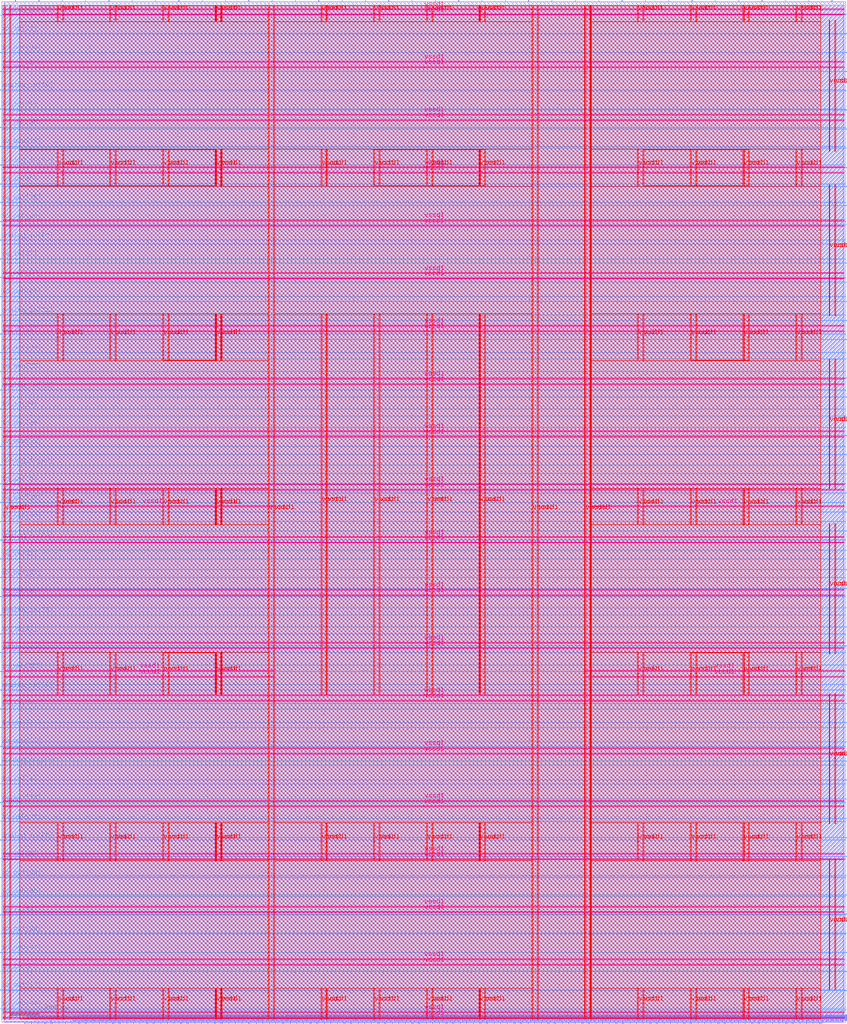
<source format=lef>
VERSION 5.7 ;
  NOWIREEXTENSIONATPIN ON ;
  DIVIDERCHAR "/" ;
  BUSBITCHARS "[]" ;
MACRO j202_soc_core_wrapper
  CLASS BLOCK ;
  FOREIGN j202_soc_core_wrapper ;
  ORIGIN 0.000 0.000 ;
  SIZE 2880.000 BY 3480.000 ;
  PIN analog_io[0]
    DIRECTION INOUT ;
    USE SIGNAL ;
    PORT
      LAYER met3 ;
        RECT 2879.000 1412.780 2884.800 1413.980 ;
    END
  END analog_io[0]
  PIN analog_io[10]
    DIRECTION INOUT ;
    USE SIGNAL ;
    PORT
      LAYER met2 ;
        RECT 2195.530 3479.000 2196.090 3484.800 ;
    END
  END analog_io[10]
  PIN analog_io[11]
    DIRECTION INOUT ;
    USE SIGNAL ;
    PORT
      LAYER met2 ;
        RECT 1877.210 3479.000 1877.770 3484.800 ;
    END
  END analog_io[11]
  PIN analog_io[12]
    DIRECTION INOUT ;
    USE SIGNAL ;
    PORT
      LAYER met2 ;
        RECT 1558.890 3479.000 1559.450 3484.800 ;
    END
  END analog_io[12]
  PIN analog_io[13]
    DIRECTION INOUT ;
    USE SIGNAL ;
    PORT
      LAYER met2 ;
        RECT 1240.570 3479.000 1241.130 3484.800 ;
    END
  END analog_io[13]
  PIN analog_io[14]
    DIRECTION INOUT ;
    USE SIGNAL ;
    PORT
      LAYER met2 ;
        RECT 922.250 3479.000 922.810 3484.800 ;
    END
  END analog_io[14]
  PIN analog_io[15]
    DIRECTION INOUT ;
    USE SIGNAL ;
    PORT
      LAYER met2 ;
        RECT 603.930 3479.000 604.490 3484.800 ;
    END
  END analog_io[15]
  PIN analog_io[16]
    DIRECTION INOUT ;
    USE SIGNAL ;
    PORT
      LAYER met2 ;
        RECT 285.610 3479.000 286.170 3484.800 ;
    END
  END analog_io[16]
  PIN analog_io[17]
    DIRECTION INOUT ;
    USE SIGNAL ;
    PORT
      LAYER met3 ;
        RECT -4.800 3433.060 1.000 3434.260 ;
    END
  END analog_io[17]
  PIN analog_io[18]
    DIRECTION INOUT ;
    USE SIGNAL ;
    PORT
      LAYER met3 ;
        RECT -4.800 3177.380 1.000 3178.580 ;
    END
  END analog_io[18]
  PIN analog_io[19]
    DIRECTION INOUT ;
    USE SIGNAL ;
    PORT
      LAYER met3 ;
        RECT -4.800 2921.700 1.000 2922.900 ;
    END
  END analog_io[19]
  PIN analog_io[1]
    DIRECTION INOUT ;
    USE SIGNAL ;
    PORT
      LAYER met3 ;
        RECT 2879.000 1673.900 2884.800 1675.100 ;
    END
  END analog_io[1]
  PIN analog_io[20]
    DIRECTION INOUT ;
    USE SIGNAL ;
    PORT
      LAYER met3 ;
        RECT -4.800 2666.020 1.000 2667.220 ;
    END
  END analog_io[20]
  PIN analog_io[21]
    DIRECTION INOUT ;
    USE SIGNAL ;
    PORT
      LAYER met3 ;
        RECT -4.800 2410.340 1.000 2411.540 ;
    END
  END analog_io[21]
  PIN analog_io[22]
    DIRECTION INOUT ;
    USE SIGNAL ;
    PORT
      LAYER met3 ;
        RECT -4.800 2154.660 1.000 2155.860 ;
    END
  END analog_io[22]
  PIN analog_io[23]
    DIRECTION INOUT ;
    USE SIGNAL ;
    PORT
      LAYER met3 ;
        RECT -4.800 1898.980 1.000 1900.180 ;
    END
  END analog_io[23]
  PIN analog_io[24]
    DIRECTION INOUT ;
    USE SIGNAL ;
    PORT
      LAYER met3 ;
        RECT -4.800 1643.300 1.000 1644.500 ;
    END
  END analog_io[24]
  PIN analog_io[25]
    DIRECTION INOUT ;
    USE SIGNAL ;
    PORT
      LAYER met3 ;
        RECT -4.800 1387.620 1.000 1388.820 ;
    END
  END analog_io[25]
  PIN analog_io[26]
    DIRECTION INOUT ;
    USE SIGNAL ;
    PORT
      LAYER met3 ;
        RECT -4.800 1131.940 1.000 1133.140 ;
    END
  END analog_io[26]
  PIN analog_io[27]
    DIRECTION INOUT ;
    USE SIGNAL ;
    PORT
      LAYER met3 ;
        RECT -4.800 876.260 1.000 877.460 ;
    END
  END analog_io[27]
  PIN analog_io[28]
    DIRECTION INOUT ;
    USE SIGNAL ;
    PORT
      LAYER met3 ;
        RECT -4.800 620.580 1.000 621.780 ;
    END
  END analog_io[28]
  PIN analog_io[2]
    DIRECTION INOUT ;
    USE SIGNAL ;
    PORT
      LAYER met3 ;
        RECT 2879.000 1935.020 2884.800 1936.220 ;
    END
  END analog_io[2]
  PIN analog_io[3]
    DIRECTION INOUT ;
    USE SIGNAL ;
    PORT
      LAYER met3 ;
        RECT 2879.000 2196.140 2884.800 2197.340 ;
    END
  END analog_io[3]
  PIN analog_io[4]
    DIRECTION INOUT ;
    USE SIGNAL ;
    PORT
      LAYER met3 ;
        RECT 2879.000 2457.260 2884.800 2458.460 ;
    END
  END analog_io[4]
  PIN analog_io[5]
    DIRECTION INOUT ;
    USE SIGNAL ;
    PORT
      LAYER met3 ;
        RECT 2879.000 2718.380 2884.800 2719.580 ;
    END
  END analog_io[5]
  PIN analog_io[6]
    DIRECTION INOUT ;
    USE SIGNAL ;
    PORT
      LAYER met3 ;
        RECT 2879.000 2979.500 2884.800 2980.700 ;
    END
  END analog_io[6]
  PIN analog_io[7]
    DIRECTION INOUT ;
    USE SIGNAL ;
    PORT
      LAYER met3 ;
        RECT 2879.000 3240.620 2884.800 3241.820 ;
    END
  END analog_io[7]
  PIN analog_io[8]
    DIRECTION INOUT ;
    USE SIGNAL ;
    PORT
      LAYER met2 ;
        RECT 2832.170 3479.000 2832.730 3484.800 ;
    END
  END analog_io[8]
  PIN analog_io[9]
    DIRECTION INOUT ;
    USE SIGNAL ;
    PORT
      LAYER met2 ;
        RECT 2513.850 3479.000 2514.410 3484.800 ;
    END
  END analog_io[9]
  PIN io_in[0]
    DIRECTION INPUT ;
    USE SIGNAL ;
    PORT
      LAYER met3 ;
        RECT 2879.000 41.900 2884.800 43.100 ;
    END
  END io_in[0]
  PIN io_in[10]
    DIRECTION INPUT ;
    USE SIGNAL ;
    PORT
      LAYER met3 ;
        RECT 2879.000 2261.420 2884.800 2262.620 ;
    END
  END io_in[10]
  PIN io_in[11]
    DIRECTION INPUT ;
    USE SIGNAL ;
    PORT
      LAYER met3 ;
        RECT 2879.000 2522.540 2884.800 2523.740 ;
    END
  END io_in[11]
  PIN io_in[12]
    DIRECTION INPUT ;
    USE SIGNAL ;
    PORT
      LAYER met3 ;
        RECT 2879.000 2783.660 2884.800 2784.860 ;
    END
  END io_in[12]
  PIN io_in[13]
    DIRECTION INPUT ;
    USE SIGNAL ;
    PORT
      LAYER met3 ;
        RECT 2879.000 3044.780 2884.800 3045.980 ;
    END
  END io_in[13]
  PIN io_in[14]
    DIRECTION INPUT ;
    USE SIGNAL ;
    PORT
      LAYER met3 ;
        RECT 2879.000 3305.900 2884.800 3307.100 ;
    END
  END io_in[14]
  PIN io_in[15]
    DIRECTION INPUT ;
    USE SIGNAL ;
    PORT
      LAYER met2 ;
        RECT 2752.590 3479.000 2753.150 3484.800 ;
    END
  END io_in[15]
  PIN io_in[16]
    DIRECTION INPUT ;
    USE SIGNAL ;
    PORT
      LAYER met2 ;
        RECT 2434.270 3479.000 2434.830 3484.800 ;
    END
  END io_in[16]
  PIN io_in[17]
    DIRECTION INPUT ;
    USE SIGNAL ;
    PORT
      LAYER met2 ;
        RECT 2115.950 3479.000 2116.510 3484.800 ;
    END
  END io_in[17]
  PIN io_in[18]
    DIRECTION INPUT ;
    USE SIGNAL ;
    PORT
      LAYER met2 ;
        RECT 1797.630 3479.000 1798.190 3484.800 ;
    END
  END io_in[18]
  PIN io_in[19]
    DIRECTION INPUT ;
    USE SIGNAL ;
    PORT
      LAYER met2 ;
        RECT 1479.310 3479.000 1479.870 3484.800 ;
    END
  END io_in[19]
  PIN io_in[1]
    DIRECTION INPUT ;
    USE SIGNAL ;
    PORT
      LAYER met3 ;
        RECT 2879.000 237.740 2884.800 238.940 ;
    END
  END io_in[1]
  PIN io_in[20]
    DIRECTION INPUT ;
    USE SIGNAL ;
    PORT
      LAYER met2 ;
        RECT 1160.990 3479.000 1161.550 3484.800 ;
    END
  END io_in[20]
  PIN io_in[21]
    DIRECTION INPUT ;
    USE SIGNAL ;
    PORT
      LAYER met2 ;
        RECT 842.670 3479.000 843.230 3484.800 ;
    END
  END io_in[21]
  PIN io_in[22]
    DIRECTION INPUT ;
    USE SIGNAL ;
    PORT
      LAYER met2 ;
        RECT 524.350 3479.000 524.910 3484.800 ;
    END
  END io_in[22]
  PIN io_in[23]
    DIRECTION INPUT ;
    USE SIGNAL ;
    PORT
      LAYER met2 ;
        RECT 206.030 3479.000 206.590 3484.800 ;
    END
  END io_in[23]
  PIN io_in[24]
    DIRECTION INPUT ;
    USE SIGNAL ;
    PORT
      LAYER met3 ;
        RECT -4.800 3369.140 1.000 3370.340 ;
    END
  END io_in[24]
  PIN io_in[25]
    DIRECTION INPUT ;
    USE SIGNAL ;
    PORT
      LAYER met3 ;
        RECT -4.800 3113.460 1.000 3114.660 ;
    END
  END io_in[25]
  PIN io_in[26]
    DIRECTION INPUT ;
    USE SIGNAL ;
    PORT
      LAYER met3 ;
        RECT -4.800 2857.780 1.000 2858.980 ;
    END
  END io_in[26]
  PIN io_in[27]
    DIRECTION INPUT ;
    USE SIGNAL ;
    PORT
      LAYER met3 ;
        RECT -4.800 2602.100 1.000 2603.300 ;
    END
  END io_in[27]
  PIN io_in[28]
    DIRECTION INPUT ;
    USE SIGNAL ;
    PORT
      LAYER met3 ;
        RECT -4.800 2346.420 1.000 2347.620 ;
    END
  END io_in[28]
  PIN io_in[29]
    DIRECTION INPUT ;
    USE SIGNAL ;
    PORT
      LAYER met3 ;
        RECT -4.800 2090.740 1.000 2091.940 ;
    END
  END io_in[29]
  PIN io_in[2]
    DIRECTION INPUT ;
    USE SIGNAL ;
    PORT
      LAYER met3 ;
        RECT 2879.000 433.580 2884.800 434.780 ;
    END
  END io_in[2]
  PIN io_in[30]
    DIRECTION INPUT ;
    USE SIGNAL ;
    PORT
      LAYER met3 ;
        RECT -4.800 1835.060 1.000 1836.260 ;
    END
  END io_in[30]
  PIN io_in[31]
    DIRECTION INPUT ;
    USE SIGNAL ;
    PORT
      LAYER met3 ;
        RECT -4.800 1579.380 1.000 1580.580 ;
    END
  END io_in[31]
  PIN io_in[32]
    DIRECTION INPUT ;
    USE SIGNAL ;
    PORT
      LAYER met3 ;
        RECT -4.800 1323.700 1.000 1324.900 ;
    END
  END io_in[32]
  PIN io_in[33]
    DIRECTION INPUT ;
    USE SIGNAL ;
    PORT
      LAYER met3 ;
        RECT -4.800 1068.020 1.000 1069.220 ;
    END
  END io_in[33]
  PIN io_in[34]
    DIRECTION INPUT ;
    USE SIGNAL ;
    PORT
      LAYER met3 ;
        RECT -4.800 812.340 1.000 813.540 ;
    END
  END io_in[34]
  PIN io_in[35]
    DIRECTION INPUT ;
    USE SIGNAL ;
    PORT
      LAYER met3 ;
        RECT -4.800 556.660 1.000 557.860 ;
    END
  END io_in[35]
  PIN io_in[36]
    DIRECTION INPUT ;
    USE SIGNAL ;
    PORT
      LAYER met3 ;
        RECT -4.800 364.900 1.000 366.100 ;
    END
  END io_in[36]
  PIN io_in[37]
    DIRECTION INPUT ;
    USE SIGNAL ;
    PORT
      LAYER met3 ;
        RECT -4.800 173.140 1.000 174.340 ;
    END
  END io_in[37]
  PIN io_in[3]
    DIRECTION INPUT ;
    USE SIGNAL ;
    PORT
      LAYER met3 ;
        RECT 2879.000 629.420 2884.800 630.620 ;
    END
  END io_in[3]
  PIN io_in[4]
    DIRECTION INPUT ;
    USE SIGNAL ;
    PORT
      LAYER met3 ;
        RECT 2879.000 825.260 2884.800 826.460 ;
    END
  END io_in[4]
  PIN io_in[5]
    DIRECTION INPUT ;
    USE SIGNAL ;
    PORT
      LAYER met3 ;
        RECT 2879.000 1021.100 2884.800 1022.300 ;
    END
  END io_in[5]
  PIN io_in[6]
    DIRECTION INPUT ;
    USE SIGNAL ;
    PORT
      LAYER met3 ;
        RECT 2879.000 1216.940 2884.800 1218.140 ;
    END
  END io_in[6]
  PIN io_in[7]
    DIRECTION INPUT ;
    USE SIGNAL ;
    PORT
      LAYER met3 ;
        RECT 2879.000 1478.060 2884.800 1479.260 ;
    END
  END io_in[7]
  PIN io_in[8]
    DIRECTION INPUT ;
    USE SIGNAL ;
    PORT
      LAYER met3 ;
        RECT 2879.000 1739.180 2884.800 1740.380 ;
    END
  END io_in[8]
  PIN io_in[9]
    DIRECTION INPUT ;
    USE SIGNAL ;
    PORT
      LAYER met3 ;
        RECT 2879.000 2000.300 2884.800 2001.500 ;
    END
  END io_in[9]
  PIN io_oeb[0]
    DIRECTION OUTPUT TRISTATE ;
    USE SIGNAL ;
    PORT
      LAYER met3 ;
        RECT 2879.000 172.460 2884.800 173.660 ;
    END
  END io_oeb[0]
  PIN io_oeb[10]
    DIRECTION OUTPUT TRISTATE ;
    USE SIGNAL ;
    PORT
      LAYER met3 ;
        RECT 2879.000 2391.980 2884.800 2393.180 ;
    END
  END io_oeb[10]
  PIN io_oeb[11]
    DIRECTION OUTPUT TRISTATE ;
    USE SIGNAL ;
    PORT
      LAYER met3 ;
        RECT 2879.000 2653.100 2884.800 2654.300 ;
    END
  END io_oeb[11]
  PIN io_oeb[12]
    DIRECTION OUTPUT TRISTATE ;
    USE SIGNAL ;
    PORT
      LAYER met3 ;
        RECT 2879.000 2914.220 2884.800 2915.420 ;
    END
  END io_oeb[12]
  PIN io_oeb[13]
    DIRECTION OUTPUT TRISTATE ;
    USE SIGNAL ;
    PORT
      LAYER met3 ;
        RECT 2879.000 3175.340 2884.800 3176.540 ;
    END
  END io_oeb[13]
  PIN io_oeb[14]
    DIRECTION OUTPUT TRISTATE ;
    USE SIGNAL ;
    PORT
      LAYER met3 ;
        RECT 2879.000 3436.460 2884.800 3437.660 ;
    END
  END io_oeb[14]
  PIN io_oeb[15]
    DIRECTION OUTPUT TRISTATE ;
    USE SIGNAL ;
    PORT
      LAYER met2 ;
        RECT 2593.430 3479.000 2593.990 3484.800 ;
    END
  END io_oeb[15]
  PIN io_oeb[16]
    DIRECTION OUTPUT TRISTATE ;
    USE SIGNAL ;
    PORT
      LAYER met2 ;
        RECT 2275.110 3479.000 2275.670 3484.800 ;
    END
  END io_oeb[16]
  PIN io_oeb[17]
    DIRECTION OUTPUT TRISTATE ;
    USE SIGNAL ;
    PORT
      LAYER met2 ;
        RECT 1956.790 3479.000 1957.350 3484.800 ;
    END
  END io_oeb[17]
  PIN io_oeb[18]
    DIRECTION OUTPUT TRISTATE ;
    USE SIGNAL ;
    PORT
      LAYER met2 ;
        RECT 1638.470 3479.000 1639.030 3484.800 ;
    END
  END io_oeb[18]
  PIN io_oeb[19]
    DIRECTION OUTPUT TRISTATE ;
    USE SIGNAL ;
    PORT
      LAYER met2 ;
        RECT 1320.150 3479.000 1320.710 3484.800 ;
    END
  END io_oeb[19]
  PIN io_oeb[1]
    DIRECTION OUTPUT TRISTATE ;
    USE SIGNAL ;
    PORT
      LAYER met3 ;
        RECT 2879.000 368.300 2884.800 369.500 ;
    END
  END io_oeb[1]
  PIN io_oeb[20]
    DIRECTION OUTPUT TRISTATE ;
    USE SIGNAL ;
    PORT
      LAYER met2 ;
        RECT 1001.830 3479.000 1002.390 3484.800 ;
    END
  END io_oeb[20]
  PIN io_oeb[21]
    DIRECTION OUTPUT TRISTATE ;
    USE SIGNAL ;
    PORT
      LAYER met2 ;
        RECT 683.510 3479.000 684.070 3484.800 ;
    END
  END io_oeb[21]
  PIN io_oeb[22]
    DIRECTION OUTPUT TRISTATE ;
    USE SIGNAL ;
    PORT
      LAYER met2 ;
        RECT 365.190 3479.000 365.750 3484.800 ;
    END
  END io_oeb[22]
  PIN io_oeb[23]
    DIRECTION OUTPUT TRISTATE ;
    USE SIGNAL ;
    PORT
      LAYER met2 ;
        RECT 46.870 3479.000 47.430 3484.800 ;
    END
  END io_oeb[23]
  PIN io_oeb[24]
    DIRECTION OUTPUT TRISTATE ;
    USE SIGNAL ;
    PORT
      LAYER met3 ;
        RECT -4.800 3241.300 1.000 3242.500 ;
    END
  END io_oeb[24]
  PIN io_oeb[25]
    DIRECTION OUTPUT TRISTATE ;
    USE SIGNAL ;
    PORT
      LAYER met3 ;
        RECT -4.800 2985.620 1.000 2986.820 ;
    END
  END io_oeb[25]
  PIN io_oeb[26]
    DIRECTION OUTPUT TRISTATE ;
    USE SIGNAL ;
    PORT
      LAYER met3 ;
        RECT -4.800 2729.940 1.000 2731.140 ;
    END
  END io_oeb[26]
  PIN io_oeb[27]
    DIRECTION OUTPUT TRISTATE ;
    USE SIGNAL ;
    PORT
      LAYER met3 ;
        RECT -4.800 2474.260 1.000 2475.460 ;
    END
  END io_oeb[27]
  PIN io_oeb[28]
    DIRECTION OUTPUT TRISTATE ;
    USE SIGNAL ;
    PORT
      LAYER met3 ;
        RECT -4.800 2218.580 1.000 2219.780 ;
    END
  END io_oeb[28]
  PIN io_oeb[29]
    DIRECTION OUTPUT TRISTATE ;
    USE SIGNAL ;
    PORT
      LAYER met3 ;
        RECT -4.800 1962.900 1.000 1964.100 ;
    END
  END io_oeb[29]
  PIN io_oeb[2]
    DIRECTION OUTPUT TRISTATE ;
    USE SIGNAL ;
    PORT
      LAYER met3 ;
        RECT 2879.000 564.140 2884.800 565.340 ;
    END
  END io_oeb[2]
  PIN io_oeb[30]
    DIRECTION OUTPUT TRISTATE ;
    USE SIGNAL ;
    PORT
      LAYER met3 ;
        RECT -4.800 1707.220 1.000 1708.420 ;
    END
  END io_oeb[30]
  PIN io_oeb[31]
    DIRECTION OUTPUT TRISTATE ;
    USE SIGNAL ;
    PORT
      LAYER met3 ;
        RECT -4.800 1451.540 1.000 1452.740 ;
    END
  END io_oeb[31]
  PIN io_oeb[32]
    DIRECTION OUTPUT TRISTATE ;
    USE SIGNAL ;
    PORT
      LAYER met3 ;
        RECT -4.800 1195.860 1.000 1197.060 ;
    END
  END io_oeb[32]
  PIN io_oeb[33]
    DIRECTION OUTPUT TRISTATE ;
    USE SIGNAL ;
    PORT
      LAYER met3 ;
        RECT -4.800 940.180 1.000 941.380 ;
    END
  END io_oeb[33]
  PIN io_oeb[34]
    DIRECTION OUTPUT TRISTATE ;
    USE SIGNAL ;
    PORT
      LAYER met3 ;
        RECT -4.800 684.500 1.000 685.700 ;
    END
  END io_oeb[34]
  PIN io_oeb[35]
    DIRECTION OUTPUT TRISTATE ;
    USE SIGNAL ;
    PORT
      LAYER met3 ;
        RECT -4.800 428.820 1.000 430.020 ;
    END
  END io_oeb[35]
  PIN io_oeb[36]
    DIRECTION OUTPUT TRISTATE ;
    USE SIGNAL ;
    PORT
      LAYER met3 ;
        RECT -4.800 237.060 1.000 238.260 ;
    END
  END io_oeb[36]
  PIN io_oeb[37]
    DIRECTION OUTPUT TRISTATE ;
    USE SIGNAL ;
    PORT
      LAYER met3 ;
        RECT -4.800 45.300 1.000 46.500 ;
    END
  END io_oeb[37]
  PIN io_oeb[3]
    DIRECTION OUTPUT TRISTATE ;
    USE SIGNAL ;
    PORT
      LAYER met3 ;
        RECT 2879.000 759.980 2884.800 761.180 ;
    END
  END io_oeb[3]
  PIN io_oeb[4]
    DIRECTION OUTPUT TRISTATE ;
    USE SIGNAL ;
    PORT
      LAYER met3 ;
        RECT 2879.000 955.820 2884.800 957.020 ;
    END
  END io_oeb[4]
  PIN io_oeb[5]
    DIRECTION OUTPUT TRISTATE ;
    USE SIGNAL ;
    PORT
      LAYER met3 ;
        RECT 2879.000 1151.660 2884.800 1152.860 ;
    END
  END io_oeb[5]
  PIN io_oeb[6]
    DIRECTION OUTPUT TRISTATE ;
    USE SIGNAL ;
    PORT
      LAYER met3 ;
        RECT 2879.000 1347.500 2884.800 1348.700 ;
    END
  END io_oeb[6]
  PIN io_oeb[7]
    DIRECTION OUTPUT TRISTATE ;
    USE SIGNAL ;
    PORT
      LAYER met3 ;
        RECT 2879.000 1608.620 2884.800 1609.820 ;
    END
  END io_oeb[7]
  PIN io_oeb[8]
    DIRECTION OUTPUT TRISTATE ;
    USE SIGNAL ;
    PORT
      LAYER met3 ;
        RECT 2879.000 1869.740 2884.800 1870.940 ;
    END
  END io_oeb[8]
  PIN io_oeb[9]
    DIRECTION OUTPUT TRISTATE ;
    USE SIGNAL ;
    PORT
      LAYER met3 ;
        RECT 2879.000 2130.860 2884.800 2132.060 ;
    END
  END io_oeb[9]
  PIN io_out[0]
    DIRECTION OUTPUT TRISTATE ;
    USE SIGNAL ;
    PORT
      LAYER met3 ;
        RECT 2879.000 107.180 2884.800 108.380 ;
    END
  END io_out[0]
  PIN io_out[10]
    DIRECTION OUTPUT TRISTATE ;
    USE SIGNAL ;
    PORT
      LAYER met3 ;
        RECT 2879.000 2326.700 2884.800 2327.900 ;
    END
  END io_out[10]
  PIN io_out[11]
    DIRECTION OUTPUT TRISTATE ;
    USE SIGNAL ;
    PORT
      LAYER met3 ;
        RECT 2879.000 2587.820 2884.800 2589.020 ;
    END
  END io_out[11]
  PIN io_out[12]
    DIRECTION OUTPUT TRISTATE ;
    USE SIGNAL ;
    PORT
      LAYER met3 ;
        RECT 2879.000 2848.940 2884.800 2850.140 ;
    END
  END io_out[12]
  PIN io_out[13]
    DIRECTION OUTPUT TRISTATE ;
    USE SIGNAL ;
    PORT
      LAYER met3 ;
        RECT 2879.000 3110.060 2884.800 3111.260 ;
    END
  END io_out[13]
  PIN io_out[14]
    DIRECTION OUTPUT TRISTATE ;
    USE SIGNAL ;
    PORT
      LAYER met3 ;
        RECT 2879.000 3371.180 2884.800 3372.380 ;
    END
  END io_out[14]
  PIN io_out[15]
    DIRECTION OUTPUT TRISTATE ;
    USE SIGNAL ;
    PORT
      LAYER met2 ;
        RECT 2673.010 3479.000 2673.570 3484.800 ;
    END
  END io_out[15]
  PIN io_out[16]
    DIRECTION OUTPUT TRISTATE ;
    USE SIGNAL ;
    PORT
      LAYER met2 ;
        RECT 2354.690 3479.000 2355.250 3484.800 ;
    END
  END io_out[16]
  PIN io_out[17]
    DIRECTION OUTPUT TRISTATE ;
    USE SIGNAL ;
    PORT
      LAYER met2 ;
        RECT 2036.370 3479.000 2036.930 3484.800 ;
    END
  END io_out[17]
  PIN io_out[18]
    DIRECTION OUTPUT TRISTATE ;
    USE SIGNAL ;
    PORT
      LAYER met2 ;
        RECT 1718.050 3479.000 1718.610 3484.800 ;
    END
  END io_out[18]
  PIN io_out[19]
    DIRECTION OUTPUT TRISTATE ;
    USE SIGNAL ;
    PORT
      LAYER met2 ;
        RECT 1399.730 3479.000 1400.290 3484.800 ;
    END
  END io_out[19]
  PIN io_out[1]
    DIRECTION OUTPUT TRISTATE ;
    USE SIGNAL ;
    PORT
      LAYER met3 ;
        RECT 2879.000 303.020 2884.800 304.220 ;
    END
  END io_out[1]
  PIN io_out[20]
    DIRECTION OUTPUT TRISTATE ;
    USE SIGNAL ;
    PORT
      LAYER met2 ;
        RECT 1081.410 3479.000 1081.970 3484.800 ;
    END
  END io_out[20]
  PIN io_out[21]
    DIRECTION OUTPUT TRISTATE ;
    USE SIGNAL ;
    PORT
      LAYER met2 ;
        RECT 763.090 3479.000 763.650 3484.800 ;
    END
  END io_out[21]
  PIN io_out[22]
    DIRECTION OUTPUT TRISTATE ;
    USE SIGNAL ;
    PORT
      LAYER met2 ;
        RECT 444.770 3479.000 445.330 3484.800 ;
    END
  END io_out[22]
  PIN io_out[23]
    DIRECTION OUTPUT TRISTATE ;
    USE SIGNAL ;
    PORT
      LAYER met2 ;
        RECT 126.450 3479.000 127.010 3484.800 ;
    END
  END io_out[23]
  PIN io_out[24]
    DIRECTION OUTPUT TRISTATE ;
    USE SIGNAL ;
    PORT
      LAYER met3 ;
        RECT -4.800 3305.220 1.000 3306.420 ;
    END
  END io_out[24]
  PIN io_out[25]
    DIRECTION OUTPUT TRISTATE ;
    USE SIGNAL ;
    PORT
      LAYER met3 ;
        RECT -4.800 3049.540 1.000 3050.740 ;
    END
  END io_out[25]
  PIN io_out[26]
    DIRECTION OUTPUT TRISTATE ;
    USE SIGNAL ;
    PORT
      LAYER met3 ;
        RECT -4.800 2793.860 1.000 2795.060 ;
    END
  END io_out[26]
  PIN io_out[27]
    DIRECTION OUTPUT TRISTATE ;
    USE SIGNAL ;
    PORT
      LAYER met3 ;
        RECT -4.800 2538.180 1.000 2539.380 ;
    END
  END io_out[27]
  PIN io_out[28]
    DIRECTION OUTPUT TRISTATE ;
    USE SIGNAL ;
    PORT
      LAYER met3 ;
        RECT -4.800 2282.500 1.000 2283.700 ;
    END
  END io_out[28]
  PIN io_out[29]
    DIRECTION OUTPUT TRISTATE ;
    USE SIGNAL ;
    PORT
      LAYER met3 ;
        RECT -4.800 2026.820 1.000 2028.020 ;
    END
  END io_out[29]
  PIN io_out[2]
    DIRECTION OUTPUT TRISTATE ;
    USE SIGNAL ;
    PORT
      LAYER met3 ;
        RECT 2879.000 498.860 2884.800 500.060 ;
    END
  END io_out[2]
  PIN io_out[30]
    DIRECTION OUTPUT TRISTATE ;
    USE SIGNAL ;
    PORT
      LAYER met3 ;
        RECT -4.800 1771.140 1.000 1772.340 ;
    END
  END io_out[30]
  PIN io_out[31]
    DIRECTION OUTPUT TRISTATE ;
    USE SIGNAL ;
    PORT
      LAYER met3 ;
        RECT -4.800 1515.460 1.000 1516.660 ;
    END
  END io_out[31]
  PIN io_out[32]
    DIRECTION OUTPUT TRISTATE ;
    USE SIGNAL ;
    PORT
      LAYER met3 ;
        RECT -4.800 1259.780 1.000 1260.980 ;
    END
  END io_out[32]
  PIN io_out[33]
    DIRECTION OUTPUT TRISTATE ;
    USE SIGNAL ;
    PORT
      LAYER met3 ;
        RECT -4.800 1004.100 1.000 1005.300 ;
    END
  END io_out[33]
  PIN io_out[34]
    DIRECTION OUTPUT TRISTATE ;
    USE SIGNAL ;
    PORT
      LAYER met3 ;
        RECT -4.800 748.420 1.000 749.620 ;
    END
  END io_out[34]
  PIN io_out[35]
    DIRECTION OUTPUT TRISTATE ;
    USE SIGNAL ;
    PORT
      LAYER met3 ;
        RECT -4.800 492.740 1.000 493.940 ;
    END
  END io_out[35]
  PIN io_out[36]
    DIRECTION OUTPUT TRISTATE ;
    USE SIGNAL ;
    PORT
      LAYER met3 ;
        RECT -4.800 300.980 1.000 302.180 ;
    END
  END io_out[36]
  PIN io_out[37]
    DIRECTION OUTPUT TRISTATE ;
    USE SIGNAL ;
    PORT
      LAYER met3 ;
        RECT -4.800 109.220 1.000 110.420 ;
    END
  END io_out[37]
  PIN io_out[3]
    DIRECTION OUTPUT TRISTATE ;
    USE SIGNAL ;
    PORT
      LAYER met3 ;
        RECT 2879.000 694.700 2884.800 695.900 ;
    END
  END io_out[3]
  PIN io_out[4]
    DIRECTION OUTPUT TRISTATE ;
    USE SIGNAL ;
    PORT
      LAYER met3 ;
        RECT 2879.000 890.540 2884.800 891.740 ;
    END
  END io_out[4]
  PIN io_out[5]
    DIRECTION OUTPUT TRISTATE ;
    USE SIGNAL ;
    PORT
      LAYER met3 ;
        RECT 2879.000 1086.380 2884.800 1087.580 ;
    END
  END io_out[5]
  PIN io_out[6]
    DIRECTION OUTPUT TRISTATE ;
    USE SIGNAL ;
    PORT
      LAYER met3 ;
        RECT 2879.000 1282.220 2884.800 1283.420 ;
    END
  END io_out[6]
  PIN io_out[7]
    DIRECTION OUTPUT TRISTATE ;
    USE SIGNAL ;
    PORT
      LAYER met3 ;
        RECT 2879.000 1543.340 2884.800 1544.540 ;
    END
  END io_out[7]
  PIN io_out[8]
    DIRECTION OUTPUT TRISTATE ;
    USE SIGNAL ;
    PORT
      LAYER met3 ;
        RECT 2879.000 1804.460 2884.800 1805.660 ;
    END
  END io_out[8]
  PIN io_out[9]
    DIRECTION OUTPUT TRISTATE ;
    USE SIGNAL ;
    PORT
      LAYER met3 ;
        RECT 2879.000 2065.580 2884.800 2066.780 ;
    END
  END io_out[9]
  PIN la_data_in[0]
    DIRECTION INPUT ;
    USE SIGNAL ;
    PORT
      LAYER met2 ;
        RECT 664.190 -4.800 664.750 1.000 ;
    END
  END la_data_in[0]
  PIN la_data_in[100]
    DIRECTION INPUT ;
    USE SIGNAL ;
    PORT
      LAYER met2 ;
        RECT 2320.190 -4.800 2320.750 1.000 ;
    END
  END la_data_in[100]
  PIN la_data_in[101]
    DIRECTION INPUT ;
    USE SIGNAL ;
    PORT
      LAYER met2 ;
        RECT 2336.750 -4.800 2337.310 1.000 ;
    END
  END la_data_in[101]
  PIN la_data_in[102]
    DIRECTION INPUT ;
    USE SIGNAL ;
    PORT
      LAYER met2 ;
        RECT 2353.310 -4.800 2353.870 1.000 ;
    END
  END la_data_in[102]
  PIN la_data_in[103]
    DIRECTION INPUT ;
    USE SIGNAL ;
    PORT
      LAYER met2 ;
        RECT 2369.870 -4.800 2370.430 1.000 ;
    END
  END la_data_in[103]
  PIN la_data_in[104]
    DIRECTION INPUT ;
    USE SIGNAL ;
    PORT
      LAYER met2 ;
        RECT 2386.430 -4.800 2386.990 1.000 ;
    END
  END la_data_in[104]
  PIN la_data_in[105]
    DIRECTION INPUT ;
    USE SIGNAL ;
    PORT
      LAYER met2 ;
        RECT 2402.990 -4.800 2403.550 1.000 ;
    END
  END la_data_in[105]
  PIN la_data_in[106]
    DIRECTION INPUT ;
    USE SIGNAL ;
    PORT
      LAYER met2 ;
        RECT 2419.550 -4.800 2420.110 1.000 ;
    END
  END la_data_in[106]
  PIN la_data_in[107]
    DIRECTION INPUT ;
    USE SIGNAL ;
    PORT
      LAYER met2 ;
        RECT 2436.110 -4.800 2436.670 1.000 ;
    END
  END la_data_in[107]
  PIN la_data_in[108]
    DIRECTION INPUT ;
    USE SIGNAL ;
    PORT
      LAYER met2 ;
        RECT 2452.670 -4.800 2453.230 1.000 ;
    END
  END la_data_in[108]
  PIN la_data_in[109]
    DIRECTION INPUT ;
    USE SIGNAL ;
    PORT
      LAYER met2 ;
        RECT 2469.230 -4.800 2469.790 1.000 ;
    END
  END la_data_in[109]
  PIN la_data_in[10]
    DIRECTION INPUT ;
    USE SIGNAL ;
    PORT
      LAYER met2 ;
        RECT 829.790 -4.800 830.350 1.000 ;
    END
  END la_data_in[10]
  PIN la_data_in[110]
    DIRECTION INPUT ;
    USE SIGNAL ;
    PORT
      LAYER met2 ;
        RECT 2485.790 -4.800 2486.350 1.000 ;
    END
  END la_data_in[110]
  PIN la_data_in[111]
    DIRECTION INPUT ;
    USE SIGNAL ;
    PORT
      LAYER met2 ;
        RECT 2502.350 -4.800 2502.910 1.000 ;
    END
  END la_data_in[111]
  PIN la_data_in[112]
    DIRECTION INPUT ;
    USE SIGNAL ;
    PORT
      LAYER met2 ;
        RECT 2518.910 -4.800 2519.470 1.000 ;
    END
  END la_data_in[112]
  PIN la_data_in[113]
    DIRECTION INPUT ;
    USE SIGNAL ;
    PORT
      LAYER met2 ;
        RECT 2535.470 -4.800 2536.030 1.000 ;
    END
  END la_data_in[113]
  PIN la_data_in[114]
    DIRECTION INPUT ;
    USE SIGNAL ;
    PORT
      LAYER met2 ;
        RECT 2552.030 -4.800 2552.590 1.000 ;
    END
  END la_data_in[114]
  PIN la_data_in[115]
    DIRECTION INPUT ;
    USE SIGNAL ;
    PORT
      LAYER met2 ;
        RECT 2568.590 -4.800 2569.150 1.000 ;
    END
  END la_data_in[115]
  PIN la_data_in[116]
    DIRECTION INPUT ;
    USE SIGNAL ;
    PORT
      LAYER met2 ;
        RECT 2585.150 -4.800 2585.710 1.000 ;
    END
  END la_data_in[116]
  PIN la_data_in[117]
    DIRECTION INPUT ;
    USE SIGNAL ;
    PORT
      LAYER met2 ;
        RECT 2601.710 -4.800 2602.270 1.000 ;
    END
  END la_data_in[117]
  PIN la_data_in[118]
    DIRECTION INPUT ;
    USE SIGNAL ;
    PORT
      LAYER met2 ;
        RECT 2618.270 -4.800 2618.830 1.000 ;
    END
  END la_data_in[118]
  PIN la_data_in[119]
    DIRECTION INPUT ;
    USE SIGNAL ;
    PORT
      LAYER met2 ;
        RECT 2634.830 -4.800 2635.390 1.000 ;
    END
  END la_data_in[119]
  PIN la_data_in[11]
    DIRECTION INPUT ;
    USE SIGNAL ;
    PORT
      LAYER met2 ;
        RECT 846.350 -4.800 846.910 1.000 ;
    END
  END la_data_in[11]
  PIN la_data_in[120]
    DIRECTION INPUT ;
    USE SIGNAL ;
    PORT
      LAYER met2 ;
        RECT 2651.390 -4.800 2651.950 1.000 ;
    END
  END la_data_in[120]
  PIN la_data_in[121]
    DIRECTION INPUT ;
    USE SIGNAL ;
    PORT
      LAYER met2 ;
        RECT 2667.950 -4.800 2668.510 1.000 ;
    END
  END la_data_in[121]
  PIN la_data_in[122]
    DIRECTION INPUT ;
    USE SIGNAL ;
    PORT
      LAYER met2 ;
        RECT 2684.510 -4.800 2685.070 1.000 ;
    END
  END la_data_in[122]
  PIN la_data_in[123]
    DIRECTION INPUT ;
    USE SIGNAL ;
    PORT
      LAYER met2 ;
        RECT 2701.070 -4.800 2701.630 1.000 ;
    END
  END la_data_in[123]
  PIN la_data_in[124]
    DIRECTION INPUT ;
    USE SIGNAL ;
    PORT
      LAYER met2 ;
        RECT 2717.630 -4.800 2718.190 1.000 ;
    END
  END la_data_in[124]
  PIN la_data_in[125]
    DIRECTION INPUT ;
    USE SIGNAL ;
    PORT
      LAYER met2 ;
        RECT 2734.190 -4.800 2734.750 1.000 ;
    END
  END la_data_in[125]
  PIN la_data_in[126]
    DIRECTION INPUT ;
    USE SIGNAL ;
    PORT
      LAYER met2 ;
        RECT 2750.750 -4.800 2751.310 1.000 ;
    END
  END la_data_in[126]
  PIN la_data_in[127]
    DIRECTION INPUT ;
    USE SIGNAL ;
    PORT
      LAYER met2 ;
        RECT 2767.310 -4.800 2767.870 1.000 ;
    END
  END la_data_in[127]
  PIN la_data_in[12]
    DIRECTION INPUT ;
    USE SIGNAL ;
    PORT
      LAYER met2 ;
        RECT 862.910 -4.800 863.470 1.000 ;
    END
  END la_data_in[12]
  PIN la_data_in[13]
    DIRECTION INPUT ;
    USE SIGNAL ;
    PORT
      LAYER met2 ;
        RECT 879.470 -4.800 880.030 1.000 ;
    END
  END la_data_in[13]
  PIN la_data_in[14]
    DIRECTION INPUT ;
    USE SIGNAL ;
    PORT
      LAYER met2 ;
        RECT 896.030 -4.800 896.590 1.000 ;
    END
  END la_data_in[14]
  PIN la_data_in[15]
    DIRECTION INPUT ;
    USE SIGNAL ;
    PORT
      LAYER met2 ;
        RECT 912.590 -4.800 913.150 1.000 ;
    END
  END la_data_in[15]
  PIN la_data_in[16]
    DIRECTION INPUT ;
    USE SIGNAL ;
    PORT
      LAYER met2 ;
        RECT 929.150 -4.800 929.710 1.000 ;
    END
  END la_data_in[16]
  PIN la_data_in[17]
    DIRECTION INPUT ;
    USE SIGNAL ;
    PORT
      LAYER met2 ;
        RECT 945.710 -4.800 946.270 1.000 ;
    END
  END la_data_in[17]
  PIN la_data_in[18]
    DIRECTION INPUT ;
    USE SIGNAL ;
    PORT
      LAYER met2 ;
        RECT 962.270 -4.800 962.830 1.000 ;
    END
  END la_data_in[18]
  PIN la_data_in[19]
    DIRECTION INPUT ;
    USE SIGNAL ;
    PORT
      LAYER met2 ;
        RECT 978.830 -4.800 979.390 1.000 ;
    END
  END la_data_in[19]
  PIN la_data_in[1]
    DIRECTION INPUT ;
    USE SIGNAL ;
    PORT
      LAYER met2 ;
        RECT 680.750 -4.800 681.310 1.000 ;
    END
  END la_data_in[1]
  PIN la_data_in[20]
    DIRECTION INPUT ;
    USE SIGNAL ;
    PORT
      LAYER met2 ;
        RECT 995.390 -4.800 995.950 1.000 ;
    END
  END la_data_in[20]
  PIN la_data_in[21]
    DIRECTION INPUT ;
    USE SIGNAL ;
    PORT
      LAYER met2 ;
        RECT 1011.950 -4.800 1012.510 1.000 ;
    END
  END la_data_in[21]
  PIN la_data_in[22]
    DIRECTION INPUT ;
    USE SIGNAL ;
    PORT
      LAYER met2 ;
        RECT 1028.510 -4.800 1029.070 1.000 ;
    END
  END la_data_in[22]
  PIN la_data_in[23]
    DIRECTION INPUT ;
    USE SIGNAL ;
    PORT
      LAYER met2 ;
        RECT 1045.070 -4.800 1045.630 1.000 ;
    END
  END la_data_in[23]
  PIN la_data_in[24]
    DIRECTION INPUT ;
    USE SIGNAL ;
    PORT
      LAYER met2 ;
        RECT 1061.630 -4.800 1062.190 1.000 ;
    END
  END la_data_in[24]
  PIN la_data_in[25]
    DIRECTION INPUT ;
    USE SIGNAL ;
    PORT
      LAYER met2 ;
        RECT 1078.190 -4.800 1078.750 1.000 ;
    END
  END la_data_in[25]
  PIN la_data_in[26]
    DIRECTION INPUT ;
    USE SIGNAL ;
    PORT
      LAYER met2 ;
        RECT 1094.750 -4.800 1095.310 1.000 ;
    END
  END la_data_in[26]
  PIN la_data_in[27]
    DIRECTION INPUT ;
    USE SIGNAL ;
    PORT
      LAYER met2 ;
        RECT 1111.310 -4.800 1111.870 1.000 ;
    END
  END la_data_in[27]
  PIN la_data_in[28]
    DIRECTION INPUT ;
    USE SIGNAL ;
    PORT
      LAYER met2 ;
        RECT 1127.870 -4.800 1128.430 1.000 ;
    END
  END la_data_in[28]
  PIN la_data_in[29]
    DIRECTION INPUT ;
    USE SIGNAL ;
    PORT
      LAYER met2 ;
        RECT 1144.430 -4.800 1144.990 1.000 ;
    END
  END la_data_in[29]
  PIN la_data_in[2]
    DIRECTION INPUT ;
    USE SIGNAL ;
    PORT
      LAYER met2 ;
        RECT 697.310 -4.800 697.870 1.000 ;
    END
  END la_data_in[2]
  PIN la_data_in[30]
    DIRECTION INPUT ;
    USE SIGNAL ;
    PORT
      LAYER met2 ;
        RECT 1160.990 -4.800 1161.550 1.000 ;
    END
  END la_data_in[30]
  PIN la_data_in[31]
    DIRECTION INPUT ;
    USE SIGNAL ;
    PORT
      LAYER met2 ;
        RECT 1177.550 -4.800 1178.110 1.000 ;
    END
  END la_data_in[31]
  PIN la_data_in[32]
    DIRECTION INPUT ;
    USE SIGNAL ;
    PORT
      LAYER met2 ;
        RECT 1194.110 -4.800 1194.670 1.000 ;
    END
  END la_data_in[32]
  PIN la_data_in[33]
    DIRECTION INPUT ;
    USE SIGNAL ;
    PORT
      LAYER met2 ;
        RECT 1210.670 -4.800 1211.230 1.000 ;
    END
  END la_data_in[33]
  PIN la_data_in[34]
    DIRECTION INPUT ;
    USE SIGNAL ;
    PORT
      LAYER met2 ;
        RECT 1227.230 -4.800 1227.790 1.000 ;
    END
  END la_data_in[34]
  PIN la_data_in[35]
    DIRECTION INPUT ;
    USE SIGNAL ;
    PORT
      LAYER met2 ;
        RECT 1243.790 -4.800 1244.350 1.000 ;
    END
  END la_data_in[35]
  PIN la_data_in[36]
    DIRECTION INPUT ;
    USE SIGNAL ;
    PORT
      LAYER met2 ;
        RECT 1260.350 -4.800 1260.910 1.000 ;
    END
  END la_data_in[36]
  PIN la_data_in[37]
    DIRECTION INPUT ;
    USE SIGNAL ;
    PORT
      LAYER met2 ;
        RECT 1276.910 -4.800 1277.470 1.000 ;
    END
  END la_data_in[37]
  PIN la_data_in[38]
    DIRECTION INPUT ;
    USE SIGNAL ;
    PORT
      LAYER met2 ;
        RECT 1293.470 -4.800 1294.030 1.000 ;
    END
  END la_data_in[38]
  PIN la_data_in[39]
    DIRECTION INPUT ;
    USE SIGNAL ;
    PORT
      LAYER met2 ;
        RECT 1310.030 -4.800 1310.590 1.000 ;
    END
  END la_data_in[39]
  PIN la_data_in[3]
    DIRECTION INPUT ;
    USE SIGNAL ;
    PORT
      LAYER met2 ;
        RECT 713.870 -4.800 714.430 1.000 ;
    END
  END la_data_in[3]
  PIN la_data_in[40]
    DIRECTION INPUT ;
    USE SIGNAL ;
    PORT
      LAYER met2 ;
        RECT 1326.590 -4.800 1327.150 1.000 ;
    END
  END la_data_in[40]
  PIN la_data_in[41]
    DIRECTION INPUT ;
    USE SIGNAL ;
    PORT
      LAYER met2 ;
        RECT 1343.150 -4.800 1343.710 1.000 ;
    END
  END la_data_in[41]
  PIN la_data_in[42]
    DIRECTION INPUT ;
    USE SIGNAL ;
    PORT
      LAYER met2 ;
        RECT 1359.710 -4.800 1360.270 1.000 ;
    END
  END la_data_in[42]
  PIN la_data_in[43]
    DIRECTION INPUT ;
    USE SIGNAL ;
    PORT
      LAYER met2 ;
        RECT 1376.270 -4.800 1376.830 1.000 ;
    END
  END la_data_in[43]
  PIN la_data_in[44]
    DIRECTION INPUT ;
    USE SIGNAL ;
    PORT
      LAYER met2 ;
        RECT 1392.830 -4.800 1393.390 1.000 ;
    END
  END la_data_in[44]
  PIN la_data_in[45]
    DIRECTION INPUT ;
    USE SIGNAL ;
    PORT
      LAYER met2 ;
        RECT 1409.390 -4.800 1409.950 1.000 ;
    END
  END la_data_in[45]
  PIN la_data_in[46]
    DIRECTION INPUT ;
    USE SIGNAL ;
    PORT
      LAYER met2 ;
        RECT 1425.950 -4.800 1426.510 1.000 ;
    END
  END la_data_in[46]
  PIN la_data_in[47]
    DIRECTION INPUT ;
    USE SIGNAL ;
    PORT
      LAYER met2 ;
        RECT 1442.510 -4.800 1443.070 1.000 ;
    END
  END la_data_in[47]
  PIN la_data_in[48]
    DIRECTION INPUT ;
    USE SIGNAL ;
    PORT
      LAYER met2 ;
        RECT 1459.070 -4.800 1459.630 1.000 ;
    END
  END la_data_in[48]
  PIN la_data_in[49]
    DIRECTION INPUT ;
    USE SIGNAL ;
    PORT
      LAYER met2 ;
        RECT 1475.630 -4.800 1476.190 1.000 ;
    END
  END la_data_in[49]
  PIN la_data_in[4]
    DIRECTION INPUT ;
    USE SIGNAL ;
    PORT
      LAYER met2 ;
        RECT 730.430 -4.800 730.990 1.000 ;
    END
  END la_data_in[4]
  PIN la_data_in[50]
    DIRECTION INPUT ;
    USE SIGNAL ;
    PORT
      LAYER met2 ;
        RECT 1492.190 -4.800 1492.750 1.000 ;
    END
  END la_data_in[50]
  PIN la_data_in[51]
    DIRECTION INPUT ;
    USE SIGNAL ;
    PORT
      LAYER met2 ;
        RECT 1508.750 -4.800 1509.310 1.000 ;
    END
  END la_data_in[51]
  PIN la_data_in[52]
    DIRECTION INPUT ;
    USE SIGNAL ;
    PORT
      LAYER met2 ;
        RECT 1525.310 -4.800 1525.870 1.000 ;
    END
  END la_data_in[52]
  PIN la_data_in[53]
    DIRECTION INPUT ;
    USE SIGNAL ;
    PORT
      LAYER met2 ;
        RECT 1541.870 -4.800 1542.430 1.000 ;
    END
  END la_data_in[53]
  PIN la_data_in[54]
    DIRECTION INPUT ;
    USE SIGNAL ;
    PORT
      LAYER met2 ;
        RECT 1558.430 -4.800 1558.990 1.000 ;
    END
  END la_data_in[54]
  PIN la_data_in[55]
    DIRECTION INPUT ;
    USE SIGNAL ;
    PORT
      LAYER met2 ;
        RECT 1574.990 -4.800 1575.550 1.000 ;
    END
  END la_data_in[55]
  PIN la_data_in[56]
    DIRECTION INPUT ;
    USE SIGNAL ;
    PORT
      LAYER met2 ;
        RECT 1591.550 -4.800 1592.110 1.000 ;
    END
  END la_data_in[56]
  PIN la_data_in[57]
    DIRECTION INPUT ;
    USE SIGNAL ;
    PORT
      LAYER met2 ;
        RECT 1608.110 -4.800 1608.670 1.000 ;
    END
  END la_data_in[57]
  PIN la_data_in[58]
    DIRECTION INPUT ;
    USE SIGNAL ;
    PORT
      LAYER met2 ;
        RECT 1624.670 -4.800 1625.230 1.000 ;
    END
  END la_data_in[58]
  PIN la_data_in[59]
    DIRECTION INPUT ;
    USE SIGNAL ;
    PORT
      LAYER met2 ;
        RECT 1641.230 -4.800 1641.790 1.000 ;
    END
  END la_data_in[59]
  PIN la_data_in[5]
    DIRECTION INPUT ;
    USE SIGNAL ;
    PORT
      LAYER met2 ;
        RECT 746.990 -4.800 747.550 1.000 ;
    END
  END la_data_in[5]
  PIN la_data_in[60]
    DIRECTION INPUT ;
    USE SIGNAL ;
    PORT
      LAYER met2 ;
        RECT 1657.790 -4.800 1658.350 1.000 ;
    END
  END la_data_in[60]
  PIN la_data_in[61]
    DIRECTION INPUT ;
    USE SIGNAL ;
    PORT
      LAYER met2 ;
        RECT 1674.350 -4.800 1674.910 1.000 ;
    END
  END la_data_in[61]
  PIN la_data_in[62]
    DIRECTION INPUT ;
    USE SIGNAL ;
    PORT
      LAYER met2 ;
        RECT 1690.910 -4.800 1691.470 1.000 ;
    END
  END la_data_in[62]
  PIN la_data_in[63]
    DIRECTION INPUT ;
    USE SIGNAL ;
    PORT
      LAYER met2 ;
        RECT 1707.470 -4.800 1708.030 1.000 ;
    END
  END la_data_in[63]
  PIN la_data_in[64]
    DIRECTION INPUT ;
    USE SIGNAL ;
    PORT
      LAYER met2 ;
        RECT 1724.030 -4.800 1724.590 1.000 ;
    END
  END la_data_in[64]
  PIN la_data_in[65]
    DIRECTION INPUT ;
    USE SIGNAL ;
    PORT
      LAYER met2 ;
        RECT 1740.590 -4.800 1741.150 1.000 ;
    END
  END la_data_in[65]
  PIN la_data_in[66]
    DIRECTION INPUT ;
    USE SIGNAL ;
    PORT
      LAYER met2 ;
        RECT 1757.150 -4.800 1757.710 1.000 ;
    END
  END la_data_in[66]
  PIN la_data_in[67]
    DIRECTION INPUT ;
    USE SIGNAL ;
    PORT
      LAYER met2 ;
        RECT 1773.710 -4.800 1774.270 1.000 ;
    END
  END la_data_in[67]
  PIN la_data_in[68]
    DIRECTION INPUT ;
    USE SIGNAL ;
    PORT
      LAYER met2 ;
        RECT 1790.270 -4.800 1790.830 1.000 ;
    END
  END la_data_in[68]
  PIN la_data_in[69]
    DIRECTION INPUT ;
    USE SIGNAL ;
    PORT
      LAYER met2 ;
        RECT 1806.830 -4.800 1807.390 1.000 ;
    END
  END la_data_in[69]
  PIN la_data_in[6]
    DIRECTION INPUT ;
    USE SIGNAL ;
    PORT
      LAYER met2 ;
        RECT 763.550 -4.800 764.110 1.000 ;
    END
  END la_data_in[6]
  PIN la_data_in[70]
    DIRECTION INPUT ;
    USE SIGNAL ;
    PORT
      LAYER met2 ;
        RECT 1823.390 -4.800 1823.950 1.000 ;
    END
  END la_data_in[70]
  PIN la_data_in[71]
    DIRECTION INPUT ;
    USE SIGNAL ;
    PORT
      LAYER met2 ;
        RECT 1839.950 -4.800 1840.510 1.000 ;
    END
  END la_data_in[71]
  PIN la_data_in[72]
    DIRECTION INPUT ;
    USE SIGNAL ;
    PORT
      LAYER met2 ;
        RECT 1856.510 -4.800 1857.070 1.000 ;
    END
  END la_data_in[72]
  PIN la_data_in[73]
    DIRECTION INPUT ;
    USE SIGNAL ;
    PORT
      LAYER met2 ;
        RECT 1873.070 -4.800 1873.630 1.000 ;
    END
  END la_data_in[73]
  PIN la_data_in[74]
    DIRECTION INPUT ;
    USE SIGNAL ;
    PORT
      LAYER met2 ;
        RECT 1889.630 -4.800 1890.190 1.000 ;
    END
  END la_data_in[74]
  PIN la_data_in[75]
    DIRECTION INPUT ;
    USE SIGNAL ;
    PORT
      LAYER met2 ;
        RECT 1906.190 -4.800 1906.750 1.000 ;
    END
  END la_data_in[75]
  PIN la_data_in[76]
    DIRECTION INPUT ;
    USE SIGNAL ;
    PORT
      LAYER met2 ;
        RECT 1922.750 -4.800 1923.310 1.000 ;
    END
  END la_data_in[76]
  PIN la_data_in[77]
    DIRECTION INPUT ;
    USE SIGNAL ;
    PORT
      LAYER met2 ;
        RECT 1939.310 -4.800 1939.870 1.000 ;
    END
  END la_data_in[77]
  PIN la_data_in[78]
    DIRECTION INPUT ;
    USE SIGNAL ;
    PORT
      LAYER met2 ;
        RECT 1955.870 -4.800 1956.430 1.000 ;
    END
  END la_data_in[78]
  PIN la_data_in[79]
    DIRECTION INPUT ;
    USE SIGNAL ;
    PORT
      LAYER met2 ;
        RECT 1972.430 -4.800 1972.990 1.000 ;
    END
  END la_data_in[79]
  PIN la_data_in[7]
    DIRECTION INPUT ;
    USE SIGNAL ;
    PORT
      LAYER met2 ;
        RECT 780.110 -4.800 780.670 1.000 ;
    END
  END la_data_in[7]
  PIN la_data_in[80]
    DIRECTION INPUT ;
    USE SIGNAL ;
    PORT
      LAYER met2 ;
        RECT 1988.990 -4.800 1989.550 1.000 ;
    END
  END la_data_in[80]
  PIN la_data_in[81]
    DIRECTION INPUT ;
    USE SIGNAL ;
    PORT
      LAYER met2 ;
        RECT 2005.550 -4.800 2006.110 1.000 ;
    END
  END la_data_in[81]
  PIN la_data_in[82]
    DIRECTION INPUT ;
    USE SIGNAL ;
    PORT
      LAYER met2 ;
        RECT 2022.110 -4.800 2022.670 1.000 ;
    END
  END la_data_in[82]
  PIN la_data_in[83]
    DIRECTION INPUT ;
    USE SIGNAL ;
    PORT
      LAYER met2 ;
        RECT 2038.670 -4.800 2039.230 1.000 ;
    END
  END la_data_in[83]
  PIN la_data_in[84]
    DIRECTION INPUT ;
    USE SIGNAL ;
    PORT
      LAYER met2 ;
        RECT 2055.230 -4.800 2055.790 1.000 ;
    END
  END la_data_in[84]
  PIN la_data_in[85]
    DIRECTION INPUT ;
    USE SIGNAL ;
    PORT
      LAYER met2 ;
        RECT 2071.790 -4.800 2072.350 1.000 ;
    END
  END la_data_in[85]
  PIN la_data_in[86]
    DIRECTION INPUT ;
    USE SIGNAL ;
    PORT
      LAYER met2 ;
        RECT 2088.350 -4.800 2088.910 1.000 ;
    END
  END la_data_in[86]
  PIN la_data_in[87]
    DIRECTION INPUT ;
    USE SIGNAL ;
    PORT
      LAYER met2 ;
        RECT 2104.910 -4.800 2105.470 1.000 ;
    END
  END la_data_in[87]
  PIN la_data_in[88]
    DIRECTION INPUT ;
    USE SIGNAL ;
    PORT
      LAYER met2 ;
        RECT 2121.470 -4.800 2122.030 1.000 ;
    END
  END la_data_in[88]
  PIN la_data_in[89]
    DIRECTION INPUT ;
    USE SIGNAL ;
    PORT
      LAYER met2 ;
        RECT 2138.030 -4.800 2138.590 1.000 ;
    END
  END la_data_in[89]
  PIN la_data_in[8]
    DIRECTION INPUT ;
    USE SIGNAL ;
    PORT
      LAYER met2 ;
        RECT 796.670 -4.800 797.230 1.000 ;
    END
  END la_data_in[8]
  PIN la_data_in[90]
    DIRECTION INPUT ;
    USE SIGNAL ;
    PORT
      LAYER met2 ;
        RECT 2154.590 -4.800 2155.150 1.000 ;
    END
  END la_data_in[90]
  PIN la_data_in[91]
    DIRECTION INPUT ;
    USE SIGNAL ;
    PORT
      LAYER met2 ;
        RECT 2171.150 -4.800 2171.710 1.000 ;
    END
  END la_data_in[91]
  PIN la_data_in[92]
    DIRECTION INPUT ;
    USE SIGNAL ;
    PORT
      LAYER met2 ;
        RECT 2187.710 -4.800 2188.270 1.000 ;
    END
  END la_data_in[92]
  PIN la_data_in[93]
    DIRECTION INPUT ;
    USE SIGNAL ;
    PORT
      LAYER met2 ;
        RECT 2204.270 -4.800 2204.830 1.000 ;
    END
  END la_data_in[93]
  PIN la_data_in[94]
    DIRECTION INPUT ;
    USE SIGNAL ;
    PORT
      LAYER met2 ;
        RECT 2220.830 -4.800 2221.390 1.000 ;
    END
  END la_data_in[94]
  PIN la_data_in[95]
    DIRECTION INPUT ;
    USE SIGNAL ;
    PORT
      LAYER met2 ;
        RECT 2237.390 -4.800 2237.950 1.000 ;
    END
  END la_data_in[95]
  PIN la_data_in[96]
    DIRECTION INPUT ;
    USE SIGNAL ;
    PORT
      LAYER met2 ;
        RECT 2253.950 -4.800 2254.510 1.000 ;
    END
  END la_data_in[96]
  PIN la_data_in[97]
    DIRECTION INPUT ;
    USE SIGNAL ;
    PORT
      LAYER met2 ;
        RECT 2270.510 -4.800 2271.070 1.000 ;
    END
  END la_data_in[97]
  PIN la_data_in[98]
    DIRECTION INPUT ;
    USE SIGNAL ;
    PORT
      LAYER met2 ;
        RECT 2287.070 -4.800 2287.630 1.000 ;
    END
  END la_data_in[98]
  PIN la_data_in[99]
    DIRECTION INPUT ;
    USE SIGNAL ;
    PORT
      LAYER met2 ;
        RECT 2303.630 -4.800 2304.190 1.000 ;
    END
  END la_data_in[99]
  PIN la_data_in[9]
    DIRECTION INPUT ;
    USE SIGNAL ;
    PORT
      LAYER met2 ;
        RECT 813.230 -4.800 813.790 1.000 ;
    END
  END la_data_in[9]
  PIN la_data_out[0]
    DIRECTION OUTPUT TRISTATE ;
    USE SIGNAL ;
    PORT
      LAYER met2 ;
        RECT 669.710 -4.800 670.270 1.000 ;
    END
  END la_data_out[0]
  PIN la_data_out[100]
    DIRECTION OUTPUT TRISTATE ;
    USE SIGNAL ;
    PORT
      LAYER met2 ;
        RECT 2325.710 -4.800 2326.270 1.000 ;
    END
  END la_data_out[100]
  PIN la_data_out[101]
    DIRECTION OUTPUT TRISTATE ;
    USE SIGNAL ;
    PORT
      LAYER met2 ;
        RECT 2342.270 -4.800 2342.830 1.000 ;
    END
  END la_data_out[101]
  PIN la_data_out[102]
    DIRECTION OUTPUT TRISTATE ;
    USE SIGNAL ;
    PORT
      LAYER met2 ;
        RECT 2358.830 -4.800 2359.390 1.000 ;
    END
  END la_data_out[102]
  PIN la_data_out[103]
    DIRECTION OUTPUT TRISTATE ;
    USE SIGNAL ;
    PORT
      LAYER met2 ;
        RECT 2375.390 -4.800 2375.950 1.000 ;
    END
  END la_data_out[103]
  PIN la_data_out[104]
    DIRECTION OUTPUT TRISTATE ;
    USE SIGNAL ;
    PORT
      LAYER met2 ;
        RECT 2391.950 -4.800 2392.510 1.000 ;
    END
  END la_data_out[104]
  PIN la_data_out[105]
    DIRECTION OUTPUT TRISTATE ;
    USE SIGNAL ;
    PORT
      LAYER met2 ;
        RECT 2408.510 -4.800 2409.070 1.000 ;
    END
  END la_data_out[105]
  PIN la_data_out[106]
    DIRECTION OUTPUT TRISTATE ;
    USE SIGNAL ;
    PORT
      LAYER met2 ;
        RECT 2425.070 -4.800 2425.630 1.000 ;
    END
  END la_data_out[106]
  PIN la_data_out[107]
    DIRECTION OUTPUT TRISTATE ;
    USE SIGNAL ;
    PORT
      LAYER met2 ;
        RECT 2441.630 -4.800 2442.190 1.000 ;
    END
  END la_data_out[107]
  PIN la_data_out[108]
    DIRECTION OUTPUT TRISTATE ;
    USE SIGNAL ;
    PORT
      LAYER met2 ;
        RECT 2458.190 -4.800 2458.750 1.000 ;
    END
  END la_data_out[108]
  PIN la_data_out[109]
    DIRECTION OUTPUT TRISTATE ;
    USE SIGNAL ;
    PORT
      LAYER met2 ;
        RECT 2474.750 -4.800 2475.310 1.000 ;
    END
  END la_data_out[109]
  PIN la_data_out[10]
    DIRECTION OUTPUT TRISTATE ;
    USE SIGNAL ;
    PORT
      LAYER met2 ;
        RECT 835.310 -4.800 835.870 1.000 ;
    END
  END la_data_out[10]
  PIN la_data_out[110]
    DIRECTION OUTPUT TRISTATE ;
    USE SIGNAL ;
    PORT
      LAYER met2 ;
        RECT 2491.310 -4.800 2491.870 1.000 ;
    END
  END la_data_out[110]
  PIN la_data_out[111]
    DIRECTION OUTPUT TRISTATE ;
    USE SIGNAL ;
    PORT
      LAYER met2 ;
        RECT 2507.870 -4.800 2508.430 1.000 ;
    END
  END la_data_out[111]
  PIN la_data_out[112]
    DIRECTION OUTPUT TRISTATE ;
    USE SIGNAL ;
    PORT
      LAYER met2 ;
        RECT 2524.430 -4.800 2524.990 1.000 ;
    END
  END la_data_out[112]
  PIN la_data_out[113]
    DIRECTION OUTPUT TRISTATE ;
    USE SIGNAL ;
    PORT
      LAYER met2 ;
        RECT 2540.990 -4.800 2541.550 1.000 ;
    END
  END la_data_out[113]
  PIN la_data_out[114]
    DIRECTION OUTPUT TRISTATE ;
    USE SIGNAL ;
    PORT
      LAYER met2 ;
        RECT 2557.550 -4.800 2558.110 1.000 ;
    END
  END la_data_out[114]
  PIN la_data_out[115]
    DIRECTION OUTPUT TRISTATE ;
    USE SIGNAL ;
    PORT
      LAYER met2 ;
        RECT 2574.110 -4.800 2574.670 1.000 ;
    END
  END la_data_out[115]
  PIN la_data_out[116]
    DIRECTION OUTPUT TRISTATE ;
    USE SIGNAL ;
    PORT
      LAYER met2 ;
        RECT 2590.670 -4.800 2591.230 1.000 ;
    END
  END la_data_out[116]
  PIN la_data_out[117]
    DIRECTION OUTPUT TRISTATE ;
    USE SIGNAL ;
    PORT
      LAYER met2 ;
        RECT 2607.230 -4.800 2607.790 1.000 ;
    END
  END la_data_out[117]
  PIN la_data_out[118]
    DIRECTION OUTPUT TRISTATE ;
    USE SIGNAL ;
    PORT
      LAYER met2 ;
        RECT 2623.790 -4.800 2624.350 1.000 ;
    END
  END la_data_out[118]
  PIN la_data_out[119]
    DIRECTION OUTPUT TRISTATE ;
    USE SIGNAL ;
    PORT
      LAYER met2 ;
        RECT 2640.350 -4.800 2640.910 1.000 ;
    END
  END la_data_out[119]
  PIN la_data_out[11]
    DIRECTION OUTPUT TRISTATE ;
    USE SIGNAL ;
    PORT
      LAYER met2 ;
        RECT 851.870 -4.800 852.430 1.000 ;
    END
  END la_data_out[11]
  PIN la_data_out[120]
    DIRECTION OUTPUT TRISTATE ;
    USE SIGNAL ;
    PORT
      LAYER met2 ;
        RECT 2656.910 -4.800 2657.470 1.000 ;
    END
  END la_data_out[120]
  PIN la_data_out[121]
    DIRECTION OUTPUT TRISTATE ;
    USE SIGNAL ;
    PORT
      LAYER met2 ;
        RECT 2673.470 -4.800 2674.030 1.000 ;
    END
  END la_data_out[121]
  PIN la_data_out[122]
    DIRECTION OUTPUT TRISTATE ;
    USE SIGNAL ;
    PORT
      LAYER met2 ;
        RECT 2690.030 -4.800 2690.590 1.000 ;
    END
  END la_data_out[122]
  PIN la_data_out[123]
    DIRECTION OUTPUT TRISTATE ;
    USE SIGNAL ;
    PORT
      LAYER met2 ;
        RECT 2706.590 -4.800 2707.150 1.000 ;
    END
  END la_data_out[123]
  PIN la_data_out[124]
    DIRECTION OUTPUT TRISTATE ;
    USE SIGNAL ;
    PORT
      LAYER met2 ;
        RECT 2723.150 -4.800 2723.710 1.000 ;
    END
  END la_data_out[124]
  PIN la_data_out[125]
    DIRECTION OUTPUT TRISTATE ;
    USE SIGNAL ;
    PORT
      LAYER met2 ;
        RECT 2739.710 -4.800 2740.270 1.000 ;
    END
  END la_data_out[125]
  PIN la_data_out[126]
    DIRECTION OUTPUT TRISTATE ;
    USE SIGNAL ;
    PORT
      LAYER met2 ;
        RECT 2756.270 -4.800 2756.830 1.000 ;
    END
  END la_data_out[126]
  PIN la_data_out[127]
    DIRECTION OUTPUT TRISTATE ;
    USE SIGNAL ;
    PORT
      LAYER met2 ;
        RECT 2772.830 -4.800 2773.390 1.000 ;
    END
  END la_data_out[127]
  PIN la_data_out[12]
    DIRECTION OUTPUT TRISTATE ;
    USE SIGNAL ;
    PORT
      LAYER met2 ;
        RECT 868.430 -4.800 868.990 1.000 ;
    END
  END la_data_out[12]
  PIN la_data_out[13]
    DIRECTION OUTPUT TRISTATE ;
    USE SIGNAL ;
    PORT
      LAYER met2 ;
        RECT 884.990 -4.800 885.550 1.000 ;
    END
  END la_data_out[13]
  PIN la_data_out[14]
    DIRECTION OUTPUT TRISTATE ;
    USE SIGNAL ;
    PORT
      LAYER met2 ;
        RECT 901.550 -4.800 902.110 1.000 ;
    END
  END la_data_out[14]
  PIN la_data_out[15]
    DIRECTION OUTPUT TRISTATE ;
    USE SIGNAL ;
    PORT
      LAYER met2 ;
        RECT 918.110 -4.800 918.670 1.000 ;
    END
  END la_data_out[15]
  PIN la_data_out[16]
    DIRECTION OUTPUT TRISTATE ;
    USE SIGNAL ;
    PORT
      LAYER met2 ;
        RECT 934.670 -4.800 935.230 1.000 ;
    END
  END la_data_out[16]
  PIN la_data_out[17]
    DIRECTION OUTPUT TRISTATE ;
    USE SIGNAL ;
    PORT
      LAYER met2 ;
        RECT 951.230 -4.800 951.790 1.000 ;
    END
  END la_data_out[17]
  PIN la_data_out[18]
    DIRECTION OUTPUT TRISTATE ;
    USE SIGNAL ;
    PORT
      LAYER met2 ;
        RECT 967.790 -4.800 968.350 1.000 ;
    END
  END la_data_out[18]
  PIN la_data_out[19]
    DIRECTION OUTPUT TRISTATE ;
    USE SIGNAL ;
    PORT
      LAYER met2 ;
        RECT 984.350 -4.800 984.910 1.000 ;
    END
  END la_data_out[19]
  PIN la_data_out[1]
    DIRECTION OUTPUT TRISTATE ;
    USE SIGNAL ;
    PORT
      LAYER met2 ;
        RECT 686.270 -4.800 686.830 1.000 ;
    END
  END la_data_out[1]
  PIN la_data_out[20]
    DIRECTION OUTPUT TRISTATE ;
    USE SIGNAL ;
    PORT
      LAYER met2 ;
        RECT 1000.910 -4.800 1001.470 1.000 ;
    END
  END la_data_out[20]
  PIN la_data_out[21]
    DIRECTION OUTPUT TRISTATE ;
    USE SIGNAL ;
    PORT
      LAYER met2 ;
        RECT 1017.470 -4.800 1018.030 1.000 ;
    END
  END la_data_out[21]
  PIN la_data_out[22]
    DIRECTION OUTPUT TRISTATE ;
    USE SIGNAL ;
    PORT
      LAYER met2 ;
        RECT 1034.030 -4.800 1034.590 1.000 ;
    END
  END la_data_out[22]
  PIN la_data_out[23]
    DIRECTION OUTPUT TRISTATE ;
    USE SIGNAL ;
    PORT
      LAYER met2 ;
        RECT 1050.590 -4.800 1051.150 1.000 ;
    END
  END la_data_out[23]
  PIN la_data_out[24]
    DIRECTION OUTPUT TRISTATE ;
    USE SIGNAL ;
    PORT
      LAYER met2 ;
        RECT 1067.150 -4.800 1067.710 1.000 ;
    END
  END la_data_out[24]
  PIN la_data_out[25]
    DIRECTION OUTPUT TRISTATE ;
    USE SIGNAL ;
    PORT
      LAYER met2 ;
        RECT 1083.710 -4.800 1084.270 1.000 ;
    END
  END la_data_out[25]
  PIN la_data_out[26]
    DIRECTION OUTPUT TRISTATE ;
    USE SIGNAL ;
    PORT
      LAYER met2 ;
        RECT 1100.270 -4.800 1100.830 1.000 ;
    END
  END la_data_out[26]
  PIN la_data_out[27]
    DIRECTION OUTPUT TRISTATE ;
    USE SIGNAL ;
    PORT
      LAYER met2 ;
        RECT 1116.830 -4.800 1117.390 1.000 ;
    END
  END la_data_out[27]
  PIN la_data_out[28]
    DIRECTION OUTPUT TRISTATE ;
    USE SIGNAL ;
    PORT
      LAYER met2 ;
        RECT 1133.390 -4.800 1133.950 1.000 ;
    END
  END la_data_out[28]
  PIN la_data_out[29]
    DIRECTION OUTPUT TRISTATE ;
    USE SIGNAL ;
    PORT
      LAYER met2 ;
        RECT 1149.950 -4.800 1150.510 1.000 ;
    END
  END la_data_out[29]
  PIN la_data_out[2]
    DIRECTION OUTPUT TRISTATE ;
    USE SIGNAL ;
    PORT
      LAYER met2 ;
        RECT 702.830 -4.800 703.390 1.000 ;
    END
  END la_data_out[2]
  PIN la_data_out[30]
    DIRECTION OUTPUT TRISTATE ;
    USE SIGNAL ;
    PORT
      LAYER met2 ;
        RECT 1166.510 -4.800 1167.070 1.000 ;
    END
  END la_data_out[30]
  PIN la_data_out[31]
    DIRECTION OUTPUT TRISTATE ;
    USE SIGNAL ;
    PORT
      LAYER met2 ;
        RECT 1183.070 -4.800 1183.630 1.000 ;
    END
  END la_data_out[31]
  PIN la_data_out[32]
    DIRECTION OUTPUT TRISTATE ;
    USE SIGNAL ;
    PORT
      LAYER met2 ;
        RECT 1199.630 -4.800 1200.190 1.000 ;
    END
  END la_data_out[32]
  PIN la_data_out[33]
    DIRECTION OUTPUT TRISTATE ;
    USE SIGNAL ;
    PORT
      LAYER met2 ;
        RECT 1216.190 -4.800 1216.750 1.000 ;
    END
  END la_data_out[33]
  PIN la_data_out[34]
    DIRECTION OUTPUT TRISTATE ;
    USE SIGNAL ;
    PORT
      LAYER met2 ;
        RECT 1232.750 -4.800 1233.310 1.000 ;
    END
  END la_data_out[34]
  PIN la_data_out[35]
    DIRECTION OUTPUT TRISTATE ;
    USE SIGNAL ;
    PORT
      LAYER met2 ;
        RECT 1249.310 -4.800 1249.870 1.000 ;
    END
  END la_data_out[35]
  PIN la_data_out[36]
    DIRECTION OUTPUT TRISTATE ;
    USE SIGNAL ;
    PORT
      LAYER met2 ;
        RECT 1265.870 -4.800 1266.430 1.000 ;
    END
  END la_data_out[36]
  PIN la_data_out[37]
    DIRECTION OUTPUT TRISTATE ;
    USE SIGNAL ;
    PORT
      LAYER met2 ;
        RECT 1282.430 -4.800 1282.990 1.000 ;
    END
  END la_data_out[37]
  PIN la_data_out[38]
    DIRECTION OUTPUT TRISTATE ;
    USE SIGNAL ;
    PORT
      LAYER met2 ;
        RECT 1298.990 -4.800 1299.550 1.000 ;
    END
  END la_data_out[38]
  PIN la_data_out[39]
    DIRECTION OUTPUT TRISTATE ;
    USE SIGNAL ;
    PORT
      LAYER met2 ;
        RECT 1315.550 -4.800 1316.110 1.000 ;
    END
  END la_data_out[39]
  PIN la_data_out[3]
    DIRECTION OUTPUT TRISTATE ;
    USE SIGNAL ;
    PORT
      LAYER met2 ;
        RECT 719.390 -4.800 719.950 1.000 ;
    END
  END la_data_out[3]
  PIN la_data_out[40]
    DIRECTION OUTPUT TRISTATE ;
    USE SIGNAL ;
    PORT
      LAYER met2 ;
        RECT 1332.110 -4.800 1332.670 1.000 ;
    END
  END la_data_out[40]
  PIN la_data_out[41]
    DIRECTION OUTPUT TRISTATE ;
    USE SIGNAL ;
    PORT
      LAYER met2 ;
        RECT 1348.670 -4.800 1349.230 1.000 ;
    END
  END la_data_out[41]
  PIN la_data_out[42]
    DIRECTION OUTPUT TRISTATE ;
    USE SIGNAL ;
    PORT
      LAYER met2 ;
        RECT 1365.230 -4.800 1365.790 1.000 ;
    END
  END la_data_out[42]
  PIN la_data_out[43]
    DIRECTION OUTPUT TRISTATE ;
    USE SIGNAL ;
    PORT
      LAYER met2 ;
        RECT 1381.790 -4.800 1382.350 1.000 ;
    END
  END la_data_out[43]
  PIN la_data_out[44]
    DIRECTION OUTPUT TRISTATE ;
    USE SIGNAL ;
    PORT
      LAYER met2 ;
        RECT 1398.350 -4.800 1398.910 1.000 ;
    END
  END la_data_out[44]
  PIN la_data_out[45]
    DIRECTION OUTPUT TRISTATE ;
    USE SIGNAL ;
    PORT
      LAYER met2 ;
        RECT 1414.910 -4.800 1415.470 1.000 ;
    END
  END la_data_out[45]
  PIN la_data_out[46]
    DIRECTION OUTPUT TRISTATE ;
    USE SIGNAL ;
    PORT
      LAYER met2 ;
        RECT 1431.470 -4.800 1432.030 1.000 ;
    END
  END la_data_out[46]
  PIN la_data_out[47]
    DIRECTION OUTPUT TRISTATE ;
    USE SIGNAL ;
    PORT
      LAYER met2 ;
        RECT 1448.030 -4.800 1448.590 1.000 ;
    END
  END la_data_out[47]
  PIN la_data_out[48]
    DIRECTION OUTPUT TRISTATE ;
    USE SIGNAL ;
    PORT
      LAYER met2 ;
        RECT 1464.590 -4.800 1465.150 1.000 ;
    END
  END la_data_out[48]
  PIN la_data_out[49]
    DIRECTION OUTPUT TRISTATE ;
    USE SIGNAL ;
    PORT
      LAYER met2 ;
        RECT 1481.150 -4.800 1481.710 1.000 ;
    END
  END la_data_out[49]
  PIN la_data_out[4]
    DIRECTION OUTPUT TRISTATE ;
    USE SIGNAL ;
    PORT
      LAYER met2 ;
        RECT 735.950 -4.800 736.510 1.000 ;
    END
  END la_data_out[4]
  PIN la_data_out[50]
    DIRECTION OUTPUT TRISTATE ;
    USE SIGNAL ;
    PORT
      LAYER met2 ;
        RECT 1497.710 -4.800 1498.270 1.000 ;
    END
  END la_data_out[50]
  PIN la_data_out[51]
    DIRECTION OUTPUT TRISTATE ;
    USE SIGNAL ;
    PORT
      LAYER met2 ;
        RECT 1514.270 -4.800 1514.830 1.000 ;
    END
  END la_data_out[51]
  PIN la_data_out[52]
    DIRECTION OUTPUT TRISTATE ;
    USE SIGNAL ;
    PORT
      LAYER met2 ;
        RECT 1530.830 -4.800 1531.390 1.000 ;
    END
  END la_data_out[52]
  PIN la_data_out[53]
    DIRECTION OUTPUT TRISTATE ;
    USE SIGNAL ;
    PORT
      LAYER met2 ;
        RECT 1547.390 -4.800 1547.950 1.000 ;
    END
  END la_data_out[53]
  PIN la_data_out[54]
    DIRECTION OUTPUT TRISTATE ;
    USE SIGNAL ;
    PORT
      LAYER met2 ;
        RECT 1563.950 -4.800 1564.510 1.000 ;
    END
  END la_data_out[54]
  PIN la_data_out[55]
    DIRECTION OUTPUT TRISTATE ;
    USE SIGNAL ;
    PORT
      LAYER met2 ;
        RECT 1580.510 -4.800 1581.070 1.000 ;
    END
  END la_data_out[55]
  PIN la_data_out[56]
    DIRECTION OUTPUT TRISTATE ;
    USE SIGNAL ;
    PORT
      LAYER met2 ;
        RECT 1597.070 -4.800 1597.630 1.000 ;
    END
  END la_data_out[56]
  PIN la_data_out[57]
    DIRECTION OUTPUT TRISTATE ;
    USE SIGNAL ;
    PORT
      LAYER met2 ;
        RECT 1613.630 -4.800 1614.190 1.000 ;
    END
  END la_data_out[57]
  PIN la_data_out[58]
    DIRECTION OUTPUT TRISTATE ;
    USE SIGNAL ;
    PORT
      LAYER met2 ;
        RECT 1630.190 -4.800 1630.750 1.000 ;
    END
  END la_data_out[58]
  PIN la_data_out[59]
    DIRECTION OUTPUT TRISTATE ;
    USE SIGNAL ;
    PORT
      LAYER met2 ;
        RECT 1646.750 -4.800 1647.310 1.000 ;
    END
  END la_data_out[59]
  PIN la_data_out[5]
    DIRECTION OUTPUT TRISTATE ;
    USE SIGNAL ;
    PORT
      LAYER met2 ;
        RECT 752.510 -4.800 753.070 1.000 ;
    END
  END la_data_out[5]
  PIN la_data_out[60]
    DIRECTION OUTPUT TRISTATE ;
    USE SIGNAL ;
    PORT
      LAYER met2 ;
        RECT 1663.310 -4.800 1663.870 1.000 ;
    END
  END la_data_out[60]
  PIN la_data_out[61]
    DIRECTION OUTPUT TRISTATE ;
    USE SIGNAL ;
    PORT
      LAYER met2 ;
        RECT 1679.870 -4.800 1680.430 1.000 ;
    END
  END la_data_out[61]
  PIN la_data_out[62]
    DIRECTION OUTPUT TRISTATE ;
    USE SIGNAL ;
    PORT
      LAYER met2 ;
        RECT 1696.430 -4.800 1696.990 1.000 ;
    END
  END la_data_out[62]
  PIN la_data_out[63]
    DIRECTION OUTPUT TRISTATE ;
    USE SIGNAL ;
    PORT
      LAYER met2 ;
        RECT 1712.990 -4.800 1713.550 1.000 ;
    END
  END la_data_out[63]
  PIN la_data_out[64]
    DIRECTION OUTPUT TRISTATE ;
    USE SIGNAL ;
    PORT
      LAYER met2 ;
        RECT 1729.550 -4.800 1730.110 1.000 ;
    END
  END la_data_out[64]
  PIN la_data_out[65]
    DIRECTION OUTPUT TRISTATE ;
    USE SIGNAL ;
    PORT
      LAYER met2 ;
        RECT 1746.110 -4.800 1746.670 1.000 ;
    END
  END la_data_out[65]
  PIN la_data_out[66]
    DIRECTION OUTPUT TRISTATE ;
    USE SIGNAL ;
    PORT
      LAYER met2 ;
        RECT 1762.670 -4.800 1763.230 1.000 ;
    END
  END la_data_out[66]
  PIN la_data_out[67]
    DIRECTION OUTPUT TRISTATE ;
    USE SIGNAL ;
    PORT
      LAYER met2 ;
        RECT 1779.230 -4.800 1779.790 1.000 ;
    END
  END la_data_out[67]
  PIN la_data_out[68]
    DIRECTION OUTPUT TRISTATE ;
    USE SIGNAL ;
    PORT
      LAYER met2 ;
        RECT 1795.790 -4.800 1796.350 1.000 ;
    END
  END la_data_out[68]
  PIN la_data_out[69]
    DIRECTION OUTPUT TRISTATE ;
    USE SIGNAL ;
    PORT
      LAYER met2 ;
        RECT 1812.350 -4.800 1812.910 1.000 ;
    END
  END la_data_out[69]
  PIN la_data_out[6]
    DIRECTION OUTPUT TRISTATE ;
    USE SIGNAL ;
    PORT
      LAYER met2 ;
        RECT 769.070 -4.800 769.630 1.000 ;
    END
  END la_data_out[6]
  PIN la_data_out[70]
    DIRECTION OUTPUT TRISTATE ;
    USE SIGNAL ;
    PORT
      LAYER met2 ;
        RECT 1828.910 -4.800 1829.470 1.000 ;
    END
  END la_data_out[70]
  PIN la_data_out[71]
    DIRECTION OUTPUT TRISTATE ;
    USE SIGNAL ;
    PORT
      LAYER met2 ;
        RECT 1845.470 -4.800 1846.030 1.000 ;
    END
  END la_data_out[71]
  PIN la_data_out[72]
    DIRECTION OUTPUT TRISTATE ;
    USE SIGNAL ;
    PORT
      LAYER met2 ;
        RECT 1862.030 -4.800 1862.590 1.000 ;
    END
  END la_data_out[72]
  PIN la_data_out[73]
    DIRECTION OUTPUT TRISTATE ;
    USE SIGNAL ;
    PORT
      LAYER met2 ;
        RECT 1878.590 -4.800 1879.150 1.000 ;
    END
  END la_data_out[73]
  PIN la_data_out[74]
    DIRECTION OUTPUT TRISTATE ;
    USE SIGNAL ;
    PORT
      LAYER met2 ;
        RECT 1895.150 -4.800 1895.710 1.000 ;
    END
  END la_data_out[74]
  PIN la_data_out[75]
    DIRECTION OUTPUT TRISTATE ;
    USE SIGNAL ;
    PORT
      LAYER met2 ;
        RECT 1911.710 -4.800 1912.270 1.000 ;
    END
  END la_data_out[75]
  PIN la_data_out[76]
    DIRECTION OUTPUT TRISTATE ;
    USE SIGNAL ;
    PORT
      LAYER met2 ;
        RECT 1928.270 -4.800 1928.830 1.000 ;
    END
  END la_data_out[76]
  PIN la_data_out[77]
    DIRECTION OUTPUT TRISTATE ;
    USE SIGNAL ;
    PORT
      LAYER met2 ;
        RECT 1944.830 -4.800 1945.390 1.000 ;
    END
  END la_data_out[77]
  PIN la_data_out[78]
    DIRECTION OUTPUT TRISTATE ;
    USE SIGNAL ;
    PORT
      LAYER met2 ;
        RECT 1961.390 -4.800 1961.950 1.000 ;
    END
  END la_data_out[78]
  PIN la_data_out[79]
    DIRECTION OUTPUT TRISTATE ;
    USE SIGNAL ;
    PORT
      LAYER met2 ;
        RECT 1977.950 -4.800 1978.510 1.000 ;
    END
  END la_data_out[79]
  PIN la_data_out[7]
    DIRECTION OUTPUT TRISTATE ;
    USE SIGNAL ;
    PORT
      LAYER met2 ;
        RECT 785.630 -4.800 786.190 1.000 ;
    END
  END la_data_out[7]
  PIN la_data_out[80]
    DIRECTION OUTPUT TRISTATE ;
    USE SIGNAL ;
    PORT
      LAYER met2 ;
        RECT 1994.510 -4.800 1995.070 1.000 ;
    END
  END la_data_out[80]
  PIN la_data_out[81]
    DIRECTION OUTPUT TRISTATE ;
    USE SIGNAL ;
    PORT
      LAYER met2 ;
        RECT 2011.070 -4.800 2011.630 1.000 ;
    END
  END la_data_out[81]
  PIN la_data_out[82]
    DIRECTION OUTPUT TRISTATE ;
    USE SIGNAL ;
    PORT
      LAYER met2 ;
        RECT 2027.630 -4.800 2028.190 1.000 ;
    END
  END la_data_out[82]
  PIN la_data_out[83]
    DIRECTION OUTPUT TRISTATE ;
    USE SIGNAL ;
    PORT
      LAYER met2 ;
        RECT 2044.190 -4.800 2044.750 1.000 ;
    END
  END la_data_out[83]
  PIN la_data_out[84]
    DIRECTION OUTPUT TRISTATE ;
    USE SIGNAL ;
    PORT
      LAYER met2 ;
        RECT 2060.750 -4.800 2061.310 1.000 ;
    END
  END la_data_out[84]
  PIN la_data_out[85]
    DIRECTION OUTPUT TRISTATE ;
    USE SIGNAL ;
    PORT
      LAYER met2 ;
        RECT 2077.310 -4.800 2077.870 1.000 ;
    END
  END la_data_out[85]
  PIN la_data_out[86]
    DIRECTION OUTPUT TRISTATE ;
    USE SIGNAL ;
    PORT
      LAYER met2 ;
        RECT 2093.870 -4.800 2094.430 1.000 ;
    END
  END la_data_out[86]
  PIN la_data_out[87]
    DIRECTION OUTPUT TRISTATE ;
    USE SIGNAL ;
    PORT
      LAYER met2 ;
        RECT 2110.430 -4.800 2110.990 1.000 ;
    END
  END la_data_out[87]
  PIN la_data_out[88]
    DIRECTION OUTPUT TRISTATE ;
    USE SIGNAL ;
    PORT
      LAYER met2 ;
        RECT 2126.990 -4.800 2127.550 1.000 ;
    END
  END la_data_out[88]
  PIN la_data_out[89]
    DIRECTION OUTPUT TRISTATE ;
    USE SIGNAL ;
    PORT
      LAYER met2 ;
        RECT 2143.550 -4.800 2144.110 1.000 ;
    END
  END la_data_out[89]
  PIN la_data_out[8]
    DIRECTION OUTPUT TRISTATE ;
    USE SIGNAL ;
    PORT
      LAYER met2 ;
        RECT 802.190 -4.800 802.750 1.000 ;
    END
  END la_data_out[8]
  PIN la_data_out[90]
    DIRECTION OUTPUT TRISTATE ;
    USE SIGNAL ;
    PORT
      LAYER met2 ;
        RECT 2160.110 -4.800 2160.670 1.000 ;
    END
  END la_data_out[90]
  PIN la_data_out[91]
    DIRECTION OUTPUT TRISTATE ;
    USE SIGNAL ;
    PORT
      LAYER met2 ;
        RECT 2176.670 -4.800 2177.230 1.000 ;
    END
  END la_data_out[91]
  PIN la_data_out[92]
    DIRECTION OUTPUT TRISTATE ;
    USE SIGNAL ;
    PORT
      LAYER met2 ;
        RECT 2193.230 -4.800 2193.790 1.000 ;
    END
  END la_data_out[92]
  PIN la_data_out[93]
    DIRECTION OUTPUT TRISTATE ;
    USE SIGNAL ;
    PORT
      LAYER met2 ;
        RECT 2209.790 -4.800 2210.350 1.000 ;
    END
  END la_data_out[93]
  PIN la_data_out[94]
    DIRECTION OUTPUT TRISTATE ;
    USE SIGNAL ;
    PORT
      LAYER met2 ;
        RECT 2226.350 -4.800 2226.910 1.000 ;
    END
  END la_data_out[94]
  PIN la_data_out[95]
    DIRECTION OUTPUT TRISTATE ;
    USE SIGNAL ;
    PORT
      LAYER met2 ;
        RECT 2242.910 -4.800 2243.470 1.000 ;
    END
  END la_data_out[95]
  PIN la_data_out[96]
    DIRECTION OUTPUT TRISTATE ;
    USE SIGNAL ;
    PORT
      LAYER met2 ;
        RECT 2259.470 -4.800 2260.030 1.000 ;
    END
  END la_data_out[96]
  PIN la_data_out[97]
    DIRECTION OUTPUT TRISTATE ;
    USE SIGNAL ;
    PORT
      LAYER met2 ;
        RECT 2276.030 -4.800 2276.590 1.000 ;
    END
  END la_data_out[97]
  PIN la_data_out[98]
    DIRECTION OUTPUT TRISTATE ;
    USE SIGNAL ;
    PORT
      LAYER met2 ;
        RECT 2292.590 -4.800 2293.150 1.000 ;
    END
  END la_data_out[98]
  PIN la_data_out[99]
    DIRECTION OUTPUT TRISTATE ;
    USE SIGNAL ;
    PORT
      LAYER met2 ;
        RECT 2309.150 -4.800 2309.710 1.000 ;
    END
  END la_data_out[99]
  PIN la_data_out[9]
    DIRECTION OUTPUT TRISTATE ;
    USE SIGNAL ;
    PORT
      LAYER met2 ;
        RECT 818.750 -4.800 819.310 1.000 ;
    END
  END la_data_out[9]
  PIN la_oenb[0]
    DIRECTION INPUT ;
    USE SIGNAL ;
    PORT
      LAYER met2 ;
        RECT 675.230 -4.800 675.790 1.000 ;
    END
  END la_oenb[0]
  PIN la_oenb[100]
    DIRECTION INPUT ;
    USE SIGNAL ;
    PORT
      LAYER met2 ;
        RECT 2331.230 -4.800 2331.790 1.000 ;
    END
  END la_oenb[100]
  PIN la_oenb[101]
    DIRECTION INPUT ;
    USE SIGNAL ;
    PORT
      LAYER met2 ;
        RECT 2347.790 -4.800 2348.350 1.000 ;
    END
  END la_oenb[101]
  PIN la_oenb[102]
    DIRECTION INPUT ;
    USE SIGNAL ;
    PORT
      LAYER met2 ;
        RECT 2364.350 -4.800 2364.910 1.000 ;
    END
  END la_oenb[102]
  PIN la_oenb[103]
    DIRECTION INPUT ;
    USE SIGNAL ;
    PORT
      LAYER met2 ;
        RECT 2380.910 -4.800 2381.470 1.000 ;
    END
  END la_oenb[103]
  PIN la_oenb[104]
    DIRECTION INPUT ;
    USE SIGNAL ;
    PORT
      LAYER met2 ;
        RECT 2397.470 -4.800 2398.030 1.000 ;
    END
  END la_oenb[104]
  PIN la_oenb[105]
    DIRECTION INPUT ;
    USE SIGNAL ;
    PORT
      LAYER met2 ;
        RECT 2414.030 -4.800 2414.590 1.000 ;
    END
  END la_oenb[105]
  PIN la_oenb[106]
    DIRECTION INPUT ;
    USE SIGNAL ;
    PORT
      LAYER met2 ;
        RECT 2430.590 -4.800 2431.150 1.000 ;
    END
  END la_oenb[106]
  PIN la_oenb[107]
    DIRECTION INPUT ;
    USE SIGNAL ;
    PORT
      LAYER met2 ;
        RECT 2447.150 -4.800 2447.710 1.000 ;
    END
  END la_oenb[107]
  PIN la_oenb[108]
    DIRECTION INPUT ;
    USE SIGNAL ;
    PORT
      LAYER met2 ;
        RECT 2463.710 -4.800 2464.270 1.000 ;
    END
  END la_oenb[108]
  PIN la_oenb[109]
    DIRECTION INPUT ;
    USE SIGNAL ;
    PORT
      LAYER met2 ;
        RECT 2480.270 -4.800 2480.830 1.000 ;
    END
  END la_oenb[109]
  PIN la_oenb[10]
    DIRECTION INPUT ;
    USE SIGNAL ;
    PORT
      LAYER met2 ;
        RECT 840.830 -4.800 841.390 1.000 ;
    END
  END la_oenb[10]
  PIN la_oenb[110]
    DIRECTION INPUT ;
    USE SIGNAL ;
    PORT
      LAYER met2 ;
        RECT 2496.830 -4.800 2497.390 1.000 ;
    END
  END la_oenb[110]
  PIN la_oenb[111]
    DIRECTION INPUT ;
    USE SIGNAL ;
    PORT
      LAYER met2 ;
        RECT 2513.390 -4.800 2513.950 1.000 ;
    END
  END la_oenb[111]
  PIN la_oenb[112]
    DIRECTION INPUT ;
    USE SIGNAL ;
    PORT
      LAYER met2 ;
        RECT 2529.950 -4.800 2530.510 1.000 ;
    END
  END la_oenb[112]
  PIN la_oenb[113]
    DIRECTION INPUT ;
    USE SIGNAL ;
    PORT
      LAYER met2 ;
        RECT 2546.510 -4.800 2547.070 1.000 ;
    END
  END la_oenb[113]
  PIN la_oenb[114]
    DIRECTION INPUT ;
    USE SIGNAL ;
    PORT
      LAYER met2 ;
        RECT 2563.070 -4.800 2563.630 1.000 ;
    END
  END la_oenb[114]
  PIN la_oenb[115]
    DIRECTION INPUT ;
    USE SIGNAL ;
    PORT
      LAYER met2 ;
        RECT 2579.630 -4.800 2580.190 1.000 ;
    END
  END la_oenb[115]
  PIN la_oenb[116]
    DIRECTION INPUT ;
    USE SIGNAL ;
    PORT
      LAYER met2 ;
        RECT 2596.190 -4.800 2596.750 1.000 ;
    END
  END la_oenb[116]
  PIN la_oenb[117]
    DIRECTION INPUT ;
    USE SIGNAL ;
    PORT
      LAYER met2 ;
        RECT 2612.750 -4.800 2613.310 1.000 ;
    END
  END la_oenb[117]
  PIN la_oenb[118]
    DIRECTION INPUT ;
    USE SIGNAL ;
    PORT
      LAYER met2 ;
        RECT 2629.310 -4.800 2629.870 1.000 ;
    END
  END la_oenb[118]
  PIN la_oenb[119]
    DIRECTION INPUT ;
    USE SIGNAL ;
    PORT
      LAYER met2 ;
        RECT 2645.870 -4.800 2646.430 1.000 ;
    END
  END la_oenb[119]
  PIN la_oenb[11]
    DIRECTION INPUT ;
    USE SIGNAL ;
    PORT
      LAYER met2 ;
        RECT 857.390 -4.800 857.950 1.000 ;
    END
  END la_oenb[11]
  PIN la_oenb[120]
    DIRECTION INPUT ;
    USE SIGNAL ;
    PORT
      LAYER met2 ;
        RECT 2662.430 -4.800 2662.990 1.000 ;
    END
  END la_oenb[120]
  PIN la_oenb[121]
    DIRECTION INPUT ;
    USE SIGNAL ;
    PORT
      LAYER met2 ;
        RECT 2678.990 -4.800 2679.550 1.000 ;
    END
  END la_oenb[121]
  PIN la_oenb[122]
    DIRECTION INPUT ;
    USE SIGNAL ;
    PORT
      LAYER met2 ;
        RECT 2695.550 -4.800 2696.110 1.000 ;
    END
  END la_oenb[122]
  PIN la_oenb[123]
    DIRECTION INPUT ;
    USE SIGNAL ;
    PORT
      LAYER met2 ;
        RECT 2712.110 -4.800 2712.670 1.000 ;
    END
  END la_oenb[123]
  PIN la_oenb[124]
    DIRECTION INPUT ;
    USE SIGNAL ;
    PORT
      LAYER met2 ;
        RECT 2728.670 -4.800 2729.230 1.000 ;
    END
  END la_oenb[124]
  PIN la_oenb[125]
    DIRECTION INPUT ;
    USE SIGNAL ;
    PORT
      LAYER met2 ;
        RECT 2745.230 -4.800 2745.790 1.000 ;
    END
  END la_oenb[125]
  PIN la_oenb[126]
    DIRECTION INPUT ;
    USE SIGNAL ;
    PORT
      LAYER met2 ;
        RECT 2761.790 -4.800 2762.350 1.000 ;
    END
  END la_oenb[126]
  PIN la_oenb[127]
    DIRECTION INPUT ;
    USE SIGNAL ;
    PORT
      LAYER met2 ;
        RECT 2778.350 -4.800 2778.910 1.000 ;
    END
  END la_oenb[127]
  PIN la_oenb[12]
    DIRECTION INPUT ;
    USE SIGNAL ;
    PORT
      LAYER met2 ;
        RECT 873.950 -4.800 874.510 1.000 ;
    END
  END la_oenb[12]
  PIN la_oenb[13]
    DIRECTION INPUT ;
    USE SIGNAL ;
    PORT
      LAYER met2 ;
        RECT 890.510 -4.800 891.070 1.000 ;
    END
  END la_oenb[13]
  PIN la_oenb[14]
    DIRECTION INPUT ;
    USE SIGNAL ;
    PORT
      LAYER met2 ;
        RECT 907.070 -4.800 907.630 1.000 ;
    END
  END la_oenb[14]
  PIN la_oenb[15]
    DIRECTION INPUT ;
    USE SIGNAL ;
    PORT
      LAYER met2 ;
        RECT 923.630 -4.800 924.190 1.000 ;
    END
  END la_oenb[15]
  PIN la_oenb[16]
    DIRECTION INPUT ;
    USE SIGNAL ;
    PORT
      LAYER met2 ;
        RECT 940.190 -4.800 940.750 1.000 ;
    END
  END la_oenb[16]
  PIN la_oenb[17]
    DIRECTION INPUT ;
    USE SIGNAL ;
    PORT
      LAYER met2 ;
        RECT 956.750 -4.800 957.310 1.000 ;
    END
  END la_oenb[17]
  PIN la_oenb[18]
    DIRECTION INPUT ;
    USE SIGNAL ;
    PORT
      LAYER met2 ;
        RECT 973.310 -4.800 973.870 1.000 ;
    END
  END la_oenb[18]
  PIN la_oenb[19]
    DIRECTION INPUT ;
    USE SIGNAL ;
    PORT
      LAYER met2 ;
        RECT 989.870 -4.800 990.430 1.000 ;
    END
  END la_oenb[19]
  PIN la_oenb[1]
    DIRECTION INPUT ;
    USE SIGNAL ;
    PORT
      LAYER met2 ;
        RECT 691.790 -4.800 692.350 1.000 ;
    END
  END la_oenb[1]
  PIN la_oenb[20]
    DIRECTION INPUT ;
    USE SIGNAL ;
    PORT
      LAYER met2 ;
        RECT 1006.430 -4.800 1006.990 1.000 ;
    END
  END la_oenb[20]
  PIN la_oenb[21]
    DIRECTION INPUT ;
    USE SIGNAL ;
    PORT
      LAYER met2 ;
        RECT 1022.990 -4.800 1023.550 1.000 ;
    END
  END la_oenb[21]
  PIN la_oenb[22]
    DIRECTION INPUT ;
    USE SIGNAL ;
    PORT
      LAYER met2 ;
        RECT 1039.550 -4.800 1040.110 1.000 ;
    END
  END la_oenb[22]
  PIN la_oenb[23]
    DIRECTION INPUT ;
    USE SIGNAL ;
    PORT
      LAYER met2 ;
        RECT 1056.110 -4.800 1056.670 1.000 ;
    END
  END la_oenb[23]
  PIN la_oenb[24]
    DIRECTION INPUT ;
    USE SIGNAL ;
    PORT
      LAYER met2 ;
        RECT 1072.670 -4.800 1073.230 1.000 ;
    END
  END la_oenb[24]
  PIN la_oenb[25]
    DIRECTION INPUT ;
    USE SIGNAL ;
    PORT
      LAYER met2 ;
        RECT 1089.230 -4.800 1089.790 1.000 ;
    END
  END la_oenb[25]
  PIN la_oenb[26]
    DIRECTION INPUT ;
    USE SIGNAL ;
    PORT
      LAYER met2 ;
        RECT 1105.790 -4.800 1106.350 1.000 ;
    END
  END la_oenb[26]
  PIN la_oenb[27]
    DIRECTION INPUT ;
    USE SIGNAL ;
    PORT
      LAYER met2 ;
        RECT 1122.350 -4.800 1122.910 1.000 ;
    END
  END la_oenb[27]
  PIN la_oenb[28]
    DIRECTION INPUT ;
    USE SIGNAL ;
    PORT
      LAYER met2 ;
        RECT 1138.910 -4.800 1139.470 1.000 ;
    END
  END la_oenb[28]
  PIN la_oenb[29]
    DIRECTION INPUT ;
    USE SIGNAL ;
    PORT
      LAYER met2 ;
        RECT 1155.470 -4.800 1156.030 1.000 ;
    END
  END la_oenb[29]
  PIN la_oenb[2]
    DIRECTION INPUT ;
    USE SIGNAL ;
    PORT
      LAYER met2 ;
        RECT 708.350 -4.800 708.910 1.000 ;
    END
  END la_oenb[2]
  PIN la_oenb[30]
    DIRECTION INPUT ;
    USE SIGNAL ;
    PORT
      LAYER met2 ;
        RECT 1172.030 -4.800 1172.590 1.000 ;
    END
  END la_oenb[30]
  PIN la_oenb[31]
    DIRECTION INPUT ;
    USE SIGNAL ;
    PORT
      LAYER met2 ;
        RECT 1188.590 -4.800 1189.150 1.000 ;
    END
  END la_oenb[31]
  PIN la_oenb[32]
    DIRECTION INPUT ;
    USE SIGNAL ;
    PORT
      LAYER met2 ;
        RECT 1205.150 -4.800 1205.710 1.000 ;
    END
  END la_oenb[32]
  PIN la_oenb[33]
    DIRECTION INPUT ;
    USE SIGNAL ;
    PORT
      LAYER met2 ;
        RECT 1221.710 -4.800 1222.270 1.000 ;
    END
  END la_oenb[33]
  PIN la_oenb[34]
    DIRECTION INPUT ;
    USE SIGNAL ;
    PORT
      LAYER met2 ;
        RECT 1238.270 -4.800 1238.830 1.000 ;
    END
  END la_oenb[34]
  PIN la_oenb[35]
    DIRECTION INPUT ;
    USE SIGNAL ;
    PORT
      LAYER met2 ;
        RECT 1254.830 -4.800 1255.390 1.000 ;
    END
  END la_oenb[35]
  PIN la_oenb[36]
    DIRECTION INPUT ;
    USE SIGNAL ;
    PORT
      LAYER met2 ;
        RECT 1271.390 -4.800 1271.950 1.000 ;
    END
  END la_oenb[36]
  PIN la_oenb[37]
    DIRECTION INPUT ;
    USE SIGNAL ;
    PORT
      LAYER met2 ;
        RECT 1287.950 -4.800 1288.510 1.000 ;
    END
  END la_oenb[37]
  PIN la_oenb[38]
    DIRECTION INPUT ;
    USE SIGNAL ;
    PORT
      LAYER met2 ;
        RECT 1304.510 -4.800 1305.070 1.000 ;
    END
  END la_oenb[38]
  PIN la_oenb[39]
    DIRECTION INPUT ;
    USE SIGNAL ;
    PORT
      LAYER met2 ;
        RECT 1321.070 -4.800 1321.630 1.000 ;
    END
  END la_oenb[39]
  PIN la_oenb[3]
    DIRECTION INPUT ;
    USE SIGNAL ;
    PORT
      LAYER met2 ;
        RECT 724.910 -4.800 725.470 1.000 ;
    END
  END la_oenb[3]
  PIN la_oenb[40]
    DIRECTION INPUT ;
    USE SIGNAL ;
    PORT
      LAYER met2 ;
        RECT 1337.630 -4.800 1338.190 1.000 ;
    END
  END la_oenb[40]
  PIN la_oenb[41]
    DIRECTION INPUT ;
    USE SIGNAL ;
    PORT
      LAYER met2 ;
        RECT 1354.190 -4.800 1354.750 1.000 ;
    END
  END la_oenb[41]
  PIN la_oenb[42]
    DIRECTION INPUT ;
    USE SIGNAL ;
    PORT
      LAYER met2 ;
        RECT 1370.750 -4.800 1371.310 1.000 ;
    END
  END la_oenb[42]
  PIN la_oenb[43]
    DIRECTION INPUT ;
    USE SIGNAL ;
    PORT
      LAYER met2 ;
        RECT 1387.310 -4.800 1387.870 1.000 ;
    END
  END la_oenb[43]
  PIN la_oenb[44]
    DIRECTION INPUT ;
    USE SIGNAL ;
    PORT
      LAYER met2 ;
        RECT 1403.870 -4.800 1404.430 1.000 ;
    END
  END la_oenb[44]
  PIN la_oenb[45]
    DIRECTION INPUT ;
    USE SIGNAL ;
    PORT
      LAYER met2 ;
        RECT 1420.430 -4.800 1420.990 1.000 ;
    END
  END la_oenb[45]
  PIN la_oenb[46]
    DIRECTION INPUT ;
    USE SIGNAL ;
    PORT
      LAYER met2 ;
        RECT 1436.990 -4.800 1437.550 1.000 ;
    END
  END la_oenb[46]
  PIN la_oenb[47]
    DIRECTION INPUT ;
    USE SIGNAL ;
    PORT
      LAYER met2 ;
        RECT 1453.550 -4.800 1454.110 1.000 ;
    END
  END la_oenb[47]
  PIN la_oenb[48]
    DIRECTION INPUT ;
    USE SIGNAL ;
    PORT
      LAYER met2 ;
        RECT 1470.110 -4.800 1470.670 1.000 ;
    END
  END la_oenb[48]
  PIN la_oenb[49]
    DIRECTION INPUT ;
    USE SIGNAL ;
    PORT
      LAYER met2 ;
        RECT 1486.670 -4.800 1487.230 1.000 ;
    END
  END la_oenb[49]
  PIN la_oenb[4]
    DIRECTION INPUT ;
    USE SIGNAL ;
    PORT
      LAYER met2 ;
        RECT 741.470 -4.800 742.030 1.000 ;
    END
  END la_oenb[4]
  PIN la_oenb[50]
    DIRECTION INPUT ;
    USE SIGNAL ;
    PORT
      LAYER met2 ;
        RECT 1503.230 -4.800 1503.790 1.000 ;
    END
  END la_oenb[50]
  PIN la_oenb[51]
    DIRECTION INPUT ;
    USE SIGNAL ;
    PORT
      LAYER met2 ;
        RECT 1519.790 -4.800 1520.350 1.000 ;
    END
  END la_oenb[51]
  PIN la_oenb[52]
    DIRECTION INPUT ;
    USE SIGNAL ;
    PORT
      LAYER met2 ;
        RECT 1536.350 -4.800 1536.910 1.000 ;
    END
  END la_oenb[52]
  PIN la_oenb[53]
    DIRECTION INPUT ;
    USE SIGNAL ;
    PORT
      LAYER met2 ;
        RECT 1552.910 -4.800 1553.470 1.000 ;
    END
  END la_oenb[53]
  PIN la_oenb[54]
    DIRECTION INPUT ;
    USE SIGNAL ;
    PORT
      LAYER met2 ;
        RECT 1569.470 -4.800 1570.030 1.000 ;
    END
  END la_oenb[54]
  PIN la_oenb[55]
    DIRECTION INPUT ;
    USE SIGNAL ;
    PORT
      LAYER met2 ;
        RECT 1586.030 -4.800 1586.590 1.000 ;
    END
  END la_oenb[55]
  PIN la_oenb[56]
    DIRECTION INPUT ;
    USE SIGNAL ;
    PORT
      LAYER met2 ;
        RECT 1602.590 -4.800 1603.150 1.000 ;
    END
  END la_oenb[56]
  PIN la_oenb[57]
    DIRECTION INPUT ;
    USE SIGNAL ;
    PORT
      LAYER met2 ;
        RECT 1619.150 -4.800 1619.710 1.000 ;
    END
  END la_oenb[57]
  PIN la_oenb[58]
    DIRECTION INPUT ;
    USE SIGNAL ;
    PORT
      LAYER met2 ;
        RECT 1635.710 -4.800 1636.270 1.000 ;
    END
  END la_oenb[58]
  PIN la_oenb[59]
    DIRECTION INPUT ;
    USE SIGNAL ;
    PORT
      LAYER met2 ;
        RECT 1652.270 -4.800 1652.830 1.000 ;
    END
  END la_oenb[59]
  PIN la_oenb[5]
    DIRECTION INPUT ;
    USE SIGNAL ;
    PORT
      LAYER met2 ;
        RECT 758.030 -4.800 758.590 1.000 ;
    END
  END la_oenb[5]
  PIN la_oenb[60]
    DIRECTION INPUT ;
    USE SIGNAL ;
    PORT
      LAYER met2 ;
        RECT 1668.830 -4.800 1669.390 1.000 ;
    END
  END la_oenb[60]
  PIN la_oenb[61]
    DIRECTION INPUT ;
    USE SIGNAL ;
    PORT
      LAYER met2 ;
        RECT 1685.390 -4.800 1685.950 1.000 ;
    END
  END la_oenb[61]
  PIN la_oenb[62]
    DIRECTION INPUT ;
    USE SIGNAL ;
    PORT
      LAYER met2 ;
        RECT 1701.950 -4.800 1702.510 1.000 ;
    END
  END la_oenb[62]
  PIN la_oenb[63]
    DIRECTION INPUT ;
    USE SIGNAL ;
    PORT
      LAYER met2 ;
        RECT 1718.510 -4.800 1719.070 1.000 ;
    END
  END la_oenb[63]
  PIN la_oenb[64]
    DIRECTION INPUT ;
    USE SIGNAL ;
    PORT
      LAYER met2 ;
        RECT 1735.070 -4.800 1735.630 1.000 ;
    END
  END la_oenb[64]
  PIN la_oenb[65]
    DIRECTION INPUT ;
    USE SIGNAL ;
    PORT
      LAYER met2 ;
        RECT 1751.630 -4.800 1752.190 1.000 ;
    END
  END la_oenb[65]
  PIN la_oenb[66]
    DIRECTION INPUT ;
    USE SIGNAL ;
    PORT
      LAYER met2 ;
        RECT 1768.190 -4.800 1768.750 1.000 ;
    END
  END la_oenb[66]
  PIN la_oenb[67]
    DIRECTION INPUT ;
    USE SIGNAL ;
    PORT
      LAYER met2 ;
        RECT 1784.750 -4.800 1785.310 1.000 ;
    END
  END la_oenb[67]
  PIN la_oenb[68]
    DIRECTION INPUT ;
    USE SIGNAL ;
    PORT
      LAYER met2 ;
        RECT 1801.310 -4.800 1801.870 1.000 ;
    END
  END la_oenb[68]
  PIN la_oenb[69]
    DIRECTION INPUT ;
    USE SIGNAL ;
    PORT
      LAYER met2 ;
        RECT 1817.870 -4.800 1818.430 1.000 ;
    END
  END la_oenb[69]
  PIN la_oenb[6]
    DIRECTION INPUT ;
    USE SIGNAL ;
    PORT
      LAYER met2 ;
        RECT 774.590 -4.800 775.150 1.000 ;
    END
  END la_oenb[6]
  PIN la_oenb[70]
    DIRECTION INPUT ;
    USE SIGNAL ;
    PORT
      LAYER met2 ;
        RECT 1834.430 -4.800 1834.990 1.000 ;
    END
  END la_oenb[70]
  PIN la_oenb[71]
    DIRECTION INPUT ;
    USE SIGNAL ;
    PORT
      LAYER met2 ;
        RECT 1850.990 -4.800 1851.550 1.000 ;
    END
  END la_oenb[71]
  PIN la_oenb[72]
    DIRECTION INPUT ;
    USE SIGNAL ;
    PORT
      LAYER met2 ;
        RECT 1867.550 -4.800 1868.110 1.000 ;
    END
  END la_oenb[72]
  PIN la_oenb[73]
    DIRECTION INPUT ;
    USE SIGNAL ;
    PORT
      LAYER met2 ;
        RECT 1884.110 -4.800 1884.670 1.000 ;
    END
  END la_oenb[73]
  PIN la_oenb[74]
    DIRECTION INPUT ;
    USE SIGNAL ;
    PORT
      LAYER met2 ;
        RECT 1900.670 -4.800 1901.230 1.000 ;
    END
  END la_oenb[74]
  PIN la_oenb[75]
    DIRECTION INPUT ;
    USE SIGNAL ;
    PORT
      LAYER met2 ;
        RECT 1917.230 -4.800 1917.790 1.000 ;
    END
  END la_oenb[75]
  PIN la_oenb[76]
    DIRECTION INPUT ;
    USE SIGNAL ;
    PORT
      LAYER met2 ;
        RECT 1933.790 -4.800 1934.350 1.000 ;
    END
  END la_oenb[76]
  PIN la_oenb[77]
    DIRECTION INPUT ;
    USE SIGNAL ;
    PORT
      LAYER met2 ;
        RECT 1950.350 -4.800 1950.910 1.000 ;
    END
  END la_oenb[77]
  PIN la_oenb[78]
    DIRECTION INPUT ;
    USE SIGNAL ;
    PORT
      LAYER met2 ;
        RECT 1966.910 -4.800 1967.470 1.000 ;
    END
  END la_oenb[78]
  PIN la_oenb[79]
    DIRECTION INPUT ;
    USE SIGNAL ;
    PORT
      LAYER met2 ;
        RECT 1983.470 -4.800 1984.030 1.000 ;
    END
  END la_oenb[79]
  PIN la_oenb[7]
    DIRECTION INPUT ;
    USE SIGNAL ;
    PORT
      LAYER met2 ;
        RECT 791.150 -4.800 791.710 1.000 ;
    END
  END la_oenb[7]
  PIN la_oenb[80]
    DIRECTION INPUT ;
    USE SIGNAL ;
    PORT
      LAYER met2 ;
        RECT 2000.030 -4.800 2000.590 1.000 ;
    END
  END la_oenb[80]
  PIN la_oenb[81]
    DIRECTION INPUT ;
    USE SIGNAL ;
    PORT
      LAYER met2 ;
        RECT 2016.590 -4.800 2017.150 1.000 ;
    END
  END la_oenb[81]
  PIN la_oenb[82]
    DIRECTION INPUT ;
    USE SIGNAL ;
    PORT
      LAYER met2 ;
        RECT 2033.150 -4.800 2033.710 1.000 ;
    END
  END la_oenb[82]
  PIN la_oenb[83]
    DIRECTION INPUT ;
    USE SIGNAL ;
    PORT
      LAYER met2 ;
        RECT 2049.710 -4.800 2050.270 1.000 ;
    END
  END la_oenb[83]
  PIN la_oenb[84]
    DIRECTION INPUT ;
    USE SIGNAL ;
    PORT
      LAYER met2 ;
        RECT 2066.270 -4.800 2066.830 1.000 ;
    END
  END la_oenb[84]
  PIN la_oenb[85]
    DIRECTION INPUT ;
    USE SIGNAL ;
    PORT
      LAYER met2 ;
        RECT 2082.830 -4.800 2083.390 1.000 ;
    END
  END la_oenb[85]
  PIN la_oenb[86]
    DIRECTION INPUT ;
    USE SIGNAL ;
    PORT
      LAYER met2 ;
        RECT 2099.390 -4.800 2099.950 1.000 ;
    END
  END la_oenb[86]
  PIN la_oenb[87]
    DIRECTION INPUT ;
    USE SIGNAL ;
    PORT
      LAYER met2 ;
        RECT 2115.950 -4.800 2116.510 1.000 ;
    END
  END la_oenb[87]
  PIN la_oenb[88]
    DIRECTION INPUT ;
    USE SIGNAL ;
    PORT
      LAYER met2 ;
        RECT 2132.510 -4.800 2133.070 1.000 ;
    END
  END la_oenb[88]
  PIN la_oenb[89]
    DIRECTION INPUT ;
    USE SIGNAL ;
    PORT
      LAYER met2 ;
        RECT 2149.070 -4.800 2149.630 1.000 ;
    END
  END la_oenb[89]
  PIN la_oenb[8]
    DIRECTION INPUT ;
    USE SIGNAL ;
    PORT
      LAYER met2 ;
        RECT 807.710 -4.800 808.270 1.000 ;
    END
  END la_oenb[8]
  PIN la_oenb[90]
    DIRECTION INPUT ;
    USE SIGNAL ;
    PORT
      LAYER met2 ;
        RECT 2165.630 -4.800 2166.190 1.000 ;
    END
  END la_oenb[90]
  PIN la_oenb[91]
    DIRECTION INPUT ;
    USE SIGNAL ;
    PORT
      LAYER met2 ;
        RECT 2182.190 -4.800 2182.750 1.000 ;
    END
  END la_oenb[91]
  PIN la_oenb[92]
    DIRECTION INPUT ;
    USE SIGNAL ;
    PORT
      LAYER met2 ;
        RECT 2198.750 -4.800 2199.310 1.000 ;
    END
  END la_oenb[92]
  PIN la_oenb[93]
    DIRECTION INPUT ;
    USE SIGNAL ;
    PORT
      LAYER met2 ;
        RECT 2215.310 -4.800 2215.870 1.000 ;
    END
  END la_oenb[93]
  PIN la_oenb[94]
    DIRECTION INPUT ;
    USE SIGNAL ;
    PORT
      LAYER met2 ;
        RECT 2231.870 -4.800 2232.430 1.000 ;
    END
  END la_oenb[94]
  PIN la_oenb[95]
    DIRECTION INPUT ;
    USE SIGNAL ;
    PORT
      LAYER met2 ;
        RECT 2248.430 -4.800 2248.990 1.000 ;
    END
  END la_oenb[95]
  PIN la_oenb[96]
    DIRECTION INPUT ;
    USE SIGNAL ;
    PORT
      LAYER met2 ;
        RECT 2264.990 -4.800 2265.550 1.000 ;
    END
  END la_oenb[96]
  PIN la_oenb[97]
    DIRECTION INPUT ;
    USE SIGNAL ;
    PORT
      LAYER met2 ;
        RECT 2281.550 -4.800 2282.110 1.000 ;
    END
  END la_oenb[97]
  PIN la_oenb[98]
    DIRECTION INPUT ;
    USE SIGNAL ;
    PORT
      LAYER met2 ;
        RECT 2298.110 -4.800 2298.670 1.000 ;
    END
  END la_oenb[98]
  PIN la_oenb[99]
    DIRECTION INPUT ;
    USE SIGNAL ;
    PORT
      LAYER met2 ;
        RECT 2314.670 -4.800 2315.230 1.000 ;
    END
  END la_oenb[99]
  PIN la_oenb[9]
    DIRECTION INPUT ;
    USE SIGNAL ;
    PORT
      LAYER met2 ;
        RECT 824.270 -4.800 824.830 1.000 ;
    END
  END la_oenb[9]
  PIN user_clock2
    DIRECTION INPUT ;
    USE SIGNAL ;
    PORT
      LAYER met2 ;
        RECT 2783.870 -4.800 2784.430 1.000 ;
    END
  END user_clock2
  PIN user_irq[0]
    DIRECTION OUTPUT TRISTATE ;
    USE SIGNAL ;
    PORT
      LAYER met2 ;
        RECT 2789.390 -4.800 2789.950 1.000 ;
    END
  END user_irq[0]
  PIN user_irq[1]
    DIRECTION OUTPUT TRISTATE ;
    USE SIGNAL ;
    PORT
      LAYER met2 ;
        RECT 2794.910 -4.800 2795.470 1.000 ;
    END
  END user_irq[1]
  PIN user_irq[2]
    DIRECTION OUTPUT TRISTATE ;
    USE SIGNAL ;
    PORT
      LAYER met2 ;
        RECT 2800.430 -4.800 2800.990 1.000 ;
    END
  END user_irq[2]
  PIN vccd1
    DIRECTION INOUT ;
    USE POWER ;
    PORT
      LAYER met4 ;
        RECT 8.970 10.640 12.070 3468.240 ;
    END
    PORT
      LAYER met4 ;
        RECT 188.970 10.640 192.070 115.320 ;
    END
    PORT
      LAYER met4 ;
        RECT 188.970 551.840 192.070 679.700 ;
    END
    PORT
      LAYER met4 ;
        RECT 188.970 1116.220 192.070 1260.320 ;
    END
    PORT
      LAYER met4 ;
        RECT 188.970 1696.840 192.070 1819.735 ;
    END
    PORT
      LAYER met4 ;
        RECT 188.970 2256.220 192.070 2415.320 ;
    END
    PORT
      LAYER met4 ;
        RECT 188.970 2851.840 192.070 2974.700 ;
    END
    PORT
      LAYER met4 ;
        RECT 188.970 3411.220 192.070 3468.240 ;
    END
    PORT
      LAYER met4 ;
        RECT 368.970 10.640 372.070 115.320 ;
    END
    PORT
      LAYER met4 ;
        RECT 368.970 551.840 372.070 679.700 ;
    END
    PORT
      LAYER met4 ;
        RECT 368.970 1116.220 372.070 1260.320 ;
    END
    PORT
      LAYER met4 ;
        RECT 368.970 1696.840 372.070 1819.735 ;
    END
    PORT
      LAYER met4 ;
        RECT 368.970 2256.220 372.070 2415.320 ;
    END
    PORT
      LAYER met4 ;
        RECT 368.970 2851.840 372.070 2974.700 ;
    END
    PORT
      LAYER met4 ;
        RECT 368.970 3411.220 372.070 3468.240 ;
    END
    PORT
      LAYER met4 ;
        RECT 548.970 10.640 552.070 115.320 ;
    END
    PORT
      LAYER met4 ;
        RECT 548.970 551.220 552.070 680.320 ;
    END
    PORT
      LAYER met4 ;
        RECT 548.970 1116.220 552.070 1260.320 ;
    END
    PORT
      LAYER met4 ;
        RECT 548.970 1696.220 552.070 1820.320 ;
    END
    PORT
      LAYER met4 ;
        RECT 548.970 2256.220 552.070 2415.320 ;
    END
    PORT
      LAYER met4 ;
        RECT 548.970 2851.220 552.070 2975.320 ;
    END
    PORT
      LAYER met4 ;
        RECT 548.970 3411.220 552.070 3468.240 ;
    END
    PORT
      LAYER met4 ;
        RECT 728.970 10.640 732.070 115.320 ;
    END
    PORT
      LAYER met4 ;
        RECT 728.970 551.220 732.070 680.320 ;
    END
    PORT
      LAYER met4 ;
        RECT 728.970 1116.220 732.070 1260.320 ;
    END
    PORT
      LAYER met4 ;
        RECT 728.970 1696.220 732.070 1820.320 ;
    END
    PORT
      LAYER met4 ;
        RECT 728.970 2256.220 732.070 2415.320 ;
    END
    PORT
      LAYER met4 ;
        RECT 728.970 2851.220 732.070 2975.320 ;
    END
    PORT
      LAYER met4 ;
        RECT 728.970 3411.220 732.070 3468.240 ;
    END
    PORT
      LAYER met4 ;
        RECT 908.970 10.640 912.070 3468.240 ;
    END
    PORT
      LAYER met4 ;
        RECT 1088.970 10.640 1092.070 115.320 ;
    END
    PORT
      LAYER met4 ;
        RECT 1088.970 551.220 1092.070 680.320 ;
    END
    PORT
      LAYER met4 ;
        RECT 1088.970 1116.220 1092.070 2415.320 ;
    END
    PORT
      LAYER met4 ;
        RECT 1088.970 2851.220 1092.070 2975.320 ;
    END
    PORT
      LAYER met4 ;
        RECT 1088.970 3411.220 1092.070 3468.240 ;
    END
    PORT
      LAYER met4 ;
        RECT 1268.970 10.640 1272.070 115.320 ;
    END
    PORT
      LAYER met4 ;
        RECT 1268.970 551.220 1272.070 680.320 ;
    END
    PORT
      LAYER met4 ;
        RECT 1268.970 1116.220 1272.070 2415.320 ;
    END
    PORT
      LAYER met4 ;
        RECT 1268.970 2851.220 1272.070 2975.320 ;
    END
    PORT
      LAYER met4 ;
        RECT 1268.970 3411.220 1272.070 3468.240 ;
    END
    PORT
      LAYER met4 ;
        RECT 1448.970 10.640 1452.070 115.320 ;
    END
    PORT
      LAYER met4 ;
        RECT 1448.970 551.220 1452.070 680.320 ;
    END
    PORT
      LAYER met4 ;
        RECT 1448.970 1116.220 1452.070 2415.320 ;
    END
    PORT
      LAYER met4 ;
        RECT 1448.970 2851.220 1452.070 2975.320 ;
    END
    PORT
      LAYER met4 ;
        RECT 1448.970 3411.220 1452.070 3468.240 ;
    END
    PORT
      LAYER met4 ;
        RECT 1628.970 10.640 1632.070 114.700 ;
    END
    PORT
      LAYER met4 ;
        RECT 1628.970 551.840 1632.070 679.700 ;
    END
    PORT
      LAYER met4 ;
        RECT 1628.970 1116.840 1632.070 2414.700 ;
    END
    PORT
      LAYER met4 ;
        RECT 1628.970 2851.840 1632.070 2974.700 ;
    END
    PORT
      LAYER met4 ;
        RECT 1628.970 3411.840 1632.070 3468.240 ;
    END
    PORT
      LAYER met4 ;
        RECT 1808.970 10.640 1812.070 3468.240 ;
    END
    PORT
      LAYER met4 ;
        RECT 1988.970 10.640 1992.070 3468.240 ;
    END
    PORT
      LAYER met4 ;
        RECT 2168.970 10.640 2172.070 115.320 ;
    END
    PORT
      LAYER met4 ;
        RECT 2168.970 551.220 2172.070 680.320 ;
    END
    PORT
      LAYER met4 ;
        RECT 2168.970 1116.220 2172.070 1260.320 ;
    END
    PORT
      LAYER met4 ;
        RECT 2168.970 1696.220 2172.070 1820.320 ;
    END
    PORT
      LAYER met4 ;
        RECT 2168.970 2256.220 2172.070 2415.320 ;
    END
    PORT
      LAYER met4 ;
        RECT 2168.970 2851.220 2172.070 2975.320 ;
    END
    PORT
      LAYER met4 ;
        RECT 2168.970 3411.220 2172.070 3468.240 ;
    END
    PORT
      LAYER met4 ;
        RECT 2348.970 10.640 2352.070 115.320 ;
    END
    PORT
      LAYER met4 ;
        RECT 2348.970 551.840 2352.070 679.700 ;
    END
    PORT
      LAYER met4 ;
        RECT 2348.970 1116.220 2352.070 1260.320 ;
    END
    PORT
      LAYER met4 ;
        RECT 2348.970 1696.840 2352.070 1819.735 ;
    END
    PORT
      LAYER met4 ;
        RECT 2348.970 2256.220 2352.070 2415.320 ;
    END
    PORT
      LAYER met4 ;
        RECT 2348.970 2851.840 2352.070 2974.700 ;
    END
    PORT
      LAYER met4 ;
        RECT 2348.970 3411.220 2352.070 3468.240 ;
    END
    PORT
      LAYER met4 ;
        RECT 2528.970 10.640 2532.070 114.700 ;
    END
    PORT
      LAYER met4 ;
        RECT 2528.970 551.840 2532.070 679.700 ;
    END
    PORT
      LAYER met4 ;
        RECT 2528.970 1116.840 2532.070 1259.700 ;
    END
    PORT
      LAYER met4 ;
        RECT 2528.970 1696.840 2532.070 1819.735 ;
    END
    PORT
      LAYER met4 ;
        RECT 2528.970 2256.840 2532.070 2414.700 ;
    END
    PORT
      LAYER met4 ;
        RECT 2528.970 2851.840 2532.070 2974.700 ;
    END
    PORT
      LAYER met4 ;
        RECT 2528.970 3411.840 2532.070 3468.240 ;
    END
    PORT
      LAYER met4 ;
        RECT 2708.970 10.640 2712.070 115.320 ;
    END
    PORT
      LAYER met4 ;
        RECT 2708.970 551.220 2712.070 680.320 ;
    END
    PORT
      LAYER met4 ;
        RECT 2708.970 1116.220 2712.070 1260.320 ;
    END
    PORT
      LAYER met4 ;
        RECT 2708.970 1696.220 2712.070 1820.320 ;
    END
    PORT
      LAYER met4 ;
        RECT 2708.970 2256.220 2712.070 2415.320 ;
    END
    PORT
      LAYER met4 ;
        RECT 2708.970 2851.220 2712.070 2975.320 ;
    END
    PORT
      LAYER met4 ;
        RECT 2708.970 3411.220 2712.070 3468.240 ;
    END
    PORT
      LAYER met5 ;
        RECT 5.280 14.330 2874.320 17.430 ;
    END
    PORT
      LAYER met5 ;
        RECT 5.280 194.330 2874.320 197.430 ;
    END
    PORT
      LAYER met5 ;
        RECT 5.280 374.330 2874.320 377.430 ;
    END
    PORT
      LAYER met5 ;
        RECT 5.280 554.330 2874.320 557.430 ;
    END
    PORT
      LAYER met5 ;
        RECT 5.280 734.330 2874.320 737.430 ;
    END
    PORT
      LAYER met5 ;
        RECT 5.280 914.330 2874.320 917.430 ;
    END
    PORT
      LAYER met5 ;
        RECT 5.280 1094.330 2874.320 1097.430 ;
    END
    PORT
      LAYER met5 ;
        RECT 5.280 1274.330 2874.320 1277.430 ;
    END
    PORT
      LAYER met5 ;
        RECT 5.280 1454.330 2874.320 1457.430 ;
    END
    PORT
      LAYER met5 ;
        RECT 5.280 1634.330 2874.320 1637.430 ;
    END
    PORT
      LAYER met5 ;
        RECT 5.280 1814.330 2874.320 1817.430 ;
    END
    PORT
      LAYER met5 ;
        RECT 5.280 1994.330 2874.320 1997.430 ;
    END
    PORT
      LAYER met5 ;
        RECT 5.280 2174.330 2874.320 2177.430 ;
    END
    PORT
      LAYER met5 ;
        RECT 5.280 2354.330 2874.320 2357.430 ;
    END
    PORT
      LAYER met5 ;
        RECT 5.280 2534.330 2874.320 2537.430 ;
    END
    PORT
      LAYER met5 ;
        RECT 5.280 2714.330 2874.320 2717.430 ;
    END
    PORT
      LAYER met5 ;
        RECT 5.280 2894.330 2874.320 2897.430 ;
    END
    PORT
      LAYER met5 ;
        RECT 5.280 3074.330 2874.320 3077.430 ;
    END
    PORT
      LAYER met5 ;
        RECT 5.280 3254.330 2874.320 3257.430 ;
    END
    PORT
      LAYER met5 ;
        RECT 5.280 3434.330 2874.320 3437.430 ;
    END
    PORT
      LAYER met4 ;
        RECT 2822.390 111.280 2825.490 555.120 ;
    END
    PORT
      LAYER met5 ;
        RECT 8.970 1176.550 930.670 1179.650 ;
    END
    PORT
      LAYER met4 ;
        RECT 2822.390 677.040 2825.490 1120.880 ;
    END
    PORT
      LAYER met4 ;
        RECT 2822.390 1256.400 2825.490 1700.240 ;
    END
    PORT
      LAYER met4 ;
        RECT 2822.390 1816.720 2825.490 2260.560 ;
    END
    PORT
      LAYER met4 ;
        RECT 2822.390 2409.680 2825.490 2856.240 ;
    END
    PORT
      LAYER met4 ;
        RECT 2822.390 2970.000 2825.490 3416.560 ;
    END
    PORT
      LAYER met5 ;
        RECT 1988.970 1176.550 2874.320 1179.650 ;
    END
  END vccd1
  PIN vssd1
    DIRECTION INOUT ;
    USE GROUND ;
    PORT
      LAYER met4 ;
        RECT 27.570 10.640 30.670 3468.240 ;
    END
    PORT
      LAYER met4 ;
        RECT 207.570 10.640 210.670 115.320 ;
    END
    PORT
      LAYER met4 ;
        RECT 207.570 551.840 210.670 679.700 ;
    END
    PORT
      LAYER met4 ;
        RECT 207.570 1116.220 210.670 1260.320 ;
    END
    PORT
      LAYER met4 ;
        RECT 207.570 1696.840 210.670 1819.700 ;
    END
    PORT
      LAYER met4 ;
        RECT 207.570 2256.220 210.670 2415.320 ;
    END
    PORT
      LAYER met4 ;
        RECT 207.570 2851.840 210.670 2974.700 ;
    END
    PORT
      LAYER met4 ;
        RECT 207.570 3411.220 210.670 3468.240 ;
    END
    PORT
      LAYER met4 ;
        RECT 387.570 10.640 390.670 115.320 ;
    END
    PORT
      LAYER met4 ;
        RECT 387.570 551.840 390.670 679.700 ;
    END
    PORT
      LAYER met4 ;
        RECT 387.570 1116.220 390.670 1260.320 ;
    END
    PORT
      LAYER met4 ;
        RECT 387.570 1696.840 390.670 1819.700 ;
    END
    PORT
      LAYER met4 ;
        RECT 387.570 2256.220 390.670 2415.320 ;
    END
    PORT
      LAYER met4 ;
        RECT 387.570 2851.840 390.670 2974.700 ;
    END
    PORT
      LAYER met4 ;
        RECT 387.570 3411.220 390.670 3468.240 ;
    END
    PORT
      LAYER met4 ;
        RECT 567.570 10.640 570.670 114.700 ;
    END
    PORT
      LAYER met4 ;
        RECT 567.570 551.840 570.670 679.700 ;
    END
    PORT
      LAYER met4 ;
        RECT 567.570 1116.840 570.670 1259.700 ;
    END
    PORT
      LAYER met4 ;
        RECT 567.570 1696.840 570.670 1819.700 ;
    END
    PORT
      LAYER met4 ;
        RECT 567.570 2256.840 570.670 2414.700 ;
    END
    PORT
      LAYER met4 ;
        RECT 567.570 2851.840 570.670 2974.700 ;
    END
    PORT
      LAYER met4 ;
        RECT 567.570 3411.840 570.670 3468.240 ;
    END
    PORT
      LAYER met4 ;
        RECT 747.570 10.640 750.670 115.320 ;
    END
    PORT
      LAYER met4 ;
        RECT 747.570 551.220 750.670 680.320 ;
    END
    PORT
      LAYER met4 ;
        RECT 747.570 1116.220 750.670 1260.320 ;
    END
    PORT
      LAYER met4 ;
        RECT 747.570 1696.220 750.670 1820.320 ;
    END
    PORT
      LAYER met4 ;
        RECT 747.570 2256.220 750.670 2415.320 ;
    END
    PORT
      LAYER met4 ;
        RECT 747.570 2851.220 750.670 2975.320 ;
    END
    PORT
      LAYER met4 ;
        RECT 747.570 3411.220 750.670 3468.240 ;
    END
    PORT
      LAYER met4 ;
        RECT 927.570 10.640 930.670 3468.240 ;
    END
    PORT
      LAYER met4 ;
        RECT 1107.570 10.640 1110.670 115.320 ;
    END
    PORT
      LAYER met4 ;
        RECT 1107.570 551.220 1110.670 680.320 ;
    END
    PORT
      LAYER met4 ;
        RECT 1107.570 1116.220 1110.670 2415.320 ;
    END
    PORT
      LAYER met4 ;
        RECT 1107.570 2851.220 1110.670 2975.320 ;
    END
    PORT
      LAYER met4 ;
        RECT 1107.570 3411.220 1110.670 3468.240 ;
    END
    PORT
      LAYER met4 ;
        RECT 1287.570 10.640 1290.670 115.320 ;
    END
    PORT
      LAYER met4 ;
        RECT 1287.570 551.840 1290.670 679.700 ;
    END
    PORT
      LAYER met4 ;
        RECT 1287.570 1116.220 1290.670 2415.320 ;
    END
    PORT
      LAYER met4 ;
        RECT 1287.570 2851.840 1290.670 2974.700 ;
    END
    PORT
      LAYER met4 ;
        RECT 1287.570 3411.220 1290.670 3468.240 ;
    END
    PORT
      LAYER met4 ;
        RECT 1467.570 10.640 1470.670 114.700 ;
    END
    PORT
      LAYER met4 ;
        RECT 1467.570 551.840 1470.670 679.700 ;
    END
    PORT
      LAYER met4 ;
        RECT 1467.570 1116.840 1470.670 2414.700 ;
    END
    PORT
      LAYER met4 ;
        RECT 1467.570 2851.840 1470.670 2974.700 ;
    END
    PORT
      LAYER met4 ;
        RECT 1467.570 3411.840 1470.670 3468.240 ;
    END
    PORT
      LAYER met4 ;
        RECT 1647.570 10.640 1650.670 115.320 ;
    END
    PORT
      LAYER met4 ;
        RECT 1647.570 551.220 1650.670 680.320 ;
    END
    PORT
      LAYER met4 ;
        RECT 1647.570 1116.220 1650.670 2415.320 ;
    END
    PORT
      LAYER met4 ;
        RECT 1647.570 2851.220 1650.670 2975.320 ;
    END
    PORT
      LAYER met4 ;
        RECT 1647.570 3411.220 1650.670 3468.240 ;
    END
    PORT
      LAYER met4 ;
        RECT 1827.570 10.640 1830.670 3468.240 ;
    END
    PORT
      LAYER met4 ;
        RECT 2007.570 10.640 2010.670 3468.240 ;
    END
    PORT
      LAYER met4 ;
        RECT 2187.570 10.640 2190.670 115.320 ;
    END
    PORT
      LAYER met4 ;
        RECT 2187.570 551.220 2190.670 680.320 ;
    END
    PORT
      LAYER met4 ;
        RECT 2187.570 1116.220 2190.670 1260.320 ;
    END
    PORT
      LAYER met4 ;
        RECT 2187.570 1696.220 2190.670 1820.320 ;
    END
    PORT
      LAYER met4 ;
        RECT 2187.570 2256.220 2190.670 2415.320 ;
    END
    PORT
      LAYER met4 ;
        RECT 2187.570 2851.220 2190.670 2975.320 ;
    END
    PORT
      LAYER met4 ;
        RECT 2187.570 3411.220 2190.670 3468.240 ;
    END
    PORT
      LAYER met4 ;
        RECT 2367.570 10.640 2370.670 114.700 ;
    END
    PORT
      LAYER met4 ;
        RECT 2367.570 551.840 2370.670 679.700 ;
    END
    PORT
      LAYER met4 ;
        RECT 2367.570 1116.840 2370.670 1259.700 ;
    END
    PORT
      LAYER met4 ;
        RECT 2367.570 1696.840 2370.670 1819.700 ;
    END
    PORT
      LAYER met4 ;
        RECT 2367.570 2256.840 2370.670 2414.700 ;
    END
    PORT
      LAYER met4 ;
        RECT 2367.570 2851.840 2370.670 2974.700 ;
    END
    PORT
      LAYER met4 ;
        RECT 2367.570 3411.840 2370.670 3468.240 ;
    END
    PORT
      LAYER met4 ;
        RECT 2547.570 10.640 2550.670 115.320 ;
    END
    PORT
      LAYER met4 ;
        RECT 2547.570 551.220 2550.670 680.320 ;
    END
    PORT
      LAYER met4 ;
        RECT 2547.570 1116.220 2550.670 1260.320 ;
    END
    PORT
      LAYER met4 ;
        RECT 2547.570 1696.220 2550.670 1820.320 ;
    END
    PORT
      LAYER met4 ;
        RECT 2547.570 2256.220 2550.670 2415.320 ;
    END
    PORT
      LAYER met4 ;
        RECT 2547.570 2851.220 2550.670 2975.320 ;
    END
    PORT
      LAYER met4 ;
        RECT 2547.570 3411.220 2550.670 3468.240 ;
    END
    PORT
      LAYER met4 ;
        RECT 2727.570 10.640 2730.670 115.320 ;
    END
    PORT
      LAYER met4 ;
        RECT 2727.570 551.220 2730.670 680.320 ;
    END
    PORT
      LAYER met4 ;
        RECT 2727.570 1116.220 2730.670 1260.320 ;
    END
    PORT
      LAYER met4 ;
        RECT 2727.570 1696.220 2730.670 1820.320 ;
    END
    PORT
      LAYER met4 ;
        RECT 2727.570 2256.220 2730.670 2415.320 ;
    END
    PORT
      LAYER met4 ;
        RECT 2727.570 2851.220 2730.670 2975.320 ;
    END
    PORT
      LAYER met4 ;
        RECT 2727.570 3411.220 2730.670 3468.240 ;
    END
    PORT
      LAYER met5 ;
        RECT 5.280 32.930 2874.320 36.030 ;
    END
    PORT
      LAYER met5 ;
        RECT 5.280 212.930 2874.320 216.030 ;
    END
    PORT
      LAYER met5 ;
        RECT 5.280 392.930 2874.320 396.030 ;
    END
    PORT
      LAYER met5 ;
        RECT 5.280 572.930 2874.320 576.030 ;
    END
    PORT
      LAYER met5 ;
        RECT 5.280 752.930 2874.320 756.030 ;
    END
    PORT
      LAYER met5 ;
        RECT 5.280 932.930 2874.320 936.030 ;
    END
    PORT
      LAYER met5 ;
        RECT 5.280 1112.930 2874.320 1116.030 ;
    END
    PORT
      LAYER met5 ;
        RECT 5.280 1292.930 2874.320 1296.030 ;
    END
    PORT
      LAYER met5 ;
        RECT 5.280 1472.930 2874.320 1476.030 ;
    END
    PORT
      LAYER met5 ;
        RECT 5.280 1652.930 2874.320 1656.030 ;
    END
    PORT
      LAYER met5 ;
        RECT 5.280 1832.930 2874.320 1836.030 ;
    END
    PORT
      LAYER met5 ;
        RECT 5.280 2012.930 2874.320 2016.030 ;
    END
    PORT
      LAYER met5 ;
        RECT 5.280 2192.930 2874.320 2196.030 ;
    END
    PORT
      LAYER met5 ;
        RECT 5.280 2372.930 2874.320 2376.030 ;
    END
    PORT
      LAYER met5 ;
        RECT 5.280 2552.930 2874.320 2556.030 ;
    END
    PORT
      LAYER met5 ;
        RECT 5.280 2732.930 2874.320 2736.030 ;
    END
    PORT
      LAYER met5 ;
        RECT 5.280 2912.930 2874.320 2916.030 ;
    END
    PORT
      LAYER met5 ;
        RECT 5.280 3092.930 2874.320 3096.030 ;
    END
    PORT
      LAYER met5 ;
        RECT 5.280 3272.930 2874.320 3276.030 ;
    END
    PORT
      LAYER met5 ;
        RECT 5.280 3452.930 2874.320 3456.030 ;
    END
    PORT
      LAYER met4 ;
        RECT 2841.710 111.280 2844.810 555.120 ;
    END
    PORT
      LAYER met5 ;
        RECT 8.970 1196.950 930.670 1200.050 ;
    END
    PORT
      LAYER met4 ;
        RECT 2841.710 677.040 2844.810 1120.880 ;
    END
    PORT
      LAYER met5 ;
        RECT 27.570 1757.950 930.670 1761.050 ;
    END
    PORT
      LAYER met4 ;
        RECT 2841.710 1256.400 2844.810 1700.240 ;
    END
    PORT
      LAYER met4 ;
        RECT 2841.710 1816.720 2844.810 2260.560 ;
    END
    PORT
      LAYER met4 ;
        RECT 2841.710 2409.680 2844.810 2856.240 ;
    END
    PORT
      LAYER met4 ;
        RECT 2841.710 2970.000 2844.810 3416.560 ;
    END
    PORT
      LAYER met5 ;
        RECT 1988.970 1196.950 2874.320 1200.050 ;
    END
    PORT
      LAYER met5 ;
        RECT 2007.570 1757.950 2874.320 1761.050 ;
    END
  END vssd1
  PIN wb_clk_i
    DIRECTION INPUT ;
    USE SIGNAL ;
    PORT
      LAYER met2 ;
        RECT 79.070 -4.800 79.630 1.000 ;
    END
  END wb_clk_i
  PIN wb_rst_i
    DIRECTION INPUT ;
    USE SIGNAL ;
    PORT
      LAYER met2 ;
        RECT 84.590 -4.800 85.150 1.000 ;
    END
  END wb_rst_i
  PIN wbs_ack_o
    DIRECTION OUTPUT TRISTATE ;
    USE SIGNAL ;
    PORT
      LAYER met2 ;
        RECT 90.110 -4.800 90.670 1.000 ;
    END
  END wbs_ack_o
  PIN wbs_adr_i[0]
    DIRECTION INPUT ;
    USE SIGNAL ;
    PORT
      LAYER met2 ;
        RECT 112.190 -4.800 112.750 1.000 ;
    END
  END wbs_adr_i[0]
  PIN wbs_adr_i[10]
    DIRECTION INPUT ;
    USE SIGNAL ;
    PORT
      LAYER met2 ;
        RECT 299.870 -4.800 300.430 1.000 ;
    END
  END wbs_adr_i[10]
  PIN wbs_adr_i[11]
    DIRECTION INPUT ;
    USE SIGNAL ;
    PORT
      LAYER met2 ;
        RECT 316.430 -4.800 316.990 1.000 ;
    END
  END wbs_adr_i[11]
  PIN wbs_adr_i[12]
    DIRECTION INPUT ;
    USE SIGNAL ;
    PORT
      LAYER met2 ;
        RECT 332.990 -4.800 333.550 1.000 ;
    END
  END wbs_adr_i[12]
  PIN wbs_adr_i[13]
    DIRECTION INPUT ;
    USE SIGNAL ;
    PORT
      LAYER met2 ;
        RECT 349.550 -4.800 350.110 1.000 ;
    END
  END wbs_adr_i[13]
  PIN wbs_adr_i[14]
    DIRECTION INPUT ;
    USE SIGNAL ;
    PORT
      LAYER met2 ;
        RECT 366.110 -4.800 366.670 1.000 ;
    END
  END wbs_adr_i[14]
  PIN wbs_adr_i[15]
    DIRECTION INPUT ;
    USE SIGNAL ;
    PORT
      LAYER met2 ;
        RECT 382.670 -4.800 383.230 1.000 ;
    END
  END wbs_adr_i[15]
  PIN wbs_adr_i[16]
    DIRECTION INPUT ;
    USE SIGNAL ;
    PORT
      LAYER met2 ;
        RECT 399.230 -4.800 399.790 1.000 ;
    END
  END wbs_adr_i[16]
  PIN wbs_adr_i[17]
    DIRECTION INPUT ;
    USE SIGNAL ;
    PORT
      LAYER met2 ;
        RECT 415.790 -4.800 416.350 1.000 ;
    END
  END wbs_adr_i[17]
  PIN wbs_adr_i[18]
    DIRECTION INPUT ;
    USE SIGNAL ;
    PORT
      LAYER met2 ;
        RECT 432.350 -4.800 432.910 1.000 ;
    END
  END wbs_adr_i[18]
  PIN wbs_adr_i[19]
    DIRECTION INPUT ;
    USE SIGNAL ;
    PORT
      LAYER met2 ;
        RECT 448.910 -4.800 449.470 1.000 ;
    END
  END wbs_adr_i[19]
  PIN wbs_adr_i[1]
    DIRECTION INPUT ;
    USE SIGNAL ;
    PORT
      LAYER met2 ;
        RECT 134.270 -4.800 134.830 1.000 ;
    END
  END wbs_adr_i[1]
  PIN wbs_adr_i[20]
    DIRECTION INPUT ;
    USE SIGNAL ;
    PORT
      LAYER met2 ;
        RECT 465.470 -4.800 466.030 1.000 ;
    END
  END wbs_adr_i[20]
  PIN wbs_adr_i[21]
    DIRECTION INPUT ;
    USE SIGNAL ;
    PORT
      LAYER met2 ;
        RECT 482.030 -4.800 482.590 1.000 ;
    END
  END wbs_adr_i[21]
  PIN wbs_adr_i[22]
    DIRECTION INPUT ;
    USE SIGNAL ;
    PORT
      LAYER met2 ;
        RECT 498.590 -4.800 499.150 1.000 ;
    END
  END wbs_adr_i[22]
  PIN wbs_adr_i[23]
    DIRECTION INPUT ;
    USE SIGNAL ;
    PORT
      LAYER met2 ;
        RECT 515.150 -4.800 515.710 1.000 ;
    END
  END wbs_adr_i[23]
  PIN wbs_adr_i[24]
    DIRECTION INPUT ;
    USE SIGNAL ;
    PORT
      LAYER met2 ;
        RECT 531.710 -4.800 532.270 1.000 ;
    END
  END wbs_adr_i[24]
  PIN wbs_adr_i[25]
    DIRECTION INPUT ;
    USE SIGNAL ;
    PORT
      LAYER met2 ;
        RECT 548.270 -4.800 548.830 1.000 ;
    END
  END wbs_adr_i[25]
  PIN wbs_adr_i[26]
    DIRECTION INPUT ;
    USE SIGNAL ;
    PORT
      LAYER met2 ;
        RECT 564.830 -4.800 565.390 1.000 ;
    END
  END wbs_adr_i[26]
  PIN wbs_adr_i[27]
    DIRECTION INPUT ;
    USE SIGNAL ;
    PORT
      LAYER met2 ;
        RECT 581.390 -4.800 581.950 1.000 ;
    END
  END wbs_adr_i[27]
  PIN wbs_adr_i[28]
    DIRECTION INPUT ;
    USE SIGNAL ;
    PORT
      LAYER met2 ;
        RECT 597.950 -4.800 598.510 1.000 ;
    END
  END wbs_adr_i[28]
  PIN wbs_adr_i[29]
    DIRECTION INPUT ;
    USE SIGNAL ;
    PORT
      LAYER met2 ;
        RECT 614.510 -4.800 615.070 1.000 ;
    END
  END wbs_adr_i[29]
  PIN wbs_adr_i[2]
    DIRECTION INPUT ;
    USE SIGNAL ;
    PORT
      LAYER met2 ;
        RECT 156.350 -4.800 156.910 1.000 ;
    END
  END wbs_adr_i[2]
  PIN wbs_adr_i[30]
    DIRECTION INPUT ;
    USE SIGNAL ;
    PORT
      LAYER met2 ;
        RECT 631.070 -4.800 631.630 1.000 ;
    END
  END wbs_adr_i[30]
  PIN wbs_adr_i[31]
    DIRECTION INPUT ;
    USE SIGNAL ;
    PORT
      LAYER met2 ;
        RECT 647.630 -4.800 648.190 1.000 ;
    END
  END wbs_adr_i[31]
  PIN wbs_adr_i[3]
    DIRECTION INPUT ;
    USE SIGNAL ;
    PORT
      LAYER met2 ;
        RECT 178.430 -4.800 178.990 1.000 ;
    END
  END wbs_adr_i[3]
  PIN wbs_adr_i[4]
    DIRECTION INPUT ;
    USE SIGNAL ;
    PORT
      LAYER met2 ;
        RECT 200.510 -4.800 201.070 1.000 ;
    END
  END wbs_adr_i[4]
  PIN wbs_adr_i[5]
    DIRECTION INPUT ;
    USE SIGNAL ;
    PORT
      LAYER met2 ;
        RECT 217.070 -4.800 217.630 1.000 ;
    END
  END wbs_adr_i[5]
  PIN wbs_adr_i[6]
    DIRECTION INPUT ;
    USE SIGNAL ;
    PORT
      LAYER met2 ;
        RECT 233.630 -4.800 234.190 1.000 ;
    END
  END wbs_adr_i[6]
  PIN wbs_adr_i[7]
    DIRECTION INPUT ;
    USE SIGNAL ;
    PORT
      LAYER met2 ;
        RECT 250.190 -4.800 250.750 1.000 ;
    END
  END wbs_adr_i[7]
  PIN wbs_adr_i[8]
    DIRECTION INPUT ;
    USE SIGNAL ;
    PORT
      LAYER met2 ;
        RECT 266.750 -4.800 267.310 1.000 ;
    END
  END wbs_adr_i[8]
  PIN wbs_adr_i[9]
    DIRECTION INPUT ;
    USE SIGNAL ;
    PORT
      LAYER met2 ;
        RECT 283.310 -4.800 283.870 1.000 ;
    END
  END wbs_adr_i[9]
  PIN wbs_cyc_i
    DIRECTION INPUT ;
    USE SIGNAL ;
    PORT
      LAYER met2 ;
        RECT 95.630 -4.800 96.190 1.000 ;
    END
  END wbs_cyc_i
  PIN wbs_dat_i[0]
    DIRECTION INPUT ;
    USE SIGNAL ;
    PORT
      LAYER met2 ;
        RECT 117.710 -4.800 118.270 1.000 ;
    END
  END wbs_dat_i[0]
  PIN wbs_dat_i[10]
    DIRECTION INPUT ;
    USE SIGNAL ;
    PORT
      LAYER met2 ;
        RECT 305.390 -4.800 305.950 1.000 ;
    END
  END wbs_dat_i[10]
  PIN wbs_dat_i[11]
    DIRECTION INPUT ;
    USE SIGNAL ;
    PORT
      LAYER met2 ;
        RECT 321.950 -4.800 322.510 1.000 ;
    END
  END wbs_dat_i[11]
  PIN wbs_dat_i[12]
    DIRECTION INPUT ;
    USE SIGNAL ;
    PORT
      LAYER met2 ;
        RECT 338.510 -4.800 339.070 1.000 ;
    END
  END wbs_dat_i[12]
  PIN wbs_dat_i[13]
    DIRECTION INPUT ;
    USE SIGNAL ;
    PORT
      LAYER met2 ;
        RECT 355.070 -4.800 355.630 1.000 ;
    END
  END wbs_dat_i[13]
  PIN wbs_dat_i[14]
    DIRECTION INPUT ;
    USE SIGNAL ;
    PORT
      LAYER met2 ;
        RECT 371.630 -4.800 372.190 1.000 ;
    END
  END wbs_dat_i[14]
  PIN wbs_dat_i[15]
    DIRECTION INPUT ;
    USE SIGNAL ;
    PORT
      LAYER met2 ;
        RECT 388.190 -4.800 388.750 1.000 ;
    END
  END wbs_dat_i[15]
  PIN wbs_dat_i[16]
    DIRECTION INPUT ;
    USE SIGNAL ;
    PORT
      LAYER met2 ;
        RECT 404.750 -4.800 405.310 1.000 ;
    END
  END wbs_dat_i[16]
  PIN wbs_dat_i[17]
    DIRECTION INPUT ;
    USE SIGNAL ;
    PORT
      LAYER met2 ;
        RECT 421.310 -4.800 421.870 1.000 ;
    END
  END wbs_dat_i[17]
  PIN wbs_dat_i[18]
    DIRECTION INPUT ;
    USE SIGNAL ;
    PORT
      LAYER met2 ;
        RECT 437.870 -4.800 438.430 1.000 ;
    END
  END wbs_dat_i[18]
  PIN wbs_dat_i[19]
    DIRECTION INPUT ;
    USE SIGNAL ;
    PORT
      LAYER met2 ;
        RECT 454.430 -4.800 454.990 1.000 ;
    END
  END wbs_dat_i[19]
  PIN wbs_dat_i[1]
    DIRECTION INPUT ;
    USE SIGNAL ;
    PORT
      LAYER met2 ;
        RECT 139.790 -4.800 140.350 1.000 ;
    END
  END wbs_dat_i[1]
  PIN wbs_dat_i[20]
    DIRECTION INPUT ;
    USE SIGNAL ;
    PORT
      LAYER met2 ;
        RECT 470.990 -4.800 471.550 1.000 ;
    END
  END wbs_dat_i[20]
  PIN wbs_dat_i[21]
    DIRECTION INPUT ;
    USE SIGNAL ;
    PORT
      LAYER met2 ;
        RECT 487.550 -4.800 488.110 1.000 ;
    END
  END wbs_dat_i[21]
  PIN wbs_dat_i[22]
    DIRECTION INPUT ;
    USE SIGNAL ;
    PORT
      LAYER met2 ;
        RECT 504.110 -4.800 504.670 1.000 ;
    END
  END wbs_dat_i[22]
  PIN wbs_dat_i[23]
    DIRECTION INPUT ;
    USE SIGNAL ;
    PORT
      LAYER met2 ;
        RECT 520.670 -4.800 521.230 1.000 ;
    END
  END wbs_dat_i[23]
  PIN wbs_dat_i[24]
    DIRECTION INPUT ;
    USE SIGNAL ;
    PORT
      LAYER met2 ;
        RECT 537.230 -4.800 537.790 1.000 ;
    END
  END wbs_dat_i[24]
  PIN wbs_dat_i[25]
    DIRECTION INPUT ;
    USE SIGNAL ;
    PORT
      LAYER met2 ;
        RECT 553.790 -4.800 554.350 1.000 ;
    END
  END wbs_dat_i[25]
  PIN wbs_dat_i[26]
    DIRECTION INPUT ;
    USE SIGNAL ;
    PORT
      LAYER met2 ;
        RECT 570.350 -4.800 570.910 1.000 ;
    END
  END wbs_dat_i[26]
  PIN wbs_dat_i[27]
    DIRECTION INPUT ;
    USE SIGNAL ;
    PORT
      LAYER met2 ;
        RECT 586.910 -4.800 587.470 1.000 ;
    END
  END wbs_dat_i[27]
  PIN wbs_dat_i[28]
    DIRECTION INPUT ;
    USE SIGNAL ;
    PORT
      LAYER met2 ;
        RECT 603.470 -4.800 604.030 1.000 ;
    END
  END wbs_dat_i[28]
  PIN wbs_dat_i[29]
    DIRECTION INPUT ;
    USE SIGNAL ;
    PORT
      LAYER met2 ;
        RECT 620.030 -4.800 620.590 1.000 ;
    END
  END wbs_dat_i[29]
  PIN wbs_dat_i[2]
    DIRECTION INPUT ;
    USE SIGNAL ;
    PORT
      LAYER met2 ;
        RECT 161.870 -4.800 162.430 1.000 ;
    END
  END wbs_dat_i[2]
  PIN wbs_dat_i[30]
    DIRECTION INPUT ;
    USE SIGNAL ;
    PORT
      LAYER met2 ;
        RECT 636.590 -4.800 637.150 1.000 ;
    END
  END wbs_dat_i[30]
  PIN wbs_dat_i[31]
    DIRECTION INPUT ;
    USE SIGNAL ;
    PORT
      LAYER met2 ;
        RECT 653.150 -4.800 653.710 1.000 ;
    END
  END wbs_dat_i[31]
  PIN wbs_dat_i[3]
    DIRECTION INPUT ;
    USE SIGNAL ;
    PORT
      LAYER met2 ;
        RECT 183.950 -4.800 184.510 1.000 ;
    END
  END wbs_dat_i[3]
  PIN wbs_dat_i[4]
    DIRECTION INPUT ;
    USE SIGNAL ;
    PORT
      LAYER met2 ;
        RECT 206.030 -4.800 206.590 1.000 ;
    END
  END wbs_dat_i[4]
  PIN wbs_dat_i[5]
    DIRECTION INPUT ;
    USE SIGNAL ;
    PORT
      LAYER met2 ;
        RECT 222.590 -4.800 223.150 1.000 ;
    END
  END wbs_dat_i[5]
  PIN wbs_dat_i[6]
    DIRECTION INPUT ;
    USE SIGNAL ;
    PORT
      LAYER met2 ;
        RECT 239.150 -4.800 239.710 1.000 ;
    END
  END wbs_dat_i[6]
  PIN wbs_dat_i[7]
    DIRECTION INPUT ;
    USE SIGNAL ;
    PORT
      LAYER met2 ;
        RECT 255.710 -4.800 256.270 1.000 ;
    END
  END wbs_dat_i[7]
  PIN wbs_dat_i[8]
    DIRECTION INPUT ;
    USE SIGNAL ;
    PORT
      LAYER met2 ;
        RECT 272.270 -4.800 272.830 1.000 ;
    END
  END wbs_dat_i[8]
  PIN wbs_dat_i[9]
    DIRECTION INPUT ;
    USE SIGNAL ;
    PORT
      LAYER met2 ;
        RECT 288.830 -4.800 289.390 1.000 ;
    END
  END wbs_dat_i[9]
  PIN wbs_dat_o[0]
    DIRECTION OUTPUT TRISTATE ;
    USE SIGNAL ;
    PORT
      LAYER met2 ;
        RECT 123.230 -4.800 123.790 1.000 ;
    END
  END wbs_dat_o[0]
  PIN wbs_dat_o[10]
    DIRECTION OUTPUT TRISTATE ;
    USE SIGNAL ;
    PORT
      LAYER met2 ;
        RECT 310.910 -4.800 311.470 1.000 ;
    END
  END wbs_dat_o[10]
  PIN wbs_dat_o[11]
    DIRECTION OUTPUT TRISTATE ;
    USE SIGNAL ;
    PORT
      LAYER met2 ;
        RECT 327.470 -4.800 328.030 1.000 ;
    END
  END wbs_dat_o[11]
  PIN wbs_dat_o[12]
    DIRECTION OUTPUT TRISTATE ;
    USE SIGNAL ;
    PORT
      LAYER met2 ;
        RECT 344.030 -4.800 344.590 1.000 ;
    END
  END wbs_dat_o[12]
  PIN wbs_dat_o[13]
    DIRECTION OUTPUT TRISTATE ;
    USE SIGNAL ;
    PORT
      LAYER met2 ;
        RECT 360.590 -4.800 361.150 1.000 ;
    END
  END wbs_dat_o[13]
  PIN wbs_dat_o[14]
    DIRECTION OUTPUT TRISTATE ;
    USE SIGNAL ;
    PORT
      LAYER met2 ;
        RECT 377.150 -4.800 377.710 1.000 ;
    END
  END wbs_dat_o[14]
  PIN wbs_dat_o[15]
    DIRECTION OUTPUT TRISTATE ;
    USE SIGNAL ;
    PORT
      LAYER met2 ;
        RECT 393.710 -4.800 394.270 1.000 ;
    END
  END wbs_dat_o[15]
  PIN wbs_dat_o[16]
    DIRECTION OUTPUT TRISTATE ;
    USE SIGNAL ;
    PORT
      LAYER met2 ;
        RECT 410.270 -4.800 410.830 1.000 ;
    END
  END wbs_dat_o[16]
  PIN wbs_dat_o[17]
    DIRECTION OUTPUT TRISTATE ;
    USE SIGNAL ;
    PORT
      LAYER met2 ;
        RECT 426.830 -4.800 427.390 1.000 ;
    END
  END wbs_dat_o[17]
  PIN wbs_dat_o[18]
    DIRECTION OUTPUT TRISTATE ;
    USE SIGNAL ;
    PORT
      LAYER met2 ;
        RECT 443.390 -4.800 443.950 1.000 ;
    END
  END wbs_dat_o[18]
  PIN wbs_dat_o[19]
    DIRECTION OUTPUT TRISTATE ;
    USE SIGNAL ;
    PORT
      LAYER met2 ;
        RECT 459.950 -4.800 460.510 1.000 ;
    END
  END wbs_dat_o[19]
  PIN wbs_dat_o[1]
    DIRECTION OUTPUT TRISTATE ;
    USE SIGNAL ;
    PORT
      LAYER met2 ;
        RECT 145.310 -4.800 145.870 1.000 ;
    END
  END wbs_dat_o[1]
  PIN wbs_dat_o[20]
    DIRECTION OUTPUT TRISTATE ;
    USE SIGNAL ;
    PORT
      LAYER met2 ;
        RECT 476.510 -4.800 477.070 1.000 ;
    END
  END wbs_dat_o[20]
  PIN wbs_dat_o[21]
    DIRECTION OUTPUT TRISTATE ;
    USE SIGNAL ;
    PORT
      LAYER met2 ;
        RECT 493.070 -4.800 493.630 1.000 ;
    END
  END wbs_dat_o[21]
  PIN wbs_dat_o[22]
    DIRECTION OUTPUT TRISTATE ;
    USE SIGNAL ;
    PORT
      LAYER met2 ;
        RECT 509.630 -4.800 510.190 1.000 ;
    END
  END wbs_dat_o[22]
  PIN wbs_dat_o[23]
    DIRECTION OUTPUT TRISTATE ;
    USE SIGNAL ;
    PORT
      LAYER met2 ;
        RECT 526.190 -4.800 526.750 1.000 ;
    END
  END wbs_dat_o[23]
  PIN wbs_dat_o[24]
    DIRECTION OUTPUT TRISTATE ;
    USE SIGNAL ;
    PORT
      LAYER met2 ;
        RECT 542.750 -4.800 543.310 1.000 ;
    END
  END wbs_dat_o[24]
  PIN wbs_dat_o[25]
    DIRECTION OUTPUT TRISTATE ;
    USE SIGNAL ;
    PORT
      LAYER met2 ;
        RECT 559.310 -4.800 559.870 1.000 ;
    END
  END wbs_dat_o[25]
  PIN wbs_dat_o[26]
    DIRECTION OUTPUT TRISTATE ;
    USE SIGNAL ;
    PORT
      LAYER met2 ;
        RECT 575.870 -4.800 576.430 1.000 ;
    END
  END wbs_dat_o[26]
  PIN wbs_dat_o[27]
    DIRECTION OUTPUT TRISTATE ;
    USE SIGNAL ;
    PORT
      LAYER met2 ;
        RECT 592.430 -4.800 592.990 1.000 ;
    END
  END wbs_dat_o[27]
  PIN wbs_dat_o[28]
    DIRECTION OUTPUT TRISTATE ;
    USE SIGNAL ;
    PORT
      LAYER met2 ;
        RECT 608.990 -4.800 609.550 1.000 ;
    END
  END wbs_dat_o[28]
  PIN wbs_dat_o[29]
    DIRECTION OUTPUT TRISTATE ;
    USE SIGNAL ;
    PORT
      LAYER met2 ;
        RECT 625.550 -4.800 626.110 1.000 ;
    END
  END wbs_dat_o[29]
  PIN wbs_dat_o[2]
    DIRECTION OUTPUT TRISTATE ;
    USE SIGNAL ;
    PORT
      LAYER met2 ;
        RECT 167.390 -4.800 167.950 1.000 ;
    END
  END wbs_dat_o[2]
  PIN wbs_dat_o[30]
    DIRECTION OUTPUT TRISTATE ;
    USE SIGNAL ;
    PORT
      LAYER met2 ;
        RECT 642.110 -4.800 642.670 1.000 ;
    END
  END wbs_dat_o[30]
  PIN wbs_dat_o[31]
    DIRECTION OUTPUT TRISTATE ;
    USE SIGNAL ;
    PORT
      LAYER met2 ;
        RECT 658.670 -4.800 659.230 1.000 ;
    END
  END wbs_dat_o[31]
  PIN wbs_dat_o[3]
    DIRECTION OUTPUT TRISTATE ;
    USE SIGNAL ;
    PORT
      LAYER met2 ;
        RECT 189.470 -4.800 190.030 1.000 ;
    END
  END wbs_dat_o[3]
  PIN wbs_dat_o[4]
    DIRECTION OUTPUT TRISTATE ;
    USE SIGNAL ;
    PORT
      LAYER met2 ;
        RECT 211.550 -4.800 212.110 1.000 ;
    END
  END wbs_dat_o[4]
  PIN wbs_dat_o[5]
    DIRECTION OUTPUT TRISTATE ;
    USE SIGNAL ;
    PORT
      LAYER met2 ;
        RECT 228.110 -4.800 228.670 1.000 ;
    END
  END wbs_dat_o[5]
  PIN wbs_dat_o[6]
    DIRECTION OUTPUT TRISTATE ;
    USE SIGNAL ;
    PORT
      LAYER met2 ;
        RECT 244.670 -4.800 245.230 1.000 ;
    END
  END wbs_dat_o[6]
  PIN wbs_dat_o[7]
    DIRECTION OUTPUT TRISTATE ;
    USE SIGNAL ;
    PORT
      LAYER met2 ;
        RECT 261.230 -4.800 261.790 1.000 ;
    END
  END wbs_dat_o[7]
  PIN wbs_dat_o[8]
    DIRECTION OUTPUT TRISTATE ;
    USE SIGNAL ;
    PORT
      LAYER met2 ;
        RECT 277.790 -4.800 278.350 1.000 ;
    END
  END wbs_dat_o[8]
  PIN wbs_dat_o[9]
    DIRECTION OUTPUT TRISTATE ;
    USE SIGNAL ;
    PORT
      LAYER met2 ;
        RECT 294.350 -4.800 294.910 1.000 ;
    END
  END wbs_dat_o[9]
  PIN wbs_sel_i[0]
    DIRECTION INPUT ;
    USE SIGNAL ;
    PORT
      LAYER met2 ;
        RECT 128.750 -4.800 129.310 1.000 ;
    END
  END wbs_sel_i[0]
  PIN wbs_sel_i[1]
    DIRECTION INPUT ;
    USE SIGNAL ;
    PORT
      LAYER met2 ;
        RECT 150.830 -4.800 151.390 1.000 ;
    END
  END wbs_sel_i[1]
  PIN wbs_sel_i[2]
    DIRECTION INPUT ;
    USE SIGNAL ;
    PORT
      LAYER met2 ;
        RECT 172.910 -4.800 173.470 1.000 ;
    END
  END wbs_sel_i[2]
  PIN wbs_sel_i[3]
    DIRECTION INPUT ;
    USE SIGNAL ;
    PORT
      LAYER met2 ;
        RECT 194.990 -4.800 195.550 1.000 ;
    END
  END wbs_sel_i[3]
  PIN wbs_stb_i
    DIRECTION INPUT ;
    USE SIGNAL ;
    PORT
      LAYER met2 ;
        RECT 101.150 -4.800 101.710 1.000 ;
    END
  END wbs_stb_i
  PIN wbs_we_i
    DIRECTION INPUT ;
    USE SIGNAL ;
    PORT
      LAYER met2 ;
        RECT 106.670 -4.800 107.230 1.000 ;
    END
  END wbs_we_i
  OBS
      LAYER li1 ;
        RECT 5.520 10.795 2874.080 3468.085 ;
      LAYER met1 ;
        RECT 5.520 10.240 2874.080 3468.240 ;
      LAYER met2 ;
        RECT 7.910 3478.720 46.590 3479.000 ;
        RECT 47.710 3478.720 126.170 3479.000 ;
        RECT 127.290 3478.720 205.750 3479.000 ;
        RECT 206.870 3478.720 285.330 3479.000 ;
        RECT 286.450 3478.720 364.910 3479.000 ;
        RECT 366.030 3478.720 444.490 3479.000 ;
        RECT 445.610 3478.720 524.070 3479.000 ;
        RECT 525.190 3478.720 603.650 3479.000 ;
        RECT 604.770 3478.720 683.230 3479.000 ;
        RECT 684.350 3478.720 762.810 3479.000 ;
        RECT 763.930 3478.720 842.390 3479.000 ;
        RECT 843.510 3478.720 921.970 3479.000 ;
        RECT 923.090 3478.720 1001.550 3479.000 ;
        RECT 1002.670 3478.720 1081.130 3479.000 ;
        RECT 1082.250 3478.720 1160.710 3479.000 ;
        RECT 1161.830 3478.720 1240.290 3479.000 ;
        RECT 1241.410 3478.720 1319.870 3479.000 ;
        RECT 1320.990 3478.720 1399.450 3479.000 ;
        RECT 1400.570 3478.720 1479.030 3479.000 ;
        RECT 1480.150 3478.720 1558.610 3479.000 ;
        RECT 1559.730 3478.720 1638.190 3479.000 ;
        RECT 1639.310 3478.720 1717.770 3479.000 ;
        RECT 1718.890 3478.720 1797.350 3479.000 ;
        RECT 1798.470 3478.720 1876.930 3479.000 ;
        RECT 1878.050 3478.720 1956.510 3479.000 ;
        RECT 1957.630 3478.720 2036.090 3479.000 ;
        RECT 2037.210 3478.720 2115.670 3479.000 ;
        RECT 2116.790 3478.720 2195.250 3479.000 ;
        RECT 2196.370 3478.720 2274.830 3479.000 ;
        RECT 2275.950 3478.720 2354.410 3479.000 ;
        RECT 2355.530 3478.720 2433.990 3479.000 ;
        RECT 2435.110 3478.720 2513.570 3479.000 ;
        RECT 2514.690 3478.720 2593.150 3479.000 ;
        RECT 2594.270 3478.720 2672.730 3479.000 ;
        RECT 2673.850 3478.720 2752.310 3479.000 ;
        RECT 2753.430 3478.720 2831.890 3479.000 ;
        RECT 2833.010 3478.720 2871.690 3479.000 ;
        RECT 7.910 1.280 2871.690 3478.720 ;
        RECT 7.910 0.270 78.790 1.280 ;
        RECT 79.910 0.270 84.310 1.280 ;
        RECT 85.430 0.270 89.830 1.280 ;
        RECT 90.950 0.270 95.350 1.280 ;
        RECT 96.470 0.270 100.870 1.280 ;
        RECT 101.990 0.270 106.390 1.280 ;
        RECT 107.510 0.270 111.910 1.280 ;
        RECT 113.030 0.270 117.430 1.280 ;
        RECT 118.550 0.270 122.950 1.280 ;
        RECT 124.070 0.270 128.470 1.280 ;
        RECT 129.590 0.270 133.990 1.280 ;
        RECT 135.110 0.270 139.510 1.280 ;
        RECT 140.630 0.270 145.030 1.280 ;
        RECT 146.150 0.270 150.550 1.280 ;
        RECT 151.670 0.270 156.070 1.280 ;
        RECT 157.190 0.270 161.590 1.280 ;
        RECT 162.710 0.270 167.110 1.280 ;
        RECT 168.230 0.270 172.630 1.280 ;
        RECT 173.750 0.270 178.150 1.280 ;
        RECT 179.270 0.270 183.670 1.280 ;
        RECT 184.790 0.270 189.190 1.280 ;
        RECT 190.310 0.270 194.710 1.280 ;
        RECT 195.830 0.270 200.230 1.280 ;
        RECT 201.350 0.270 205.750 1.280 ;
        RECT 206.870 0.270 211.270 1.280 ;
        RECT 212.390 0.270 216.790 1.280 ;
        RECT 217.910 0.270 222.310 1.280 ;
        RECT 223.430 0.270 227.830 1.280 ;
        RECT 228.950 0.270 233.350 1.280 ;
        RECT 234.470 0.270 238.870 1.280 ;
        RECT 239.990 0.270 244.390 1.280 ;
        RECT 245.510 0.270 249.910 1.280 ;
        RECT 251.030 0.270 255.430 1.280 ;
        RECT 256.550 0.270 260.950 1.280 ;
        RECT 262.070 0.270 266.470 1.280 ;
        RECT 267.590 0.270 271.990 1.280 ;
        RECT 273.110 0.270 277.510 1.280 ;
        RECT 278.630 0.270 283.030 1.280 ;
        RECT 284.150 0.270 288.550 1.280 ;
        RECT 289.670 0.270 294.070 1.280 ;
        RECT 295.190 0.270 299.590 1.280 ;
        RECT 300.710 0.270 305.110 1.280 ;
        RECT 306.230 0.270 310.630 1.280 ;
        RECT 311.750 0.270 316.150 1.280 ;
        RECT 317.270 0.270 321.670 1.280 ;
        RECT 322.790 0.270 327.190 1.280 ;
        RECT 328.310 0.270 332.710 1.280 ;
        RECT 333.830 0.270 338.230 1.280 ;
        RECT 339.350 0.270 343.750 1.280 ;
        RECT 344.870 0.270 349.270 1.280 ;
        RECT 350.390 0.270 354.790 1.280 ;
        RECT 355.910 0.270 360.310 1.280 ;
        RECT 361.430 0.270 365.830 1.280 ;
        RECT 366.950 0.270 371.350 1.280 ;
        RECT 372.470 0.270 376.870 1.280 ;
        RECT 377.990 0.270 382.390 1.280 ;
        RECT 383.510 0.270 387.910 1.280 ;
        RECT 389.030 0.270 393.430 1.280 ;
        RECT 394.550 0.270 398.950 1.280 ;
        RECT 400.070 0.270 404.470 1.280 ;
        RECT 405.590 0.270 409.990 1.280 ;
        RECT 411.110 0.270 415.510 1.280 ;
        RECT 416.630 0.270 421.030 1.280 ;
        RECT 422.150 0.270 426.550 1.280 ;
        RECT 427.670 0.270 432.070 1.280 ;
        RECT 433.190 0.270 437.590 1.280 ;
        RECT 438.710 0.270 443.110 1.280 ;
        RECT 444.230 0.270 448.630 1.280 ;
        RECT 449.750 0.270 454.150 1.280 ;
        RECT 455.270 0.270 459.670 1.280 ;
        RECT 460.790 0.270 465.190 1.280 ;
        RECT 466.310 0.270 470.710 1.280 ;
        RECT 471.830 0.270 476.230 1.280 ;
        RECT 477.350 0.270 481.750 1.280 ;
        RECT 482.870 0.270 487.270 1.280 ;
        RECT 488.390 0.270 492.790 1.280 ;
        RECT 493.910 0.270 498.310 1.280 ;
        RECT 499.430 0.270 503.830 1.280 ;
        RECT 504.950 0.270 509.350 1.280 ;
        RECT 510.470 0.270 514.870 1.280 ;
        RECT 515.990 0.270 520.390 1.280 ;
        RECT 521.510 0.270 525.910 1.280 ;
        RECT 527.030 0.270 531.430 1.280 ;
        RECT 532.550 0.270 536.950 1.280 ;
        RECT 538.070 0.270 542.470 1.280 ;
        RECT 543.590 0.270 547.990 1.280 ;
        RECT 549.110 0.270 553.510 1.280 ;
        RECT 554.630 0.270 559.030 1.280 ;
        RECT 560.150 0.270 564.550 1.280 ;
        RECT 565.670 0.270 570.070 1.280 ;
        RECT 571.190 0.270 575.590 1.280 ;
        RECT 576.710 0.270 581.110 1.280 ;
        RECT 582.230 0.270 586.630 1.280 ;
        RECT 587.750 0.270 592.150 1.280 ;
        RECT 593.270 0.270 597.670 1.280 ;
        RECT 598.790 0.270 603.190 1.280 ;
        RECT 604.310 0.270 608.710 1.280 ;
        RECT 609.830 0.270 614.230 1.280 ;
        RECT 615.350 0.270 619.750 1.280 ;
        RECT 620.870 0.270 625.270 1.280 ;
        RECT 626.390 0.270 630.790 1.280 ;
        RECT 631.910 0.270 636.310 1.280 ;
        RECT 637.430 0.270 641.830 1.280 ;
        RECT 642.950 0.270 647.350 1.280 ;
        RECT 648.470 0.270 652.870 1.280 ;
        RECT 653.990 0.270 658.390 1.280 ;
        RECT 659.510 0.270 663.910 1.280 ;
        RECT 665.030 0.270 669.430 1.280 ;
        RECT 670.550 0.270 674.950 1.280 ;
        RECT 676.070 0.270 680.470 1.280 ;
        RECT 681.590 0.270 685.990 1.280 ;
        RECT 687.110 0.270 691.510 1.280 ;
        RECT 692.630 0.270 697.030 1.280 ;
        RECT 698.150 0.270 702.550 1.280 ;
        RECT 703.670 0.270 708.070 1.280 ;
        RECT 709.190 0.270 713.590 1.280 ;
        RECT 714.710 0.270 719.110 1.280 ;
        RECT 720.230 0.270 724.630 1.280 ;
        RECT 725.750 0.270 730.150 1.280 ;
        RECT 731.270 0.270 735.670 1.280 ;
        RECT 736.790 0.270 741.190 1.280 ;
        RECT 742.310 0.270 746.710 1.280 ;
        RECT 747.830 0.270 752.230 1.280 ;
        RECT 753.350 0.270 757.750 1.280 ;
        RECT 758.870 0.270 763.270 1.280 ;
        RECT 764.390 0.270 768.790 1.280 ;
        RECT 769.910 0.270 774.310 1.280 ;
        RECT 775.430 0.270 779.830 1.280 ;
        RECT 780.950 0.270 785.350 1.280 ;
        RECT 786.470 0.270 790.870 1.280 ;
        RECT 791.990 0.270 796.390 1.280 ;
        RECT 797.510 0.270 801.910 1.280 ;
        RECT 803.030 0.270 807.430 1.280 ;
        RECT 808.550 0.270 812.950 1.280 ;
        RECT 814.070 0.270 818.470 1.280 ;
        RECT 819.590 0.270 823.990 1.280 ;
        RECT 825.110 0.270 829.510 1.280 ;
        RECT 830.630 0.270 835.030 1.280 ;
        RECT 836.150 0.270 840.550 1.280 ;
        RECT 841.670 0.270 846.070 1.280 ;
        RECT 847.190 0.270 851.590 1.280 ;
        RECT 852.710 0.270 857.110 1.280 ;
        RECT 858.230 0.270 862.630 1.280 ;
        RECT 863.750 0.270 868.150 1.280 ;
        RECT 869.270 0.270 873.670 1.280 ;
        RECT 874.790 0.270 879.190 1.280 ;
        RECT 880.310 0.270 884.710 1.280 ;
        RECT 885.830 0.270 890.230 1.280 ;
        RECT 891.350 0.270 895.750 1.280 ;
        RECT 896.870 0.270 901.270 1.280 ;
        RECT 902.390 0.270 906.790 1.280 ;
        RECT 907.910 0.270 912.310 1.280 ;
        RECT 913.430 0.270 917.830 1.280 ;
        RECT 918.950 0.270 923.350 1.280 ;
        RECT 924.470 0.270 928.870 1.280 ;
        RECT 929.990 0.270 934.390 1.280 ;
        RECT 935.510 0.270 939.910 1.280 ;
        RECT 941.030 0.270 945.430 1.280 ;
        RECT 946.550 0.270 950.950 1.280 ;
        RECT 952.070 0.270 956.470 1.280 ;
        RECT 957.590 0.270 961.990 1.280 ;
        RECT 963.110 0.270 967.510 1.280 ;
        RECT 968.630 0.270 973.030 1.280 ;
        RECT 974.150 0.270 978.550 1.280 ;
        RECT 979.670 0.270 984.070 1.280 ;
        RECT 985.190 0.270 989.590 1.280 ;
        RECT 990.710 0.270 995.110 1.280 ;
        RECT 996.230 0.270 1000.630 1.280 ;
        RECT 1001.750 0.270 1006.150 1.280 ;
        RECT 1007.270 0.270 1011.670 1.280 ;
        RECT 1012.790 0.270 1017.190 1.280 ;
        RECT 1018.310 0.270 1022.710 1.280 ;
        RECT 1023.830 0.270 1028.230 1.280 ;
        RECT 1029.350 0.270 1033.750 1.280 ;
        RECT 1034.870 0.270 1039.270 1.280 ;
        RECT 1040.390 0.270 1044.790 1.280 ;
        RECT 1045.910 0.270 1050.310 1.280 ;
        RECT 1051.430 0.270 1055.830 1.280 ;
        RECT 1056.950 0.270 1061.350 1.280 ;
        RECT 1062.470 0.270 1066.870 1.280 ;
        RECT 1067.990 0.270 1072.390 1.280 ;
        RECT 1073.510 0.270 1077.910 1.280 ;
        RECT 1079.030 0.270 1083.430 1.280 ;
        RECT 1084.550 0.270 1088.950 1.280 ;
        RECT 1090.070 0.270 1094.470 1.280 ;
        RECT 1095.590 0.270 1099.990 1.280 ;
        RECT 1101.110 0.270 1105.510 1.280 ;
        RECT 1106.630 0.270 1111.030 1.280 ;
        RECT 1112.150 0.270 1116.550 1.280 ;
        RECT 1117.670 0.270 1122.070 1.280 ;
        RECT 1123.190 0.270 1127.590 1.280 ;
        RECT 1128.710 0.270 1133.110 1.280 ;
        RECT 1134.230 0.270 1138.630 1.280 ;
        RECT 1139.750 0.270 1144.150 1.280 ;
        RECT 1145.270 0.270 1149.670 1.280 ;
        RECT 1150.790 0.270 1155.190 1.280 ;
        RECT 1156.310 0.270 1160.710 1.280 ;
        RECT 1161.830 0.270 1166.230 1.280 ;
        RECT 1167.350 0.270 1171.750 1.280 ;
        RECT 1172.870 0.270 1177.270 1.280 ;
        RECT 1178.390 0.270 1182.790 1.280 ;
        RECT 1183.910 0.270 1188.310 1.280 ;
        RECT 1189.430 0.270 1193.830 1.280 ;
        RECT 1194.950 0.270 1199.350 1.280 ;
        RECT 1200.470 0.270 1204.870 1.280 ;
        RECT 1205.990 0.270 1210.390 1.280 ;
        RECT 1211.510 0.270 1215.910 1.280 ;
        RECT 1217.030 0.270 1221.430 1.280 ;
        RECT 1222.550 0.270 1226.950 1.280 ;
        RECT 1228.070 0.270 1232.470 1.280 ;
        RECT 1233.590 0.270 1237.990 1.280 ;
        RECT 1239.110 0.270 1243.510 1.280 ;
        RECT 1244.630 0.270 1249.030 1.280 ;
        RECT 1250.150 0.270 1254.550 1.280 ;
        RECT 1255.670 0.270 1260.070 1.280 ;
        RECT 1261.190 0.270 1265.590 1.280 ;
        RECT 1266.710 0.270 1271.110 1.280 ;
        RECT 1272.230 0.270 1276.630 1.280 ;
        RECT 1277.750 0.270 1282.150 1.280 ;
        RECT 1283.270 0.270 1287.670 1.280 ;
        RECT 1288.790 0.270 1293.190 1.280 ;
        RECT 1294.310 0.270 1298.710 1.280 ;
        RECT 1299.830 0.270 1304.230 1.280 ;
        RECT 1305.350 0.270 1309.750 1.280 ;
        RECT 1310.870 0.270 1315.270 1.280 ;
        RECT 1316.390 0.270 1320.790 1.280 ;
        RECT 1321.910 0.270 1326.310 1.280 ;
        RECT 1327.430 0.270 1331.830 1.280 ;
        RECT 1332.950 0.270 1337.350 1.280 ;
        RECT 1338.470 0.270 1342.870 1.280 ;
        RECT 1343.990 0.270 1348.390 1.280 ;
        RECT 1349.510 0.270 1353.910 1.280 ;
        RECT 1355.030 0.270 1359.430 1.280 ;
        RECT 1360.550 0.270 1364.950 1.280 ;
        RECT 1366.070 0.270 1370.470 1.280 ;
        RECT 1371.590 0.270 1375.990 1.280 ;
        RECT 1377.110 0.270 1381.510 1.280 ;
        RECT 1382.630 0.270 1387.030 1.280 ;
        RECT 1388.150 0.270 1392.550 1.280 ;
        RECT 1393.670 0.270 1398.070 1.280 ;
        RECT 1399.190 0.270 1403.590 1.280 ;
        RECT 1404.710 0.270 1409.110 1.280 ;
        RECT 1410.230 0.270 1414.630 1.280 ;
        RECT 1415.750 0.270 1420.150 1.280 ;
        RECT 1421.270 0.270 1425.670 1.280 ;
        RECT 1426.790 0.270 1431.190 1.280 ;
        RECT 1432.310 0.270 1436.710 1.280 ;
        RECT 1437.830 0.270 1442.230 1.280 ;
        RECT 1443.350 0.270 1447.750 1.280 ;
        RECT 1448.870 0.270 1453.270 1.280 ;
        RECT 1454.390 0.270 1458.790 1.280 ;
        RECT 1459.910 0.270 1464.310 1.280 ;
        RECT 1465.430 0.270 1469.830 1.280 ;
        RECT 1470.950 0.270 1475.350 1.280 ;
        RECT 1476.470 0.270 1480.870 1.280 ;
        RECT 1481.990 0.270 1486.390 1.280 ;
        RECT 1487.510 0.270 1491.910 1.280 ;
        RECT 1493.030 0.270 1497.430 1.280 ;
        RECT 1498.550 0.270 1502.950 1.280 ;
        RECT 1504.070 0.270 1508.470 1.280 ;
        RECT 1509.590 0.270 1513.990 1.280 ;
        RECT 1515.110 0.270 1519.510 1.280 ;
        RECT 1520.630 0.270 1525.030 1.280 ;
        RECT 1526.150 0.270 1530.550 1.280 ;
        RECT 1531.670 0.270 1536.070 1.280 ;
        RECT 1537.190 0.270 1541.590 1.280 ;
        RECT 1542.710 0.270 1547.110 1.280 ;
        RECT 1548.230 0.270 1552.630 1.280 ;
        RECT 1553.750 0.270 1558.150 1.280 ;
        RECT 1559.270 0.270 1563.670 1.280 ;
        RECT 1564.790 0.270 1569.190 1.280 ;
        RECT 1570.310 0.270 1574.710 1.280 ;
        RECT 1575.830 0.270 1580.230 1.280 ;
        RECT 1581.350 0.270 1585.750 1.280 ;
        RECT 1586.870 0.270 1591.270 1.280 ;
        RECT 1592.390 0.270 1596.790 1.280 ;
        RECT 1597.910 0.270 1602.310 1.280 ;
        RECT 1603.430 0.270 1607.830 1.280 ;
        RECT 1608.950 0.270 1613.350 1.280 ;
        RECT 1614.470 0.270 1618.870 1.280 ;
        RECT 1619.990 0.270 1624.390 1.280 ;
        RECT 1625.510 0.270 1629.910 1.280 ;
        RECT 1631.030 0.270 1635.430 1.280 ;
        RECT 1636.550 0.270 1640.950 1.280 ;
        RECT 1642.070 0.270 1646.470 1.280 ;
        RECT 1647.590 0.270 1651.990 1.280 ;
        RECT 1653.110 0.270 1657.510 1.280 ;
        RECT 1658.630 0.270 1663.030 1.280 ;
        RECT 1664.150 0.270 1668.550 1.280 ;
        RECT 1669.670 0.270 1674.070 1.280 ;
        RECT 1675.190 0.270 1679.590 1.280 ;
        RECT 1680.710 0.270 1685.110 1.280 ;
        RECT 1686.230 0.270 1690.630 1.280 ;
        RECT 1691.750 0.270 1696.150 1.280 ;
        RECT 1697.270 0.270 1701.670 1.280 ;
        RECT 1702.790 0.270 1707.190 1.280 ;
        RECT 1708.310 0.270 1712.710 1.280 ;
        RECT 1713.830 0.270 1718.230 1.280 ;
        RECT 1719.350 0.270 1723.750 1.280 ;
        RECT 1724.870 0.270 1729.270 1.280 ;
        RECT 1730.390 0.270 1734.790 1.280 ;
        RECT 1735.910 0.270 1740.310 1.280 ;
        RECT 1741.430 0.270 1745.830 1.280 ;
        RECT 1746.950 0.270 1751.350 1.280 ;
        RECT 1752.470 0.270 1756.870 1.280 ;
        RECT 1757.990 0.270 1762.390 1.280 ;
        RECT 1763.510 0.270 1767.910 1.280 ;
        RECT 1769.030 0.270 1773.430 1.280 ;
        RECT 1774.550 0.270 1778.950 1.280 ;
        RECT 1780.070 0.270 1784.470 1.280 ;
        RECT 1785.590 0.270 1789.990 1.280 ;
        RECT 1791.110 0.270 1795.510 1.280 ;
        RECT 1796.630 0.270 1801.030 1.280 ;
        RECT 1802.150 0.270 1806.550 1.280 ;
        RECT 1807.670 0.270 1812.070 1.280 ;
        RECT 1813.190 0.270 1817.590 1.280 ;
        RECT 1818.710 0.270 1823.110 1.280 ;
        RECT 1824.230 0.270 1828.630 1.280 ;
        RECT 1829.750 0.270 1834.150 1.280 ;
        RECT 1835.270 0.270 1839.670 1.280 ;
        RECT 1840.790 0.270 1845.190 1.280 ;
        RECT 1846.310 0.270 1850.710 1.280 ;
        RECT 1851.830 0.270 1856.230 1.280 ;
        RECT 1857.350 0.270 1861.750 1.280 ;
        RECT 1862.870 0.270 1867.270 1.280 ;
        RECT 1868.390 0.270 1872.790 1.280 ;
        RECT 1873.910 0.270 1878.310 1.280 ;
        RECT 1879.430 0.270 1883.830 1.280 ;
        RECT 1884.950 0.270 1889.350 1.280 ;
        RECT 1890.470 0.270 1894.870 1.280 ;
        RECT 1895.990 0.270 1900.390 1.280 ;
        RECT 1901.510 0.270 1905.910 1.280 ;
        RECT 1907.030 0.270 1911.430 1.280 ;
        RECT 1912.550 0.270 1916.950 1.280 ;
        RECT 1918.070 0.270 1922.470 1.280 ;
        RECT 1923.590 0.270 1927.990 1.280 ;
        RECT 1929.110 0.270 1933.510 1.280 ;
        RECT 1934.630 0.270 1939.030 1.280 ;
        RECT 1940.150 0.270 1944.550 1.280 ;
        RECT 1945.670 0.270 1950.070 1.280 ;
        RECT 1951.190 0.270 1955.590 1.280 ;
        RECT 1956.710 0.270 1961.110 1.280 ;
        RECT 1962.230 0.270 1966.630 1.280 ;
        RECT 1967.750 0.270 1972.150 1.280 ;
        RECT 1973.270 0.270 1977.670 1.280 ;
        RECT 1978.790 0.270 1983.190 1.280 ;
        RECT 1984.310 0.270 1988.710 1.280 ;
        RECT 1989.830 0.270 1994.230 1.280 ;
        RECT 1995.350 0.270 1999.750 1.280 ;
        RECT 2000.870 0.270 2005.270 1.280 ;
        RECT 2006.390 0.270 2010.790 1.280 ;
        RECT 2011.910 0.270 2016.310 1.280 ;
        RECT 2017.430 0.270 2021.830 1.280 ;
        RECT 2022.950 0.270 2027.350 1.280 ;
        RECT 2028.470 0.270 2032.870 1.280 ;
        RECT 2033.990 0.270 2038.390 1.280 ;
        RECT 2039.510 0.270 2043.910 1.280 ;
        RECT 2045.030 0.270 2049.430 1.280 ;
        RECT 2050.550 0.270 2054.950 1.280 ;
        RECT 2056.070 0.270 2060.470 1.280 ;
        RECT 2061.590 0.270 2065.990 1.280 ;
        RECT 2067.110 0.270 2071.510 1.280 ;
        RECT 2072.630 0.270 2077.030 1.280 ;
        RECT 2078.150 0.270 2082.550 1.280 ;
        RECT 2083.670 0.270 2088.070 1.280 ;
        RECT 2089.190 0.270 2093.590 1.280 ;
        RECT 2094.710 0.270 2099.110 1.280 ;
        RECT 2100.230 0.270 2104.630 1.280 ;
        RECT 2105.750 0.270 2110.150 1.280 ;
        RECT 2111.270 0.270 2115.670 1.280 ;
        RECT 2116.790 0.270 2121.190 1.280 ;
        RECT 2122.310 0.270 2126.710 1.280 ;
        RECT 2127.830 0.270 2132.230 1.280 ;
        RECT 2133.350 0.270 2137.750 1.280 ;
        RECT 2138.870 0.270 2143.270 1.280 ;
        RECT 2144.390 0.270 2148.790 1.280 ;
        RECT 2149.910 0.270 2154.310 1.280 ;
        RECT 2155.430 0.270 2159.830 1.280 ;
        RECT 2160.950 0.270 2165.350 1.280 ;
        RECT 2166.470 0.270 2170.870 1.280 ;
        RECT 2171.990 0.270 2176.390 1.280 ;
        RECT 2177.510 0.270 2181.910 1.280 ;
        RECT 2183.030 0.270 2187.430 1.280 ;
        RECT 2188.550 0.270 2192.950 1.280 ;
        RECT 2194.070 0.270 2198.470 1.280 ;
        RECT 2199.590 0.270 2203.990 1.280 ;
        RECT 2205.110 0.270 2209.510 1.280 ;
        RECT 2210.630 0.270 2215.030 1.280 ;
        RECT 2216.150 0.270 2220.550 1.280 ;
        RECT 2221.670 0.270 2226.070 1.280 ;
        RECT 2227.190 0.270 2231.590 1.280 ;
        RECT 2232.710 0.270 2237.110 1.280 ;
        RECT 2238.230 0.270 2242.630 1.280 ;
        RECT 2243.750 0.270 2248.150 1.280 ;
        RECT 2249.270 0.270 2253.670 1.280 ;
        RECT 2254.790 0.270 2259.190 1.280 ;
        RECT 2260.310 0.270 2264.710 1.280 ;
        RECT 2265.830 0.270 2270.230 1.280 ;
        RECT 2271.350 0.270 2275.750 1.280 ;
        RECT 2276.870 0.270 2281.270 1.280 ;
        RECT 2282.390 0.270 2286.790 1.280 ;
        RECT 2287.910 0.270 2292.310 1.280 ;
        RECT 2293.430 0.270 2297.830 1.280 ;
        RECT 2298.950 0.270 2303.350 1.280 ;
        RECT 2304.470 0.270 2308.870 1.280 ;
        RECT 2309.990 0.270 2314.390 1.280 ;
        RECT 2315.510 0.270 2319.910 1.280 ;
        RECT 2321.030 0.270 2325.430 1.280 ;
        RECT 2326.550 0.270 2330.950 1.280 ;
        RECT 2332.070 0.270 2336.470 1.280 ;
        RECT 2337.590 0.270 2341.990 1.280 ;
        RECT 2343.110 0.270 2347.510 1.280 ;
        RECT 2348.630 0.270 2353.030 1.280 ;
        RECT 2354.150 0.270 2358.550 1.280 ;
        RECT 2359.670 0.270 2364.070 1.280 ;
        RECT 2365.190 0.270 2369.590 1.280 ;
        RECT 2370.710 0.270 2375.110 1.280 ;
        RECT 2376.230 0.270 2380.630 1.280 ;
        RECT 2381.750 0.270 2386.150 1.280 ;
        RECT 2387.270 0.270 2391.670 1.280 ;
        RECT 2392.790 0.270 2397.190 1.280 ;
        RECT 2398.310 0.270 2402.710 1.280 ;
        RECT 2403.830 0.270 2408.230 1.280 ;
        RECT 2409.350 0.270 2413.750 1.280 ;
        RECT 2414.870 0.270 2419.270 1.280 ;
        RECT 2420.390 0.270 2424.790 1.280 ;
        RECT 2425.910 0.270 2430.310 1.280 ;
        RECT 2431.430 0.270 2435.830 1.280 ;
        RECT 2436.950 0.270 2441.350 1.280 ;
        RECT 2442.470 0.270 2446.870 1.280 ;
        RECT 2447.990 0.270 2452.390 1.280 ;
        RECT 2453.510 0.270 2457.910 1.280 ;
        RECT 2459.030 0.270 2463.430 1.280 ;
        RECT 2464.550 0.270 2468.950 1.280 ;
        RECT 2470.070 0.270 2474.470 1.280 ;
        RECT 2475.590 0.270 2479.990 1.280 ;
        RECT 2481.110 0.270 2485.510 1.280 ;
        RECT 2486.630 0.270 2491.030 1.280 ;
        RECT 2492.150 0.270 2496.550 1.280 ;
        RECT 2497.670 0.270 2502.070 1.280 ;
        RECT 2503.190 0.270 2507.590 1.280 ;
        RECT 2508.710 0.270 2513.110 1.280 ;
        RECT 2514.230 0.270 2518.630 1.280 ;
        RECT 2519.750 0.270 2524.150 1.280 ;
        RECT 2525.270 0.270 2529.670 1.280 ;
        RECT 2530.790 0.270 2535.190 1.280 ;
        RECT 2536.310 0.270 2540.710 1.280 ;
        RECT 2541.830 0.270 2546.230 1.280 ;
        RECT 2547.350 0.270 2551.750 1.280 ;
        RECT 2552.870 0.270 2557.270 1.280 ;
        RECT 2558.390 0.270 2562.790 1.280 ;
        RECT 2563.910 0.270 2568.310 1.280 ;
        RECT 2569.430 0.270 2573.830 1.280 ;
        RECT 2574.950 0.270 2579.350 1.280 ;
        RECT 2580.470 0.270 2584.870 1.280 ;
        RECT 2585.990 0.270 2590.390 1.280 ;
        RECT 2591.510 0.270 2595.910 1.280 ;
        RECT 2597.030 0.270 2601.430 1.280 ;
        RECT 2602.550 0.270 2606.950 1.280 ;
        RECT 2608.070 0.270 2612.470 1.280 ;
        RECT 2613.590 0.270 2617.990 1.280 ;
        RECT 2619.110 0.270 2623.510 1.280 ;
        RECT 2624.630 0.270 2629.030 1.280 ;
        RECT 2630.150 0.270 2634.550 1.280 ;
        RECT 2635.670 0.270 2640.070 1.280 ;
        RECT 2641.190 0.270 2645.590 1.280 ;
        RECT 2646.710 0.270 2651.110 1.280 ;
        RECT 2652.230 0.270 2656.630 1.280 ;
        RECT 2657.750 0.270 2662.150 1.280 ;
        RECT 2663.270 0.270 2667.670 1.280 ;
        RECT 2668.790 0.270 2673.190 1.280 ;
        RECT 2674.310 0.270 2678.710 1.280 ;
        RECT 2679.830 0.270 2684.230 1.280 ;
        RECT 2685.350 0.270 2689.750 1.280 ;
        RECT 2690.870 0.270 2695.270 1.280 ;
        RECT 2696.390 0.270 2700.790 1.280 ;
        RECT 2701.910 0.270 2706.310 1.280 ;
        RECT 2707.430 0.270 2711.830 1.280 ;
        RECT 2712.950 0.270 2717.350 1.280 ;
        RECT 2718.470 0.270 2722.870 1.280 ;
        RECT 2723.990 0.270 2728.390 1.280 ;
        RECT 2729.510 0.270 2733.910 1.280 ;
        RECT 2735.030 0.270 2739.430 1.280 ;
        RECT 2740.550 0.270 2744.950 1.280 ;
        RECT 2746.070 0.270 2750.470 1.280 ;
        RECT 2751.590 0.270 2755.990 1.280 ;
        RECT 2757.110 0.270 2761.510 1.280 ;
        RECT 2762.630 0.270 2767.030 1.280 ;
        RECT 2768.150 0.270 2772.550 1.280 ;
        RECT 2773.670 0.270 2778.070 1.280 ;
        RECT 2779.190 0.270 2783.590 1.280 ;
        RECT 2784.710 0.270 2789.110 1.280 ;
        RECT 2790.230 0.270 2794.630 1.280 ;
        RECT 2795.750 0.270 2800.150 1.280 ;
        RECT 2801.270 0.270 2871.690 1.280 ;
      LAYER met3 ;
        RECT 1.000 3438.060 2879.000 3468.165 ;
        RECT 1.000 3436.060 2878.600 3438.060 ;
        RECT 1.000 3434.660 2879.000 3436.060 ;
        RECT 1.400 3432.660 2879.000 3434.660 ;
        RECT 1.000 3372.780 2879.000 3432.660 ;
        RECT 1.000 3370.780 2878.600 3372.780 ;
        RECT 1.000 3370.740 2879.000 3370.780 ;
        RECT 1.400 3368.740 2879.000 3370.740 ;
        RECT 1.000 3307.500 2879.000 3368.740 ;
        RECT 1.000 3306.820 2878.600 3307.500 ;
        RECT 1.400 3305.500 2878.600 3306.820 ;
        RECT 1.400 3304.820 2879.000 3305.500 ;
        RECT 1.000 3242.900 2879.000 3304.820 ;
        RECT 1.400 3242.220 2879.000 3242.900 ;
        RECT 1.400 3240.900 2878.600 3242.220 ;
        RECT 1.000 3240.220 2878.600 3240.900 ;
        RECT 1.000 3178.980 2879.000 3240.220 ;
        RECT 1.400 3176.980 2879.000 3178.980 ;
        RECT 1.000 3176.940 2879.000 3176.980 ;
        RECT 1.000 3174.940 2878.600 3176.940 ;
        RECT 1.000 3115.060 2879.000 3174.940 ;
        RECT 1.400 3113.060 2879.000 3115.060 ;
        RECT 1.000 3111.660 2879.000 3113.060 ;
        RECT 1.000 3109.660 2878.600 3111.660 ;
        RECT 1.000 3051.140 2879.000 3109.660 ;
        RECT 1.400 3049.140 2879.000 3051.140 ;
        RECT 1.000 3046.380 2879.000 3049.140 ;
        RECT 1.000 3044.380 2878.600 3046.380 ;
        RECT 1.000 2987.220 2879.000 3044.380 ;
        RECT 1.400 2985.220 2879.000 2987.220 ;
        RECT 1.000 2981.100 2879.000 2985.220 ;
        RECT 1.000 2979.100 2878.600 2981.100 ;
        RECT 1.000 2923.300 2879.000 2979.100 ;
        RECT 1.400 2921.300 2879.000 2923.300 ;
        RECT 1.000 2915.820 2879.000 2921.300 ;
        RECT 1.000 2913.820 2878.600 2915.820 ;
        RECT 1.000 2859.380 2879.000 2913.820 ;
        RECT 1.400 2857.380 2879.000 2859.380 ;
        RECT 1.000 2850.540 2879.000 2857.380 ;
        RECT 1.000 2848.540 2878.600 2850.540 ;
        RECT 1.000 2795.460 2879.000 2848.540 ;
        RECT 1.400 2793.460 2879.000 2795.460 ;
        RECT 1.000 2785.260 2879.000 2793.460 ;
        RECT 1.000 2783.260 2878.600 2785.260 ;
        RECT 1.000 2731.540 2879.000 2783.260 ;
        RECT 1.400 2729.540 2879.000 2731.540 ;
        RECT 1.000 2719.980 2879.000 2729.540 ;
        RECT 1.000 2717.980 2878.600 2719.980 ;
        RECT 1.000 2667.620 2879.000 2717.980 ;
        RECT 1.400 2665.620 2879.000 2667.620 ;
        RECT 1.000 2654.700 2879.000 2665.620 ;
        RECT 1.000 2652.700 2878.600 2654.700 ;
        RECT 1.000 2603.700 2879.000 2652.700 ;
        RECT 1.400 2601.700 2879.000 2603.700 ;
        RECT 1.000 2589.420 2879.000 2601.700 ;
        RECT 1.000 2587.420 2878.600 2589.420 ;
        RECT 1.000 2539.780 2879.000 2587.420 ;
        RECT 1.400 2537.780 2879.000 2539.780 ;
        RECT 1.000 2524.140 2879.000 2537.780 ;
        RECT 1.000 2522.140 2878.600 2524.140 ;
        RECT 1.000 2475.860 2879.000 2522.140 ;
        RECT 1.400 2473.860 2879.000 2475.860 ;
        RECT 1.000 2458.860 2879.000 2473.860 ;
        RECT 1.000 2456.860 2878.600 2458.860 ;
        RECT 1.000 2411.940 2879.000 2456.860 ;
        RECT 1.400 2409.940 2879.000 2411.940 ;
        RECT 1.000 2393.580 2879.000 2409.940 ;
        RECT 1.000 2391.580 2878.600 2393.580 ;
        RECT 1.000 2348.020 2879.000 2391.580 ;
        RECT 1.400 2346.020 2879.000 2348.020 ;
        RECT 1.000 2328.300 2879.000 2346.020 ;
        RECT 1.000 2326.300 2878.600 2328.300 ;
        RECT 1.000 2284.100 2879.000 2326.300 ;
        RECT 1.400 2282.100 2879.000 2284.100 ;
        RECT 1.000 2263.020 2879.000 2282.100 ;
        RECT 1.000 2261.020 2878.600 2263.020 ;
        RECT 1.000 2220.180 2879.000 2261.020 ;
        RECT 1.400 2218.180 2879.000 2220.180 ;
        RECT 1.000 2197.740 2879.000 2218.180 ;
        RECT 1.000 2195.740 2878.600 2197.740 ;
        RECT 1.000 2156.260 2879.000 2195.740 ;
        RECT 1.400 2154.260 2879.000 2156.260 ;
        RECT 1.000 2132.460 2879.000 2154.260 ;
        RECT 1.000 2130.460 2878.600 2132.460 ;
        RECT 1.000 2092.340 2879.000 2130.460 ;
        RECT 1.400 2090.340 2879.000 2092.340 ;
        RECT 1.000 2067.180 2879.000 2090.340 ;
        RECT 1.000 2065.180 2878.600 2067.180 ;
        RECT 1.000 2028.420 2879.000 2065.180 ;
        RECT 1.400 2026.420 2879.000 2028.420 ;
        RECT 1.000 2001.900 2879.000 2026.420 ;
        RECT 1.000 1999.900 2878.600 2001.900 ;
        RECT 1.000 1964.500 2879.000 1999.900 ;
        RECT 1.400 1962.500 2879.000 1964.500 ;
        RECT 1.000 1936.620 2879.000 1962.500 ;
        RECT 1.000 1934.620 2878.600 1936.620 ;
        RECT 1.000 1900.580 2879.000 1934.620 ;
        RECT 1.400 1898.580 2879.000 1900.580 ;
        RECT 1.000 1871.340 2879.000 1898.580 ;
        RECT 1.000 1869.340 2878.600 1871.340 ;
        RECT 1.000 1836.660 2879.000 1869.340 ;
        RECT 1.400 1834.660 2879.000 1836.660 ;
        RECT 1.000 1806.060 2879.000 1834.660 ;
        RECT 1.000 1804.060 2878.600 1806.060 ;
        RECT 1.000 1772.740 2879.000 1804.060 ;
        RECT 1.400 1770.740 2879.000 1772.740 ;
        RECT 1.000 1740.780 2879.000 1770.740 ;
        RECT 1.000 1738.780 2878.600 1740.780 ;
        RECT 1.000 1708.820 2879.000 1738.780 ;
        RECT 1.400 1706.820 2879.000 1708.820 ;
        RECT 1.000 1675.500 2879.000 1706.820 ;
        RECT 1.000 1673.500 2878.600 1675.500 ;
        RECT 1.000 1644.900 2879.000 1673.500 ;
        RECT 1.400 1642.900 2879.000 1644.900 ;
        RECT 1.000 1610.220 2879.000 1642.900 ;
        RECT 1.000 1608.220 2878.600 1610.220 ;
        RECT 1.000 1580.980 2879.000 1608.220 ;
        RECT 1.400 1578.980 2879.000 1580.980 ;
        RECT 1.000 1544.940 2879.000 1578.980 ;
        RECT 1.000 1542.940 2878.600 1544.940 ;
        RECT 1.000 1517.060 2879.000 1542.940 ;
        RECT 1.400 1515.060 2879.000 1517.060 ;
        RECT 1.000 1479.660 2879.000 1515.060 ;
        RECT 1.000 1477.660 2878.600 1479.660 ;
        RECT 1.000 1453.140 2879.000 1477.660 ;
        RECT 1.400 1451.140 2879.000 1453.140 ;
        RECT 1.000 1414.380 2879.000 1451.140 ;
        RECT 1.000 1412.380 2878.600 1414.380 ;
        RECT 1.000 1389.220 2879.000 1412.380 ;
        RECT 1.400 1387.220 2879.000 1389.220 ;
        RECT 1.000 1349.100 2879.000 1387.220 ;
        RECT 1.000 1347.100 2878.600 1349.100 ;
        RECT 1.000 1325.300 2879.000 1347.100 ;
        RECT 1.400 1323.300 2879.000 1325.300 ;
        RECT 1.000 1283.820 2879.000 1323.300 ;
        RECT 1.000 1281.820 2878.600 1283.820 ;
        RECT 1.000 1261.380 2879.000 1281.820 ;
        RECT 1.400 1259.380 2879.000 1261.380 ;
        RECT 1.000 1218.540 2879.000 1259.380 ;
        RECT 1.000 1216.540 2878.600 1218.540 ;
        RECT 1.000 1197.460 2879.000 1216.540 ;
        RECT 1.400 1195.460 2879.000 1197.460 ;
        RECT 1.000 1153.260 2879.000 1195.460 ;
        RECT 1.000 1151.260 2878.600 1153.260 ;
        RECT 1.000 1133.540 2879.000 1151.260 ;
        RECT 1.400 1131.540 2879.000 1133.540 ;
        RECT 1.000 1087.980 2879.000 1131.540 ;
        RECT 1.000 1085.980 2878.600 1087.980 ;
        RECT 1.000 1069.620 2879.000 1085.980 ;
        RECT 1.400 1067.620 2879.000 1069.620 ;
        RECT 1.000 1022.700 2879.000 1067.620 ;
        RECT 1.000 1020.700 2878.600 1022.700 ;
        RECT 1.000 1005.700 2879.000 1020.700 ;
        RECT 1.400 1003.700 2879.000 1005.700 ;
        RECT 1.000 957.420 2879.000 1003.700 ;
        RECT 1.000 955.420 2878.600 957.420 ;
        RECT 1.000 941.780 2879.000 955.420 ;
        RECT 1.400 939.780 2879.000 941.780 ;
        RECT 1.000 892.140 2879.000 939.780 ;
        RECT 1.000 890.140 2878.600 892.140 ;
        RECT 1.000 877.860 2879.000 890.140 ;
        RECT 1.400 875.860 2879.000 877.860 ;
        RECT 1.000 826.860 2879.000 875.860 ;
        RECT 1.000 824.860 2878.600 826.860 ;
        RECT 1.000 813.940 2879.000 824.860 ;
        RECT 1.400 811.940 2879.000 813.940 ;
        RECT 1.000 761.580 2879.000 811.940 ;
        RECT 1.000 759.580 2878.600 761.580 ;
        RECT 1.000 750.020 2879.000 759.580 ;
        RECT 1.400 748.020 2879.000 750.020 ;
        RECT 1.000 696.300 2879.000 748.020 ;
        RECT 1.000 694.300 2878.600 696.300 ;
        RECT 1.000 686.100 2879.000 694.300 ;
        RECT 1.400 684.100 2879.000 686.100 ;
        RECT 1.000 631.020 2879.000 684.100 ;
        RECT 1.000 629.020 2878.600 631.020 ;
        RECT 1.000 622.180 2879.000 629.020 ;
        RECT 1.400 620.180 2879.000 622.180 ;
        RECT 1.000 565.740 2879.000 620.180 ;
        RECT 1.000 563.740 2878.600 565.740 ;
        RECT 1.000 558.260 2879.000 563.740 ;
        RECT 1.400 556.260 2879.000 558.260 ;
        RECT 1.000 500.460 2879.000 556.260 ;
        RECT 1.000 498.460 2878.600 500.460 ;
        RECT 1.000 494.340 2879.000 498.460 ;
        RECT 1.400 492.340 2879.000 494.340 ;
        RECT 1.000 435.180 2879.000 492.340 ;
        RECT 1.000 433.180 2878.600 435.180 ;
        RECT 1.000 430.420 2879.000 433.180 ;
        RECT 1.400 428.420 2879.000 430.420 ;
        RECT 1.000 369.900 2879.000 428.420 ;
        RECT 1.000 367.900 2878.600 369.900 ;
        RECT 1.000 366.500 2879.000 367.900 ;
        RECT 1.400 364.500 2879.000 366.500 ;
        RECT 1.000 304.620 2879.000 364.500 ;
        RECT 1.000 302.620 2878.600 304.620 ;
        RECT 1.000 302.580 2879.000 302.620 ;
        RECT 1.400 300.580 2879.000 302.580 ;
        RECT 1.000 239.340 2879.000 300.580 ;
        RECT 1.000 238.660 2878.600 239.340 ;
        RECT 1.400 237.340 2878.600 238.660 ;
        RECT 1.400 236.660 2879.000 237.340 ;
        RECT 1.000 174.740 2879.000 236.660 ;
        RECT 1.400 174.060 2879.000 174.740 ;
        RECT 1.400 172.740 2878.600 174.060 ;
        RECT 1.000 172.060 2878.600 172.740 ;
        RECT 1.000 110.820 2879.000 172.060 ;
        RECT 1.400 108.820 2879.000 110.820 ;
        RECT 1.000 108.780 2879.000 108.820 ;
        RECT 1.000 106.780 2878.600 108.780 ;
        RECT 1.000 46.900 2879.000 106.780 ;
        RECT 1.400 44.900 2879.000 46.900 ;
        RECT 1.000 43.500 2879.000 44.900 ;
        RECT 1.000 41.500 2878.600 43.500 ;
        RECT 1.000 10.715 2879.000 41.500 ;
      LAYER met4 ;
        RECT 61.015 3410.820 188.570 3465.785 ;
        RECT 192.470 3410.820 207.170 3465.785 ;
        RECT 211.070 3410.820 368.570 3465.785 ;
        RECT 372.470 3410.820 387.170 3465.785 ;
        RECT 391.070 3410.820 548.570 3465.785 ;
        RECT 552.470 3411.440 567.170 3465.785 ;
        RECT 571.070 3411.440 728.570 3465.785 ;
        RECT 552.470 3410.820 728.570 3411.440 ;
        RECT 732.470 3410.820 747.170 3465.785 ;
        RECT 751.070 3410.820 908.570 3465.785 ;
        RECT 61.015 2975.720 908.570 3410.820 ;
        RECT 61.015 2975.100 548.570 2975.720 ;
        RECT 61.015 2851.440 188.570 2975.100 ;
        RECT 192.470 2851.440 207.170 2975.100 ;
        RECT 211.070 2851.440 368.570 2975.100 ;
        RECT 372.470 2851.440 387.170 2975.100 ;
        RECT 391.070 2851.440 548.570 2975.100 ;
        RECT 61.015 2850.820 548.570 2851.440 ;
        RECT 552.470 2975.100 728.570 2975.720 ;
        RECT 552.470 2851.440 567.170 2975.100 ;
        RECT 571.070 2851.440 728.570 2975.100 ;
        RECT 552.470 2850.820 728.570 2851.440 ;
        RECT 732.470 2850.820 747.170 2975.720 ;
        RECT 751.070 2850.820 908.570 2975.720 ;
        RECT 61.015 2415.720 908.570 2850.820 ;
        RECT 61.015 2255.820 188.570 2415.720 ;
        RECT 192.470 2255.820 207.170 2415.720 ;
        RECT 211.070 2255.820 368.570 2415.720 ;
        RECT 372.470 2255.820 387.170 2415.720 ;
        RECT 391.070 2255.820 548.570 2415.720 ;
        RECT 552.470 2415.100 728.570 2415.720 ;
        RECT 552.470 2256.440 567.170 2415.100 ;
        RECT 571.070 2256.440 728.570 2415.100 ;
        RECT 552.470 2255.820 728.570 2256.440 ;
        RECT 732.470 2255.820 747.170 2415.720 ;
        RECT 751.070 2255.820 908.570 2415.720 ;
        RECT 61.015 1820.720 908.570 2255.820 ;
        RECT 61.015 1820.135 548.570 1820.720 ;
        RECT 61.015 1696.440 188.570 1820.135 ;
        RECT 192.470 1820.100 368.570 1820.135 ;
        RECT 192.470 1696.440 207.170 1820.100 ;
        RECT 211.070 1696.440 368.570 1820.100 ;
        RECT 372.470 1820.100 548.570 1820.135 ;
        RECT 372.470 1696.440 387.170 1820.100 ;
        RECT 391.070 1696.440 548.570 1820.100 ;
        RECT 61.015 1695.820 548.570 1696.440 ;
        RECT 552.470 1820.100 728.570 1820.720 ;
        RECT 552.470 1696.440 567.170 1820.100 ;
        RECT 571.070 1696.440 728.570 1820.100 ;
        RECT 552.470 1695.820 728.570 1696.440 ;
        RECT 732.470 1695.820 747.170 1820.720 ;
        RECT 751.070 1695.820 908.570 1820.720 ;
        RECT 61.015 1260.720 908.570 1695.820 ;
        RECT 61.015 1115.820 188.570 1260.720 ;
        RECT 192.470 1115.820 207.170 1260.720 ;
        RECT 211.070 1115.820 368.570 1260.720 ;
        RECT 372.470 1115.820 387.170 1260.720 ;
        RECT 391.070 1115.820 548.570 1260.720 ;
        RECT 552.470 1260.100 728.570 1260.720 ;
        RECT 552.470 1116.440 567.170 1260.100 ;
        RECT 571.070 1116.440 728.570 1260.100 ;
        RECT 552.470 1115.820 728.570 1116.440 ;
        RECT 732.470 1115.820 747.170 1260.720 ;
        RECT 751.070 1115.820 908.570 1260.720 ;
        RECT 61.015 680.720 908.570 1115.820 ;
        RECT 61.015 680.100 548.570 680.720 ;
        RECT 61.015 551.440 188.570 680.100 ;
        RECT 192.470 551.440 207.170 680.100 ;
        RECT 211.070 551.440 368.570 680.100 ;
        RECT 372.470 551.440 387.170 680.100 ;
        RECT 391.070 551.440 548.570 680.100 ;
        RECT 61.015 550.820 548.570 551.440 ;
        RECT 552.470 680.100 728.570 680.720 ;
        RECT 552.470 551.440 567.170 680.100 ;
        RECT 571.070 551.440 728.570 680.100 ;
        RECT 552.470 550.820 728.570 551.440 ;
        RECT 732.470 550.820 747.170 680.720 ;
        RECT 751.070 550.820 908.570 680.720 ;
        RECT 61.015 115.720 908.570 550.820 ;
        RECT 61.015 12.415 188.570 115.720 ;
        RECT 192.470 12.415 207.170 115.720 ;
        RECT 211.070 12.415 368.570 115.720 ;
        RECT 372.470 12.415 387.170 115.720 ;
        RECT 391.070 12.415 548.570 115.720 ;
        RECT 552.470 115.100 728.570 115.720 ;
        RECT 552.470 12.415 567.170 115.100 ;
        RECT 571.070 12.415 728.570 115.100 ;
        RECT 732.470 12.415 747.170 115.720 ;
        RECT 751.070 12.415 908.570 115.720 ;
        RECT 912.470 12.415 927.170 3465.785 ;
        RECT 931.070 3410.820 1088.570 3465.785 ;
        RECT 1092.470 3410.820 1107.170 3465.785 ;
        RECT 1111.070 3410.820 1268.570 3465.785 ;
        RECT 1272.470 3410.820 1287.170 3465.785 ;
        RECT 1291.070 3410.820 1448.570 3465.785 ;
        RECT 1452.470 3411.440 1467.170 3465.785 ;
        RECT 1471.070 3411.440 1628.570 3465.785 ;
        RECT 1632.470 3411.440 1647.170 3465.785 ;
        RECT 1452.470 3410.820 1647.170 3411.440 ;
        RECT 1651.070 3410.820 1808.570 3465.785 ;
        RECT 931.070 2975.720 1808.570 3410.820 ;
        RECT 931.070 2850.820 1088.570 2975.720 ;
        RECT 1092.470 2850.820 1107.170 2975.720 ;
        RECT 1111.070 2850.820 1268.570 2975.720 ;
        RECT 1272.470 2975.100 1448.570 2975.720 ;
        RECT 1272.470 2851.440 1287.170 2975.100 ;
        RECT 1291.070 2851.440 1448.570 2975.100 ;
        RECT 1272.470 2850.820 1448.570 2851.440 ;
        RECT 1452.470 2975.100 1647.170 2975.720 ;
        RECT 1452.470 2851.440 1467.170 2975.100 ;
        RECT 1471.070 2851.440 1628.570 2975.100 ;
        RECT 1632.470 2851.440 1647.170 2975.100 ;
        RECT 1452.470 2850.820 1647.170 2851.440 ;
        RECT 1651.070 2850.820 1808.570 2975.720 ;
        RECT 931.070 2415.720 1808.570 2850.820 ;
        RECT 931.070 1115.820 1088.570 2415.720 ;
        RECT 1092.470 1115.820 1107.170 2415.720 ;
        RECT 1111.070 1115.820 1268.570 2415.720 ;
        RECT 1272.470 1115.820 1287.170 2415.720 ;
        RECT 1291.070 1115.820 1448.570 2415.720 ;
        RECT 1452.470 2415.100 1647.170 2415.720 ;
        RECT 1452.470 1116.440 1467.170 2415.100 ;
        RECT 1471.070 1116.440 1628.570 2415.100 ;
        RECT 1632.470 1116.440 1647.170 2415.100 ;
        RECT 1452.470 1115.820 1647.170 1116.440 ;
        RECT 1651.070 1115.820 1808.570 2415.720 ;
        RECT 931.070 680.720 1808.570 1115.820 ;
        RECT 931.070 550.820 1088.570 680.720 ;
        RECT 1092.470 550.820 1107.170 680.720 ;
        RECT 1111.070 550.820 1268.570 680.720 ;
        RECT 1272.470 680.100 1448.570 680.720 ;
        RECT 1272.470 551.440 1287.170 680.100 ;
        RECT 1291.070 551.440 1448.570 680.100 ;
        RECT 1272.470 550.820 1448.570 551.440 ;
        RECT 1452.470 680.100 1647.170 680.720 ;
        RECT 1452.470 551.440 1467.170 680.100 ;
        RECT 1471.070 551.440 1628.570 680.100 ;
        RECT 1632.470 551.440 1647.170 680.100 ;
        RECT 1452.470 550.820 1647.170 551.440 ;
        RECT 1651.070 550.820 1808.570 680.720 ;
        RECT 931.070 115.720 1808.570 550.820 ;
        RECT 931.070 12.415 1088.570 115.720 ;
        RECT 1092.470 12.415 1107.170 115.720 ;
        RECT 1111.070 12.415 1268.570 115.720 ;
        RECT 1272.470 12.415 1287.170 115.720 ;
        RECT 1291.070 12.415 1448.570 115.720 ;
        RECT 1452.470 115.100 1647.170 115.720 ;
        RECT 1452.470 12.415 1467.170 115.100 ;
        RECT 1471.070 12.415 1628.570 115.100 ;
        RECT 1632.470 12.415 1647.170 115.100 ;
        RECT 1651.070 12.415 1808.570 115.720 ;
        RECT 1812.470 12.415 1827.170 3465.785 ;
        RECT 1831.070 12.415 1988.570 3465.785 ;
        RECT 1992.470 12.415 2007.170 3465.785 ;
        RECT 2011.070 3410.820 2168.570 3465.785 ;
        RECT 2172.470 3410.820 2187.170 3465.785 ;
        RECT 2191.070 3410.820 2348.570 3465.785 ;
        RECT 2352.470 3411.440 2367.170 3465.785 ;
        RECT 2371.070 3411.440 2528.570 3465.785 ;
        RECT 2532.470 3411.440 2547.170 3465.785 ;
        RECT 2352.470 3410.820 2547.170 3411.440 ;
        RECT 2551.070 3410.820 2708.570 3465.785 ;
        RECT 2712.470 3410.820 2727.170 3465.785 ;
        RECT 2731.070 3410.820 2794.665 3465.785 ;
        RECT 2011.070 2975.720 2794.665 3410.820 ;
        RECT 2011.070 2850.820 2168.570 2975.720 ;
        RECT 2172.470 2850.820 2187.170 2975.720 ;
        RECT 2191.070 2975.100 2547.170 2975.720 ;
        RECT 2191.070 2851.440 2348.570 2975.100 ;
        RECT 2352.470 2851.440 2367.170 2975.100 ;
        RECT 2371.070 2851.440 2528.570 2975.100 ;
        RECT 2532.470 2851.440 2547.170 2975.100 ;
        RECT 2191.070 2850.820 2547.170 2851.440 ;
        RECT 2551.070 2850.820 2708.570 2975.720 ;
        RECT 2712.470 2850.820 2727.170 2975.720 ;
        RECT 2731.070 2850.820 2794.665 2975.720 ;
        RECT 2011.070 2415.720 2794.665 2850.820 ;
        RECT 2011.070 2255.820 2168.570 2415.720 ;
        RECT 2172.470 2255.820 2187.170 2415.720 ;
        RECT 2191.070 2255.820 2348.570 2415.720 ;
        RECT 2352.470 2415.100 2547.170 2415.720 ;
        RECT 2352.470 2256.440 2367.170 2415.100 ;
        RECT 2371.070 2256.440 2528.570 2415.100 ;
        RECT 2532.470 2256.440 2547.170 2415.100 ;
        RECT 2352.470 2255.820 2547.170 2256.440 ;
        RECT 2551.070 2255.820 2708.570 2415.720 ;
        RECT 2712.470 2255.820 2727.170 2415.720 ;
        RECT 2731.070 2255.820 2794.665 2415.720 ;
        RECT 2011.070 1820.720 2794.665 2255.820 ;
        RECT 2011.070 1695.820 2168.570 1820.720 ;
        RECT 2172.470 1695.820 2187.170 1820.720 ;
        RECT 2191.070 1820.135 2547.170 1820.720 ;
        RECT 2191.070 1696.440 2348.570 1820.135 ;
        RECT 2352.470 1820.100 2528.570 1820.135 ;
        RECT 2352.470 1696.440 2367.170 1820.100 ;
        RECT 2371.070 1696.440 2528.570 1820.100 ;
        RECT 2532.470 1696.440 2547.170 1820.135 ;
        RECT 2191.070 1695.820 2547.170 1696.440 ;
        RECT 2551.070 1695.820 2708.570 1820.720 ;
        RECT 2712.470 1695.820 2727.170 1820.720 ;
        RECT 2731.070 1695.820 2794.665 1820.720 ;
        RECT 2011.070 1260.720 2794.665 1695.820 ;
        RECT 2011.070 1115.820 2168.570 1260.720 ;
        RECT 2172.470 1115.820 2187.170 1260.720 ;
        RECT 2191.070 1115.820 2348.570 1260.720 ;
        RECT 2352.470 1260.100 2547.170 1260.720 ;
        RECT 2352.470 1116.440 2367.170 1260.100 ;
        RECT 2371.070 1116.440 2528.570 1260.100 ;
        RECT 2532.470 1116.440 2547.170 1260.100 ;
        RECT 2352.470 1115.820 2547.170 1116.440 ;
        RECT 2551.070 1115.820 2708.570 1260.720 ;
        RECT 2712.470 1115.820 2727.170 1260.720 ;
        RECT 2731.070 1115.820 2794.665 1260.720 ;
        RECT 2011.070 680.720 2794.665 1115.820 ;
        RECT 2011.070 550.820 2168.570 680.720 ;
        RECT 2172.470 550.820 2187.170 680.720 ;
        RECT 2191.070 680.100 2547.170 680.720 ;
        RECT 2191.070 551.440 2348.570 680.100 ;
        RECT 2352.470 551.440 2367.170 680.100 ;
        RECT 2371.070 551.440 2528.570 680.100 ;
        RECT 2532.470 551.440 2547.170 680.100 ;
        RECT 2191.070 550.820 2547.170 551.440 ;
        RECT 2551.070 550.820 2708.570 680.720 ;
        RECT 2712.470 550.820 2727.170 680.720 ;
        RECT 2731.070 550.820 2794.665 680.720 ;
        RECT 2011.070 115.720 2794.665 550.820 ;
        RECT 2011.070 12.415 2168.570 115.720 ;
        RECT 2172.470 12.415 2187.170 115.720 ;
        RECT 2191.070 12.415 2348.570 115.720 ;
        RECT 2352.470 115.100 2547.170 115.720 ;
        RECT 2352.470 12.415 2367.170 115.100 ;
        RECT 2371.070 12.415 2528.570 115.100 ;
        RECT 2532.470 12.415 2547.170 115.100 ;
        RECT 2551.070 12.415 2708.570 115.720 ;
        RECT 2712.470 12.415 2727.170 115.720 ;
        RECT 2731.070 12.415 2794.665 115.720 ;
  END
END j202_soc_core_wrapper
END LIBRARY


</source>
